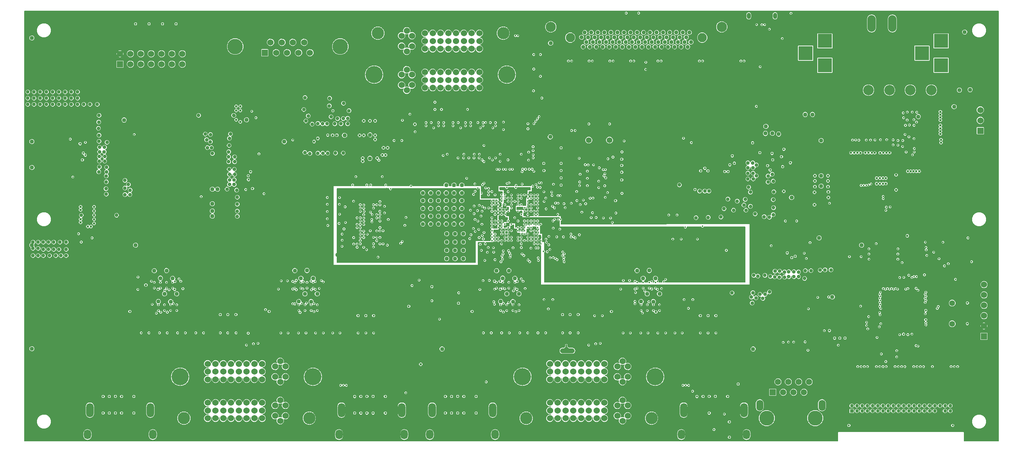
<source format=gbr>
G04 (created by PCBNEW (2013-07-07 BZR 4022)-stable) date 6/4/2014 10:32:14 AM*
%MOIN*%
G04 Gerber Fmt 3.4, Leading zero omitted, Abs format*
%FSLAX34Y34*%
G01*
G70*
G90*
G04 APERTURE LIST*
%ADD10C,0.00590551*%
%ADD11C,0.15*%
%ADD12R,0.06X0.06*%
%ADD13C,0.06*%
%ADD14C,0.1*%
%ADD15C,0.0393701*%
%ADD16C,0.0885827*%
%ADD17C,0.0984252*%
%ADD18C,0.1437*%
%ADD19R,0.0591X0.0591*%
%ADD20C,0.0591*%
%ADD21O,0.0669291X0.106299*%
%ADD22O,0.08X0.16*%
%ADD23C,0.165354*%
%ADD24C,0.11811*%
%ADD25O,0.0393701X0.06*%
%ADD26C,0.056*%
%ADD27C,0.04*%
%ADD28O,0.0708661X0.137795*%
%ADD29O,0.0708661X0.0925197*%
%ADD30R,0.1378X0.1378*%
%ADD31R,0.034X0.034*%
%ADD32C,0.034*%
%ADD33C,0.035*%
%ADD34C,0.024*%
%ADD35C,0.016*%
%ADD36C,0.02*%
%ADD37C,0.012*%
%ADD38C,0.048*%
%ADD39C,0.01*%
%ADD40C,0.021*%
%ADD41C,0.036*%
%ADD42C,0.005*%
%ADD43C,0.006*%
%ADD44C,0.06*%
%ADD45C,0.024*%
%ADD46C,0.008*%
%ADD47C,0.007*%
%ADD48C,0.016*%
G04 APERTURE END LIST*
G54D10*
G54D11*
X39734Y-20815D03*
X29606Y-20815D03*
G54D12*
X32456Y-21422D03*
G54D13*
X33556Y-21422D03*
X34606Y-21422D03*
X35706Y-21422D03*
X36806Y-21422D03*
X33006Y-20422D03*
X34106Y-20422D03*
X35156Y-20422D03*
X36256Y-20422D03*
G54D14*
X90660Y-25030D03*
X92687Y-25030D03*
X94695Y-25030D03*
X96722Y-25030D03*
G54D15*
X63308Y-19472D03*
X63938Y-19472D03*
X64568Y-19472D03*
X65198Y-19472D03*
X65828Y-19472D03*
X66458Y-19472D03*
X67088Y-19472D03*
X67718Y-19472D03*
X68348Y-19472D03*
X68978Y-19472D03*
X69607Y-19472D03*
X70237Y-19472D03*
X70867Y-19472D03*
X71497Y-19472D03*
X72127Y-19472D03*
X72757Y-19472D03*
X73387Y-19472D03*
X73080Y-19924D03*
X72450Y-19924D03*
X71820Y-19924D03*
X71190Y-19924D03*
X70560Y-19924D03*
X69930Y-19924D03*
X69300Y-19924D03*
X68670Y-19924D03*
X68040Y-19924D03*
X67410Y-19924D03*
X66780Y-19924D03*
X66150Y-19924D03*
X65520Y-19924D03*
X64891Y-19924D03*
X64261Y-19924D03*
X63631Y-19924D03*
X63001Y-19924D03*
X63466Y-20397D03*
X64096Y-20397D03*
X64726Y-20397D03*
X65355Y-20397D03*
X65985Y-20397D03*
X66615Y-20397D03*
X67245Y-20397D03*
X67875Y-20397D03*
X68505Y-20397D03*
X69135Y-20397D03*
X69765Y-20397D03*
X70395Y-20397D03*
X71025Y-20397D03*
X71655Y-20397D03*
X72285Y-20397D03*
X72915Y-20397D03*
X73544Y-20397D03*
X73230Y-20850D03*
X72600Y-20850D03*
X71970Y-20850D03*
X71340Y-20850D03*
X70080Y-20850D03*
X68190Y-20850D03*
X67560Y-20850D03*
X66930Y-20850D03*
X66300Y-20850D03*
X65670Y-20850D03*
X65040Y-20850D03*
X64410Y-20850D03*
X63780Y-20850D03*
X63150Y-20850D03*
G54D16*
X74635Y-19964D03*
X61909Y-19964D03*
G54D17*
X60030Y-18930D03*
X76515Y-18930D03*
G54D15*
X70710Y-20850D03*
X68820Y-20850D03*
X69450Y-20850D03*
G54D18*
X85523Y-56698D03*
X80850Y-56698D03*
G54D19*
X81435Y-54198D03*
G54D20*
X81935Y-53198D03*
X82435Y-54198D03*
X82935Y-53198D03*
X83435Y-54198D03*
X83935Y-53198D03*
X84435Y-54198D03*
X84935Y-53198D03*
G54D21*
X80185Y-55454D03*
X86185Y-55454D03*
G54D22*
X90962Y-18600D03*
X92962Y-18600D03*
G54D13*
X59950Y-52950D03*
X60700Y-52950D03*
X61450Y-52950D03*
X62200Y-52950D03*
X62950Y-52950D03*
X63700Y-52950D03*
X64450Y-52950D03*
X65200Y-52950D03*
X59950Y-52200D03*
X60700Y-52200D03*
X61450Y-52200D03*
X62200Y-52200D03*
X62950Y-52200D03*
X63700Y-52200D03*
X64450Y-52200D03*
X65200Y-52200D03*
X60700Y-51450D03*
X61450Y-51450D03*
X62200Y-51450D03*
X62950Y-51450D03*
X63700Y-51450D03*
X59950Y-51450D03*
X64450Y-51450D03*
X65200Y-51450D03*
X59950Y-55210D03*
X60700Y-55210D03*
X61450Y-55210D03*
X62200Y-55210D03*
X62950Y-55210D03*
X63700Y-55210D03*
X64450Y-55210D03*
X65200Y-55210D03*
X59950Y-55960D03*
X60700Y-55960D03*
X61450Y-55960D03*
X62200Y-55960D03*
X62950Y-55960D03*
X63700Y-55960D03*
X64450Y-55960D03*
X65200Y-55960D03*
X59950Y-56710D03*
X60700Y-56710D03*
X61450Y-56710D03*
X62200Y-56710D03*
X62950Y-56710D03*
X63700Y-56710D03*
X64450Y-56710D03*
X65200Y-56710D03*
X66950Y-51206D03*
X66950Y-53194D03*
X66950Y-54966D03*
X66950Y-56954D03*
X66450Y-51706D03*
X67450Y-51706D03*
X66450Y-55466D03*
X67450Y-55466D03*
X66450Y-52706D03*
X66450Y-56466D03*
X67450Y-52706D03*
X67450Y-56466D03*
G54D23*
X70097Y-52706D03*
X57302Y-52706D03*
G54D24*
X57656Y-56710D03*
X69743Y-56710D03*
G54D25*
X81653Y-17862D03*
X79121Y-17862D03*
G54D26*
X63691Y-29852D03*
X65691Y-29852D03*
G54D27*
X50700Y-34200D03*
X48450Y-37200D03*
X49200Y-37200D03*
X48450Y-36450D03*
X50800Y-39700D03*
X49200Y-37950D03*
X51600Y-38900D03*
X49950Y-37200D03*
X51450Y-34950D03*
X50700Y-35700D03*
X51450Y-35700D03*
X51450Y-37200D03*
X49950Y-34950D03*
X51450Y-34200D03*
X49950Y-34200D03*
X49950Y-35700D03*
X50700Y-34950D03*
X50700Y-36450D03*
X48450Y-34950D03*
X50700Y-37950D03*
X49950Y-37950D03*
X49200Y-34950D03*
X51450Y-36450D03*
X49200Y-35700D03*
X49950Y-36450D03*
X47700Y-34950D03*
X51450Y-37950D03*
X50700Y-37200D03*
X50800Y-38900D03*
X50000Y-39700D03*
X51600Y-40500D03*
X51600Y-39700D03*
X50800Y-40500D03*
X47700Y-36450D03*
X47700Y-37200D03*
X49200Y-36450D03*
X48450Y-35700D03*
X47700Y-35700D03*
X49993Y-41296D03*
X50000Y-38900D03*
X50803Y-41301D03*
X50000Y-40500D03*
X51600Y-41300D03*
X47700Y-37950D03*
X48450Y-37950D03*
G54D13*
X53150Y-23300D03*
X52400Y-23300D03*
X51650Y-23300D03*
X50900Y-23300D03*
X50150Y-23300D03*
X49400Y-23300D03*
X48650Y-23300D03*
X47900Y-23300D03*
X53150Y-24050D03*
X52400Y-24050D03*
X51650Y-24050D03*
X50900Y-24050D03*
X50150Y-24050D03*
X49400Y-24050D03*
X48650Y-24050D03*
X47900Y-24050D03*
X52400Y-24800D03*
X51650Y-24800D03*
X50900Y-24800D03*
X50150Y-24800D03*
X49400Y-24800D03*
X53150Y-24800D03*
X48650Y-24800D03*
X47900Y-24800D03*
X53150Y-21040D03*
X52400Y-21040D03*
X51650Y-21040D03*
X50900Y-21040D03*
X50150Y-21040D03*
X49400Y-21040D03*
X48650Y-21040D03*
X47900Y-21040D03*
X53150Y-20290D03*
X52400Y-20290D03*
X51650Y-20290D03*
X50900Y-20290D03*
X50150Y-20290D03*
X49400Y-20290D03*
X48650Y-20290D03*
X47900Y-20290D03*
X53150Y-19540D03*
X52400Y-19540D03*
X51650Y-19540D03*
X50900Y-19540D03*
X50150Y-19540D03*
X49400Y-19540D03*
X48650Y-19540D03*
X47900Y-19540D03*
X46150Y-25044D03*
X46150Y-23056D03*
X46150Y-21284D03*
X46150Y-19296D03*
X46650Y-24544D03*
X45650Y-24544D03*
X46650Y-20784D03*
X45650Y-20784D03*
X46650Y-23544D03*
X46650Y-19784D03*
X45650Y-23544D03*
X45650Y-19784D03*
G54D23*
X43002Y-23544D03*
X55797Y-23544D03*
G54D24*
X55443Y-19540D03*
X43356Y-19540D03*
G54D13*
X26950Y-52950D03*
X27700Y-52950D03*
X28450Y-52950D03*
X29200Y-52950D03*
X29950Y-52950D03*
X30700Y-52950D03*
X31450Y-52950D03*
X32200Y-52950D03*
X26950Y-52200D03*
X27700Y-52200D03*
X28450Y-52200D03*
X29200Y-52200D03*
X29950Y-52200D03*
X30700Y-52200D03*
X31450Y-52200D03*
X32200Y-52200D03*
X27700Y-51450D03*
X28450Y-51450D03*
X29200Y-51450D03*
X29950Y-51450D03*
X30700Y-51450D03*
X26950Y-51450D03*
X31450Y-51450D03*
X32200Y-51450D03*
X26950Y-55210D03*
X27700Y-55210D03*
X28450Y-55210D03*
X29200Y-55210D03*
X29950Y-55210D03*
X30700Y-55210D03*
X31450Y-55210D03*
X32200Y-55210D03*
X26950Y-55960D03*
X27700Y-55960D03*
X28450Y-55960D03*
X29200Y-55960D03*
X29950Y-55960D03*
X30700Y-55960D03*
X31450Y-55960D03*
X32200Y-55960D03*
X26950Y-56710D03*
X27700Y-56710D03*
X28450Y-56710D03*
X29200Y-56710D03*
X29950Y-56710D03*
X30700Y-56710D03*
X31450Y-56710D03*
X32200Y-56710D03*
X33950Y-51206D03*
X33950Y-53194D03*
X33950Y-54966D03*
X33950Y-56954D03*
X33450Y-51706D03*
X34450Y-51706D03*
X33450Y-55466D03*
X34450Y-55466D03*
X33450Y-52706D03*
X33450Y-56466D03*
X34450Y-52706D03*
X34450Y-56466D03*
G54D23*
X37097Y-52706D03*
X24302Y-52706D03*
G54D24*
X24656Y-56710D03*
X36743Y-56710D03*
G54D28*
X21422Y-55926D03*
X15595Y-55926D03*
G54D29*
X21658Y-58272D03*
X15359Y-58272D03*
G54D28*
X45672Y-55926D03*
X39845Y-55926D03*
G54D29*
X45908Y-58272D03*
X39609Y-58272D03*
G54D28*
X78672Y-55926D03*
X72845Y-55926D03*
G54D29*
X78908Y-58272D03*
X72609Y-58272D03*
G54D28*
X54422Y-55926D03*
X48595Y-55926D03*
G54D29*
X54658Y-58272D03*
X48359Y-58272D03*
G54D30*
X97668Y-22641D03*
X97668Y-20279D03*
X95818Y-21460D03*
X86455Y-22641D03*
X86455Y-20279D03*
X84605Y-21460D03*
G54D12*
X18500Y-22525D03*
G54D13*
X18500Y-21525D03*
X19500Y-22525D03*
X19500Y-21525D03*
X20500Y-22525D03*
X20500Y-21525D03*
X21500Y-22525D03*
X21500Y-21525D03*
X22500Y-22525D03*
X22500Y-21525D03*
X23500Y-22525D03*
X23500Y-21525D03*
X24500Y-22525D03*
X24500Y-21525D03*
G54D12*
X101800Y-48800D03*
G54D13*
X101800Y-47800D03*
X101800Y-46800D03*
X101800Y-45800D03*
X101800Y-44800D03*
X101800Y-43800D03*
G54D26*
X98740Y-45584D03*
X98740Y-47584D03*
G54D12*
X101450Y-28950D03*
G54D13*
X101450Y-27950D03*
X101450Y-26950D03*
G54D31*
X89050Y-56000D03*
G54D32*
X89050Y-55500D03*
X89550Y-56000D03*
X89550Y-55500D03*
X90050Y-56000D03*
X90050Y-55500D03*
X90550Y-56000D03*
X90550Y-55500D03*
X91050Y-56000D03*
X91050Y-55500D03*
X91550Y-56000D03*
X91550Y-55500D03*
X92050Y-56000D03*
X92050Y-55500D03*
X92550Y-56000D03*
X92550Y-55500D03*
X93050Y-56000D03*
X93050Y-55500D03*
X93550Y-56000D03*
X93550Y-55500D03*
X94050Y-56000D03*
X94050Y-55500D03*
X94550Y-56000D03*
X94550Y-55500D03*
X95050Y-56000D03*
X95050Y-55500D03*
X95550Y-56000D03*
X95550Y-55500D03*
X96050Y-56000D03*
X96050Y-55500D03*
X96550Y-56000D03*
G54D33*
X96550Y-55500D03*
G54D32*
X97050Y-56000D03*
X97050Y-55500D03*
X97550Y-56000D03*
X97550Y-55500D03*
X98050Y-56000D03*
X98050Y-55500D03*
X98550Y-56000D03*
X98550Y-55500D03*
G54D34*
X82500Y-34800D03*
G54D27*
X90000Y-40000D03*
G54D35*
X84822Y-50144D03*
X58124Y-38609D03*
X62788Y-39000D03*
X65973Y-37805D03*
X94546Y-42894D03*
X65501Y-34925D03*
X74650Y-38177D03*
X96062Y-42860D03*
X67100Y-29943D03*
X58756Y-39870D03*
X80646Y-18711D03*
X62038Y-28932D03*
X62376Y-28932D03*
X80387Y-18719D03*
X95442Y-44358D03*
X53342Y-40500D03*
X65086Y-32712D03*
X88829Y-41106D03*
X93671Y-43126D03*
X53998Y-40217D03*
G54D36*
X66875Y-32950D03*
X21300Y-18636D03*
G54D35*
X95247Y-44165D03*
X66891Y-31000D03*
X59008Y-34429D03*
X58737Y-27803D03*
G54D36*
X23900Y-18635D03*
G54D35*
X95050Y-43032D03*
G54D36*
X66874Y-32300D03*
G54D35*
X58401Y-28275D03*
G54D36*
X20000Y-18636D03*
X66874Y-31699D03*
G54D35*
X58910Y-27584D03*
X95283Y-43031D03*
X59368Y-34846D03*
G54D36*
X61026Y-32100D03*
G54D35*
X57494Y-37664D03*
G54D36*
X59354Y-32100D03*
G54D35*
X57809Y-37664D03*
G54D36*
X61025Y-32798D03*
G54D35*
X58122Y-37664D03*
G54D36*
X59375Y-32798D03*
G54D35*
X57809Y-37035D03*
X58440Y-37663D03*
G54D36*
X61025Y-33499D03*
G54D35*
X58758Y-37661D03*
G54D36*
X61025Y-34200D03*
G54D35*
X60401Y-37508D03*
X61300Y-36000D03*
X57494Y-37979D03*
X60734Y-37547D03*
X62000Y-35957D03*
X65100Y-37378D03*
X57809Y-37979D03*
X58124Y-37979D03*
X65796Y-37374D03*
X63030Y-36814D03*
X58757Y-38925D03*
X64049Y-36867D03*
G54D36*
X61025Y-30600D03*
G54D35*
X58440Y-38925D03*
X60264Y-38354D03*
X64400Y-37329D03*
X58125Y-38294D03*
X58757Y-38296D03*
X63558Y-32850D03*
X62870Y-36091D03*
X64700Y-32529D03*
X60606Y-39200D03*
X57809Y-38294D03*
X41674Y-36741D03*
X55614Y-37044D03*
X55290Y-37035D03*
X42637Y-36808D03*
X43553Y-36731D03*
X54655Y-36090D03*
X42004Y-36125D03*
X54022Y-35140D03*
X55279Y-36400D03*
X43558Y-35787D03*
X54974Y-36725D03*
X42031Y-36737D03*
X55603Y-37972D03*
X43244Y-36094D03*
X41666Y-36418D03*
X54359Y-36100D03*
X42934Y-36416D03*
X54664Y-36720D03*
X41996Y-36441D03*
X54355Y-36729D03*
X43559Y-36106D03*
X55290Y-36714D03*
X41659Y-36096D03*
X52740Y-34800D03*
X42934Y-36096D03*
X52583Y-35100D03*
X53138Y-36153D03*
X43558Y-37047D03*
X43240Y-37047D03*
X53433Y-36283D03*
X43999Y-36884D03*
X52635Y-36225D03*
X41994Y-37051D03*
X54985Y-37659D03*
X55605Y-36720D03*
X43544Y-37351D03*
X41664Y-37361D03*
X53672Y-36416D03*
X54350Y-36409D03*
X41666Y-37674D03*
X41669Y-38301D03*
X53007Y-37670D03*
X43556Y-38298D03*
X52729Y-37520D03*
X41988Y-39261D03*
X53085Y-38472D03*
X52744Y-38674D03*
X42938Y-39236D03*
X43561Y-39250D03*
X52331Y-38998D03*
X41024Y-39266D03*
X53525Y-39394D03*
X43859Y-39871D03*
X52212Y-39364D03*
X41029Y-39890D03*
X53229Y-39918D03*
X41999Y-38006D03*
X52638Y-36964D03*
X42780Y-37748D03*
X52283Y-36625D03*
X53401Y-36722D03*
X44357Y-37525D03*
X52968Y-36664D03*
X41351Y-37986D03*
X54348Y-37344D03*
X43859Y-38611D03*
X41356Y-38305D03*
X53303Y-37183D03*
X41661Y-39550D03*
X54344Y-38294D03*
X52568Y-38383D03*
X43249Y-39561D03*
X54344Y-37664D03*
X43243Y-38616D03*
X41668Y-38935D03*
X54359Y-37964D03*
X41994Y-38636D03*
X54664Y-37974D03*
X41350Y-37359D03*
X55300Y-37659D03*
X54974Y-37974D03*
X42004Y-37386D03*
X54670Y-37655D03*
X42938Y-39866D03*
X41359Y-40196D03*
X53590Y-38777D03*
X41666Y-39867D03*
X53129Y-39261D03*
X54340Y-35770D03*
X42809Y-37051D03*
X56234Y-38610D03*
X57262Y-40846D03*
X56864Y-38294D03*
X57438Y-40995D03*
X58812Y-41226D03*
X57179Y-38609D03*
X57179Y-38294D03*
X58839Y-41478D03*
X61269Y-41382D03*
X57179Y-38925D03*
X61320Y-41595D03*
X56864Y-38609D03*
X57179Y-39553D03*
X61134Y-41018D03*
X57179Y-39240D03*
X61305Y-41175D03*
X61185Y-40658D03*
X57496Y-38924D03*
X61330Y-40844D03*
X57494Y-38609D03*
X60457Y-41277D03*
X56864Y-39553D03*
X60642Y-41394D03*
X56866Y-39240D03*
X59970Y-41214D03*
X57194Y-40227D03*
X60264Y-41190D03*
X57494Y-39553D03*
X55287Y-39551D03*
X55224Y-41595D03*
X55328Y-41045D03*
X55607Y-38918D03*
X55281Y-38612D03*
X55380Y-41328D03*
X55452Y-40544D03*
X55602Y-39557D03*
X55427Y-40836D03*
X55604Y-39242D03*
X56150Y-40954D03*
X55922Y-39552D03*
X56106Y-41151D03*
X55919Y-39234D03*
X55917Y-38922D03*
X55946Y-40535D03*
X55605Y-38610D03*
X56056Y-40752D03*
X55919Y-38610D03*
X57840Y-41435D03*
X55920Y-38290D03*
X58002Y-41596D03*
X54700Y-28163D03*
X55290Y-35145D03*
X54700Y-28476D03*
X54200Y-28163D03*
X53500Y-28162D03*
X53500Y-28477D03*
X55918Y-35459D03*
X53000Y-28162D03*
X52300Y-28475D03*
X52300Y-28163D03*
X57179Y-35146D03*
X51800Y-28476D03*
X51800Y-28162D03*
X57178Y-35461D03*
X50600Y-28164D03*
X50600Y-28477D03*
X58916Y-33980D03*
X57809Y-35144D03*
X51100Y-28162D03*
X48000Y-28160D03*
X56651Y-34437D03*
X48000Y-28477D03*
X48500Y-28162D03*
X49700Y-28164D03*
X56006Y-33983D03*
X56235Y-35146D03*
X49700Y-28477D03*
X49200Y-28164D03*
X49200Y-28477D03*
X55811Y-34043D03*
X56235Y-35459D03*
X46450Y-27350D03*
X58124Y-36090D03*
X60114Y-34878D03*
X49495Y-26900D03*
X60152Y-35196D03*
X59552Y-35456D03*
X45729Y-27940D03*
X55449Y-32675D03*
X55688Y-32676D03*
X54833Y-32675D03*
X55056Y-32675D03*
X57326Y-32661D03*
X57593Y-32661D03*
X57956Y-32660D03*
X58229Y-32660D03*
X56322Y-32675D03*
X59381Y-35779D03*
X56085Y-32675D03*
X58755Y-35774D03*
X55470Y-28124D03*
X56865Y-36092D03*
X58380Y-21600D03*
X60735Y-35951D03*
X58395Y-23000D03*
X57809Y-36405D03*
X60944Y-35216D03*
X58364Y-25100D03*
X58125Y-36405D03*
X60726Y-35214D03*
X60496Y-35930D03*
X67728Y-22221D03*
X68042Y-22224D03*
X65730Y-22222D03*
X66043Y-22224D03*
X63728Y-22222D03*
X64044Y-22222D03*
X61727Y-22223D03*
X62043Y-22223D03*
X78357Y-22221D03*
X78672Y-22222D03*
X74358Y-22218D03*
X74673Y-22223D03*
X70358Y-22221D03*
X70671Y-22222D03*
G54D36*
X22600Y-18634D03*
G54D35*
X94852Y-43123D03*
X58577Y-28040D03*
G54D36*
X66874Y-33700D03*
G54D35*
X58755Y-35459D03*
X46050Y-54250D03*
X30855Y-48500D03*
X62674Y-48466D03*
X59791Y-46151D03*
X61167Y-48464D03*
X61891Y-48465D03*
X42950Y-48473D03*
X41450Y-48474D03*
X42200Y-48475D03*
X73300Y-46096D03*
X75945Y-48474D03*
X74445Y-48473D03*
X75195Y-48473D03*
X29684Y-48464D03*
X28166Y-48464D03*
X28881Y-48464D03*
X56377Y-46306D03*
X56377Y-45752D03*
X57810Y-48462D03*
X59574Y-39418D03*
G54D27*
X56376Y-45449D03*
X56376Y-45449D03*
X55985Y-42452D03*
G54D35*
X55983Y-43586D03*
X55983Y-44141D03*
X57036Y-48462D03*
X59068Y-39558D03*
X55786Y-46306D03*
X55786Y-45751D03*
X58756Y-38610D03*
X56040Y-48463D03*
G54D27*
X55785Y-44694D03*
X55785Y-44694D03*
G54D35*
X55392Y-43586D03*
G54D27*
X55394Y-43184D03*
X55394Y-43184D03*
G54D35*
X58447Y-38617D03*
X55392Y-44140D03*
X55290Y-48463D03*
X55196Y-46306D03*
X59616Y-39726D03*
X55195Y-45751D03*
X54290Y-48464D03*
G54D27*
X55196Y-45446D03*
X55196Y-45446D03*
G54D35*
X54802Y-43586D03*
X54802Y-44141D03*
X53540Y-48463D03*
X59068Y-39872D03*
G54D27*
X54802Y-42470D03*
G54D35*
X62216Y-39177D03*
X57178Y-43254D03*
X57178Y-43254D03*
X56967Y-46306D03*
X58755Y-37976D03*
X56967Y-45751D03*
X59540Y-48463D03*
G54D27*
X56966Y-44693D03*
X56966Y-44693D03*
G54D35*
X56574Y-44141D03*
X58429Y-37977D03*
X56574Y-43586D03*
X58790Y-48463D03*
G54D27*
X56572Y-43208D03*
X56572Y-43208D03*
G54D35*
X60906Y-38451D03*
X62378Y-39301D03*
X57361Y-43489D03*
X57361Y-43489D03*
X61974Y-38934D03*
X57560Y-44182D03*
X69923Y-46308D03*
X69924Y-45752D03*
G54D27*
X69922Y-45447D03*
G54D35*
X71100Y-48472D03*
X60190Y-36240D03*
X60386Y-36398D03*
X69529Y-44141D03*
X69528Y-43589D03*
X70350Y-48472D03*
G54D27*
X69529Y-42446D03*
G54D35*
X69332Y-46307D03*
X58755Y-36090D03*
G54D27*
X69331Y-44695D03*
G54D35*
X69335Y-45751D03*
X69400Y-48474D03*
X68938Y-44142D03*
X58440Y-36090D03*
X68936Y-43583D03*
X68700Y-48473D03*
G54D27*
X68938Y-43198D03*
G54D35*
X68741Y-46308D03*
X58125Y-36720D03*
G54D27*
X68741Y-45445D03*
G54D35*
X68741Y-45751D03*
X67700Y-48474D03*
G54D27*
X68348Y-42450D03*
G54D35*
X57809Y-36720D03*
X68348Y-44141D03*
X68345Y-43584D03*
X67000Y-48473D03*
X70709Y-44187D03*
X58755Y-36405D03*
X70513Y-46305D03*
X70509Y-45748D03*
X72700Y-48473D03*
X58753Y-36720D03*
G54D27*
X70513Y-44692D03*
G54D35*
X58440Y-36720D03*
X70118Y-44140D03*
X70117Y-43583D03*
X72000Y-48472D03*
G54D27*
X70119Y-43199D03*
G54D35*
X61414Y-36382D03*
X60708Y-37022D03*
X70909Y-43527D03*
X71103Y-43303D03*
X57494Y-36720D03*
X54346Y-39551D03*
X36923Y-46306D03*
X36922Y-45751D03*
G54D27*
X36922Y-45447D03*
G54D35*
X38100Y-48472D03*
X54345Y-39243D03*
X36529Y-43586D03*
X36528Y-44141D03*
X37350Y-48473D03*
G54D27*
X36529Y-42446D03*
G54D35*
X36332Y-46307D03*
X53913Y-40689D03*
X36332Y-45751D03*
X36422Y-48471D03*
G54D27*
X36331Y-44695D03*
G54D35*
X35938Y-44141D03*
G54D27*
X35938Y-43198D03*
G54D35*
X35938Y-43586D03*
X35700Y-48473D03*
X54660Y-39554D03*
X35741Y-46306D03*
X35741Y-45751D03*
G54D27*
X35741Y-45445D03*
G54D35*
X54969Y-39561D03*
X34700Y-48473D03*
X35347Y-44141D03*
X35348Y-43587D03*
G54D27*
X35348Y-42450D03*
G54D35*
X54970Y-39246D03*
X34000Y-48471D03*
X37710Y-44177D03*
X55292Y-38925D03*
X37513Y-46306D03*
X37513Y-45752D03*
G54D27*
X37513Y-44692D03*
G54D35*
X39700Y-48474D03*
X56390Y-40254D03*
X56236Y-39557D03*
X37119Y-43586D03*
G54D27*
X37119Y-43199D03*
G54D35*
X37119Y-44140D03*
X39000Y-48473D03*
X54655Y-38928D03*
X37907Y-43410D03*
X58600Y-40260D03*
X38104Y-43549D03*
X58434Y-39864D03*
X23376Y-46307D03*
X23377Y-45751D03*
X24800Y-48463D03*
X58599Y-34137D03*
G54D27*
X23376Y-45449D03*
X23376Y-45449D03*
G54D35*
X22983Y-43585D03*
X22983Y-44141D03*
X24050Y-48465D03*
X58749Y-34398D03*
G54D27*
X22985Y-42452D03*
X22985Y-42452D03*
G54D35*
X22786Y-46307D03*
X53453Y-34167D03*
X22786Y-45751D03*
X23050Y-48464D03*
G54D27*
X22785Y-44694D03*
G54D35*
X22392Y-44140D03*
X53597Y-34012D03*
X22392Y-43586D03*
X22300Y-48464D03*
G54D27*
X22394Y-43184D03*
X22394Y-43184D03*
G54D35*
X22198Y-46306D03*
X54032Y-34517D03*
G54D27*
X22196Y-45446D03*
G54D35*
X22195Y-45751D03*
X21285Y-48465D03*
X21802Y-44140D03*
X21801Y-43586D03*
X54031Y-34831D03*
X20544Y-48463D03*
G54D27*
X21802Y-42470D03*
X21802Y-42470D03*
G54D35*
X24178Y-43254D03*
X54659Y-35774D03*
X23967Y-46306D03*
X58280Y-34294D03*
X23967Y-45752D03*
X26550Y-48463D03*
G54D27*
X23966Y-44693D03*
X23966Y-44693D03*
G54D35*
X23574Y-44144D03*
G54D27*
X23572Y-43208D03*
X23572Y-43208D03*
G54D35*
X23574Y-43586D03*
X25800Y-48464D03*
X58438Y-35146D03*
X56235Y-36405D03*
X55602Y-36092D03*
X24361Y-43489D03*
X24361Y-43489D03*
X54975Y-36090D03*
X24558Y-44199D03*
X96230Y-40456D03*
X91740Y-45916D03*
X98356Y-41786D03*
X91811Y-45329D03*
X94458Y-48635D03*
X93500Y-40350D03*
X91403Y-39850D03*
X93671Y-48636D03*
G54D34*
X43100Y-28000D03*
X42000Y-28000D03*
X42600Y-28000D03*
X42000Y-29400D03*
X41600Y-29400D03*
X43100Y-29800D03*
X43100Y-29400D03*
G54D35*
X93495Y-41350D03*
X58329Y-30876D03*
G54D27*
X40148Y-29396D03*
X42599Y-29348D03*
G54D34*
X39408Y-29382D03*
X39003Y-29382D03*
G54D36*
X38525Y-29375D03*
G54D35*
X90705Y-40850D03*
X58334Y-31274D03*
G54D33*
X26725Y-29265D03*
X27400Y-31140D03*
X27325Y-30590D03*
X26925Y-30590D03*
X26850Y-29815D03*
X27200Y-30015D03*
X27225Y-29315D03*
X26075Y-27465D03*
G54D35*
X97395Y-45916D03*
X96123Y-45128D03*
X98628Y-51725D03*
X98943Y-51724D03*
X96192Y-45326D03*
X99257Y-51725D03*
X96122Y-45522D03*
X91740Y-45129D03*
X89628Y-51725D03*
X90572Y-51725D03*
X91818Y-44538D03*
X91820Y-44930D03*
X89943Y-51726D03*
X90257Y-51725D03*
X91738Y-44735D03*
X91428Y-51725D03*
X92096Y-44186D03*
X92687Y-44241D03*
X92372Y-51725D03*
X91743Y-51725D03*
X92293Y-44241D03*
X92057Y-51726D03*
X92490Y-44187D03*
X93228Y-51723D03*
X92884Y-44187D03*
X93474Y-44241D03*
X94172Y-51726D03*
X93080Y-44241D03*
X93543Y-51724D03*
X93857Y-51725D03*
X93277Y-44187D03*
X95028Y-51723D03*
X94262Y-44242D03*
X96124Y-44735D03*
X95972Y-51726D03*
X95343Y-51725D03*
X94458Y-44188D03*
X95657Y-51725D03*
X96193Y-44538D03*
X96828Y-51725D03*
X96192Y-44931D03*
X99046Y-43299D03*
X96138Y-46620D03*
X89952Y-41106D03*
X58125Y-39555D03*
X59838Y-39966D03*
X91845Y-46113D03*
X96144Y-39710D03*
X91739Y-45522D03*
X56847Y-19779D03*
X97842Y-39720D03*
X96208Y-40214D03*
X91812Y-45719D03*
X96947Y-40676D03*
X56625Y-19775D03*
X83445Y-49353D03*
X95245Y-49698D03*
X82943Y-49352D03*
X95442Y-49746D03*
X90676Y-46899D03*
X58119Y-40285D03*
X58438Y-39240D03*
G54D36*
X48565Y-44006D03*
G54D35*
X59944Y-40418D03*
X96198Y-47692D03*
X97296Y-46110D03*
X96189Y-47489D03*
G54D36*
X51133Y-45600D03*
G54D35*
X57809Y-39238D03*
X59339Y-40599D03*
X57811Y-39555D03*
X59681Y-40632D03*
X51150Y-44600D03*
G54D36*
X96180Y-47198D03*
G54D35*
X76767Y-56302D03*
X90477Y-47753D03*
X75764Y-57798D03*
X90479Y-47440D03*
X86900Y-35950D03*
G54D34*
X85450Y-36100D03*
X85450Y-34900D03*
X86800Y-34850D03*
X86800Y-35400D03*
X85500Y-33300D03*
X85500Y-33800D03*
X85500Y-34350D03*
X86750Y-34350D03*
X86750Y-33800D03*
X86750Y-33300D03*
G54D36*
X86901Y-48246D03*
G54D27*
X86100Y-33300D03*
X86100Y-34300D03*
G54D36*
X73930Y-34625D03*
G54D33*
X74380Y-34775D03*
X74880Y-34775D03*
X75280Y-34775D03*
G54D36*
X74480Y-32825D03*
X75180Y-32825D03*
X74880Y-32575D03*
G54D33*
X72430Y-34175D03*
G54D36*
X87900Y-48968D03*
G54D33*
X18160Y-37105D03*
X18975Y-34490D03*
X18975Y-33740D03*
X19300Y-34140D03*
X19475Y-34690D03*
X19450Y-35115D03*
X18975Y-35115D03*
G54D35*
X43456Y-31800D03*
X91488Y-48909D03*
X83738Y-37666D03*
X90593Y-48081D03*
X31200Y-27075D03*
X91707Y-47884D03*
X72824Y-29675D03*
X91853Y-47591D03*
X15800Y-39300D03*
G54D34*
X97600Y-27665D03*
X97600Y-27390D03*
X97650Y-29815D03*
X97650Y-30090D03*
X97600Y-28440D03*
X97600Y-28715D03*
X97600Y-29265D03*
X97600Y-28990D03*
X97600Y-27940D03*
X97600Y-27115D03*
G54D33*
X79445Y-45585D03*
X79820Y-45085D03*
X77500Y-44600D03*
X79370Y-45010D03*
X79520Y-44585D03*
X80470Y-45135D03*
X81120Y-44510D03*
X80695Y-44735D03*
X80195Y-44735D03*
G54D34*
X92694Y-31080D03*
X92388Y-31080D03*
X91782Y-31082D03*
X92086Y-31080D03*
X88974Y-31080D03*
X89280Y-31078D03*
X89898Y-31084D03*
X89592Y-31078D03*
X90368Y-31078D03*
X90670Y-31078D03*
X91268Y-31080D03*
X90976Y-31080D03*
G54D35*
X57809Y-38924D03*
X56864Y-35461D03*
X54400Y-31779D03*
X55916Y-34835D03*
X54659Y-35144D03*
X51618Y-31577D03*
X55144Y-31907D03*
X57809Y-35774D03*
X58125Y-35144D03*
X55900Y-31765D03*
X55604Y-35146D03*
X52128Y-31577D03*
X55781Y-34428D03*
X53121Y-31577D03*
X52627Y-31577D03*
X56233Y-35774D03*
X56864Y-35146D03*
X54700Y-31577D03*
X56235Y-36090D03*
X53400Y-31760D03*
X49650Y-31337D03*
X55914Y-35781D03*
X54442Y-28677D03*
X55291Y-35462D03*
X53241Y-28677D03*
X55610Y-35461D03*
X59119Y-33981D03*
X51340Y-28677D03*
X57809Y-35461D03*
X48740Y-28677D03*
X56682Y-34233D03*
X55471Y-28837D03*
X56864Y-35775D03*
X51084Y-31577D03*
X55291Y-35775D03*
X54333Y-38917D03*
X53670Y-41469D03*
X58439Y-39555D03*
X54976Y-35782D03*
X58125Y-35459D03*
X54527Y-40670D03*
X55291Y-37979D03*
X54503Y-40246D03*
G54D36*
X46337Y-45900D03*
G54D35*
X58755Y-39240D03*
X58438Y-35461D03*
X57822Y-28273D03*
X57823Y-28761D03*
X57810Y-36090D03*
X62545Y-35700D03*
X58755Y-37033D03*
X60239Y-37659D03*
X57892Y-31024D03*
X57494Y-36405D03*
X54346Y-34831D03*
X52711Y-34086D03*
X54118Y-31576D03*
X56556Y-35769D03*
G54D34*
X41900Y-31900D03*
X41900Y-31600D03*
X44300Y-30600D03*
X43900Y-30600D03*
X44100Y-31300D03*
X43800Y-31300D03*
X43300Y-31600D03*
G54D35*
X58330Y-30494D03*
X93496Y-40850D03*
G54D27*
X42591Y-31617D03*
G54D35*
X42294Y-34186D03*
X42669Y-34185D03*
X40923Y-34186D03*
X44119Y-34188D03*
X46071Y-37323D03*
X39618Y-37898D03*
X39647Y-36053D03*
X39664Y-35407D03*
X54979Y-38290D03*
X39673Y-37006D03*
X53347Y-34977D03*
X54344Y-38609D03*
G54D27*
X34340Y-30010D03*
X30700Y-27900D03*
X40120Y-40940D03*
X39470Y-40930D03*
X40710Y-40960D03*
G54D34*
X30100Y-28100D03*
X29700Y-27900D03*
X29700Y-27000D03*
X29700Y-26600D03*
X30100Y-26600D03*
X30100Y-27000D03*
G54D35*
X44221Y-34552D03*
X90705Y-40350D03*
X58338Y-31560D03*
X40450Y-38400D03*
G54D33*
X29475Y-27465D03*
G54D34*
X37207Y-29994D03*
X37574Y-29689D03*
G54D35*
X54344Y-37034D03*
X54655Y-36400D03*
X40464Y-38681D03*
X40477Y-39274D03*
X40467Y-39884D03*
X43730Y-41618D03*
X40254Y-36736D03*
X46500Y-39658D03*
X44824Y-39800D03*
X41999Y-38321D03*
X54029Y-35766D03*
X54033Y-38920D03*
X54985Y-37044D03*
X42934Y-38301D03*
X42938Y-39556D03*
X41988Y-39571D03*
X44261Y-38188D03*
X43906Y-38941D03*
X54664Y-38290D03*
X84549Y-49335D03*
X82440Y-49383D03*
G54D27*
X59983Y-29540D03*
X60012Y-20502D03*
X99939Y-19425D03*
X98917Y-26635D03*
X79542Y-50019D03*
X49545Y-50016D03*
X100455Y-24990D03*
X99421Y-25032D03*
X95466Y-27587D03*
X20000Y-40000D03*
X10000Y-50000D03*
X10000Y-40000D03*
X10000Y-30000D03*
X10004Y-32499D03*
X9999Y-20001D03*
G54D35*
X32376Y-35028D03*
X13704Y-29766D03*
X85026Y-39754D03*
X95319Y-27167D03*
X94878Y-27153D03*
X94402Y-27153D03*
X94010Y-27230D03*
X94045Y-27699D03*
X94395Y-27923D03*
X95032Y-27888D03*
X95291Y-28119D03*
X95053Y-28434D03*
X94605Y-28399D03*
X94227Y-28427D03*
X94185Y-29309D03*
X94556Y-29540D03*
X95046Y-29715D03*
X95081Y-30660D03*
X95067Y-31003D03*
X94899Y-31290D03*
X94290Y-31003D03*
X93947Y-30471D03*
X93968Y-29897D03*
X93506Y-29897D03*
X93504Y-30345D03*
X93033Y-30324D03*
X93033Y-29835D03*
X92421Y-29820D03*
X91818Y-29826D03*
X91284Y-29838D03*
X90861Y-29847D03*
X90453Y-29856D03*
X89733Y-29862D03*
X89124Y-29850D03*
X89424Y-29842D03*
X92082Y-35502D03*
X92076Y-35292D03*
X92337Y-36642D03*
X92382Y-36330D03*
X92745Y-36306D03*
X90909Y-34083D03*
X90671Y-34182D03*
X90450Y-34220D03*
X90195Y-34223D03*
X89949Y-34227D03*
G54D33*
X12600Y-25200D03*
X12000Y-25200D03*
X11400Y-25200D03*
X13200Y-25800D03*
X13800Y-25800D03*
X14400Y-25800D03*
X9600Y-25800D03*
X10200Y-25800D03*
X10800Y-25800D03*
X12600Y-26400D03*
X12000Y-26400D03*
X11400Y-26400D03*
X14400Y-26400D03*
X13800Y-26400D03*
X13200Y-26400D03*
X9600Y-26400D03*
X10200Y-26400D03*
X10800Y-26400D03*
X12600Y-25800D03*
X12000Y-25800D03*
X11400Y-25800D03*
X13200Y-25200D03*
X13800Y-25200D03*
X14400Y-25200D03*
X9600Y-25200D03*
X10200Y-25200D03*
X10800Y-25200D03*
X16475Y-29965D03*
X16475Y-29390D03*
X16425Y-28715D03*
X16450Y-28115D03*
X16475Y-27465D03*
X15000Y-26400D03*
X15600Y-26400D03*
X16300Y-26400D03*
G54D35*
X58400Y-32878D03*
X79875Y-18705D03*
X82353Y-20049D03*
X83188Y-17624D03*
G54D33*
X13300Y-41000D03*
X12800Y-41000D03*
X12300Y-41000D03*
X11700Y-41000D03*
X11600Y-39700D03*
X12100Y-39700D03*
X13300Y-40400D03*
X12600Y-40400D03*
X12100Y-40400D03*
X11600Y-40400D03*
X11100Y-40400D03*
X10600Y-40300D03*
X10100Y-40300D03*
X10100Y-39700D03*
X10600Y-39700D03*
X11100Y-39700D03*
X10100Y-41000D03*
X10600Y-41000D03*
X11100Y-41000D03*
X12700Y-39700D03*
X13300Y-39700D03*
G54D35*
X79850Y-26600D03*
X80213Y-22778D03*
X65542Y-31664D03*
X97464Y-41307D03*
X65280Y-35388D03*
X96278Y-40992D03*
G54D36*
X88772Y-57399D03*
X98776Y-57406D03*
G54D35*
X36158Y-43526D03*
X23646Y-45651D03*
X35148Y-44230D03*
X35495Y-43393D03*
X35150Y-43498D03*
X35496Y-44297D03*
X23062Y-46460D03*
X23222Y-44313D03*
X35864Y-46498D03*
X55590Y-44212D03*
X56424Y-44412D03*
X54605Y-44248D03*
X54540Y-45465D03*
X36018Y-45619D03*
X69485Y-45468D03*
G54D36*
X23778Y-43500D03*
X23778Y-43500D03*
G54D35*
X21999Y-46569D03*
X21605Y-45713D03*
X37200Y-45638D03*
X37206Y-46423D03*
X36492Y-45572D03*
X35353Y-45660D03*
X36920Y-43463D03*
X36959Y-44306D03*
X36135Y-44221D03*
X55473Y-45617D03*
X55461Y-46456D03*
X55949Y-45543D03*
X56667Y-46422D03*
X54605Y-45708D03*
G54D36*
X31272Y-34536D03*
G54D35*
X30618Y-34629D03*
G54D36*
X14646Y-30210D03*
G54D35*
X15162Y-30070D03*
X84468Y-40772D03*
X84669Y-41289D03*
X44577Y-34561D03*
X43784Y-33383D03*
X48567Y-45360D03*
X56236Y-39236D03*
X53429Y-39074D03*
X69088Y-44408D03*
X68148Y-44230D03*
X68202Y-44577D03*
G54D36*
X94043Y-48585D03*
G54D35*
X94850Y-48581D03*
X61983Y-39219D03*
X54970Y-36400D03*
X56866Y-36720D03*
X54662Y-39239D03*
X22830Y-44352D03*
X21513Y-43475D03*
X58438Y-35777D03*
X58125Y-39240D03*
X58753Y-39555D03*
G54D34*
X70164Y-46443D03*
G54D35*
X51921Y-33541D03*
X40207Y-36299D03*
X55290Y-38294D03*
X59067Y-37982D03*
X60288Y-34120D03*
X22428Y-46478D03*
X68144Y-45429D03*
X68875Y-46553D03*
X53714Y-39869D03*
X34041Y-43444D03*
X47337Y-43373D03*
X57500Y-38300D03*
X67029Y-43405D03*
X53504Y-43423D03*
X20231Y-43077D03*
X19871Y-29315D03*
X90711Y-41350D03*
X72600Y-39413D03*
X71797Y-39415D03*
X84871Y-46141D03*
X26327Y-35315D03*
X57180Y-31223D03*
X55149Y-31223D03*
X53151Y-31223D03*
X52651Y-31223D03*
X51650Y-31223D03*
X57494Y-35144D03*
X53750Y-28150D03*
X76955Y-40500D03*
X60986Y-37502D03*
X73583Y-30094D03*
X82647Y-37667D03*
X20219Y-44277D03*
X33767Y-44243D03*
X66772Y-44245D03*
X53194Y-44280D03*
X35150Y-29846D03*
X31600Y-27700D03*
X14760Y-39700D03*
X57264Y-32898D03*
X57267Y-34102D03*
X59584Y-36493D03*
X48858Y-26200D03*
X65000Y-46805D03*
X64250Y-46805D03*
X65700Y-28300D03*
X63700Y-28300D03*
X53585Y-30373D03*
X100601Y-41600D03*
X100246Y-39300D03*
X93388Y-50184D03*
X93381Y-50790D03*
X91902Y-50499D03*
X92331Y-51228D03*
X57887Y-31784D03*
X57179Y-37036D03*
X55920Y-36714D03*
G54D36*
X78100Y-53400D03*
X77251Y-58536D03*
X77250Y-57062D03*
G54D35*
X73700Y-54094D03*
X49303Y-47138D03*
G54D36*
X75897Y-54594D03*
X74715Y-54605D03*
G54D35*
X53806Y-53200D03*
X52003Y-26892D03*
X48857Y-26900D03*
X94065Y-43107D03*
G54D36*
X96187Y-46310D03*
G54D35*
X97981Y-41999D03*
X46650Y-43900D03*
X54650Y-41394D03*
X46550Y-34300D03*
X41238Y-33383D03*
X45963Y-38088D03*
X38478Y-36752D03*
X38478Y-35400D03*
X38478Y-36050D03*
X38484Y-37450D03*
X38537Y-38100D03*
X58808Y-40265D03*
X59032Y-21600D03*
X59031Y-23699D03*
X59172Y-25799D03*
X87750Y-49650D03*
X72880Y-45250D03*
X59377Y-45249D03*
X63927Y-37341D03*
G54D36*
X87400Y-48975D03*
G54D35*
X89901Y-45883D03*
X91780Y-46725D03*
X91739Y-46506D03*
G54D34*
X94406Y-39095D03*
G54D35*
X64650Y-33817D03*
X62862Y-33150D03*
X65291Y-32711D03*
X64150Y-32245D03*
X63628Y-32257D03*
X63350Y-32231D03*
X62771Y-31607D03*
X64104Y-35451D03*
X62816Y-33900D03*
X62806Y-34252D03*
X62525Y-34823D03*
X65231Y-34265D03*
G54D33*
X17250Y-30065D03*
X17025Y-31440D03*
X16500Y-31440D03*
X16525Y-30990D03*
X16975Y-30990D03*
X16525Y-30540D03*
X17000Y-30540D03*
X17025Y-31890D03*
X16500Y-31890D03*
X16500Y-32440D03*
X17200Y-32465D03*
X17200Y-32915D03*
X16450Y-32915D03*
X17175Y-33315D03*
X17175Y-33890D03*
X17175Y-35065D03*
X17150Y-34540D03*
G54D36*
X100193Y-47580D03*
X100205Y-45580D03*
G54D35*
X66895Y-34995D03*
X53747Y-34475D03*
X58755Y-35144D03*
X56235Y-37977D03*
X56864Y-37662D03*
X56553Y-37348D03*
X58442Y-37033D03*
X59850Y-39150D03*
X55288Y-39870D03*
G54D34*
X91762Y-34069D03*
X92069Y-34054D03*
X92337Y-34050D03*
X92069Y-33534D03*
X92337Y-33530D03*
X91766Y-33526D03*
X91443Y-34058D03*
X91443Y-33526D03*
X94450Y-32865D03*
X95550Y-32865D03*
X95275Y-32865D03*
X94725Y-32865D03*
X95000Y-32865D03*
G54D33*
X79730Y-36975D03*
X74030Y-37350D03*
X75205Y-37325D03*
X76430Y-37275D03*
X79280Y-34875D03*
X79280Y-36250D03*
X78655Y-36125D03*
X78855Y-36625D03*
X77655Y-36625D03*
X76730Y-36475D03*
X77105Y-35550D03*
X78005Y-35750D03*
X78780Y-35575D03*
X79105Y-34400D03*
X79855Y-32250D03*
X79555Y-33600D03*
X79855Y-33300D03*
X79030Y-33050D03*
X79530Y-33050D03*
X79530Y-32525D03*
X79505Y-32050D03*
X79030Y-32050D03*
X79030Y-32525D03*
X79030Y-33600D03*
X28825Y-34590D03*
X29750Y-34690D03*
X29800Y-35365D03*
X29800Y-36040D03*
X29800Y-36715D03*
X29800Y-37215D03*
X29500Y-33690D03*
X29500Y-34140D03*
X29050Y-34140D03*
X29050Y-33690D03*
X29525Y-32665D03*
X29550Y-33165D03*
X29050Y-33165D03*
X29025Y-32665D03*
X29025Y-30365D03*
X28975Y-30990D03*
X28975Y-31465D03*
X29550Y-31465D03*
X29550Y-31940D03*
X28975Y-31940D03*
X29150Y-29265D03*
X29050Y-29690D03*
X87045Y-42385D03*
X86470Y-42385D03*
X85995Y-42410D03*
X85120Y-42460D03*
X84495Y-43210D03*
X84570Y-42460D03*
X82970Y-42560D03*
X83470Y-42560D03*
X83470Y-43035D03*
X83920Y-43035D03*
X83920Y-42585D03*
X82570Y-43085D03*
X82570Y-42585D03*
X82970Y-43035D03*
X79595Y-42910D03*
X79995Y-42985D03*
X80670Y-42910D03*
X81195Y-43010D03*
X81620Y-43060D03*
X81645Y-42510D03*
X82095Y-42510D03*
X82070Y-43085D03*
X39200Y-28275D03*
X39800Y-28275D03*
X40450Y-28275D03*
X40450Y-27750D03*
X40025Y-27775D03*
X39475Y-27775D03*
X38850Y-27600D03*
X38700Y-25825D03*
X40050Y-26300D03*
X38675Y-26550D03*
X38452Y-28278D03*
X38025Y-28275D03*
X36650Y-27525D03*
X36225Y-26900D03*
X36425Y-28000D03*
X37025Y-28325D03*
X37575Y-28250D03*
X40575Y-27025D03*
X36325Y-31050D03*
X36800Y-31150D03*
X37575Y-31125D03*
X38050Y-31125D03*
X38525Y-31125D03*
X39275Y-31100D03*
X40025Y-31100D03*
X36329Y-25749D03*
G54D36*
X82388Y-32421D03*
X82504Y-30744D03*
G54D35*
X57179Y-36090D03*
X55926Y-37659D03*
G54D36*
X75950Y-46800D03*
G54D35*
X22159Y-44250D03*
G54D36*
X22159Y-44250D03*
X23766Y-44274D03*
X23766Y-44274D03*
X42950Y-46800D03*
G54D35*
X37317Y-44266D03*
X37317Y-43502D03*
G54D36*
X32876Y-46399D03*
X19450Y-46398D03*
X29673Y-46698D03*
X16873Y-54599D03*
X17466Y-54603D03*
X18056Y-54593D03*
X18646Y-54601D03*
X19829Y-54604D03*
X16873Y-56202D03*
X17465Y-56202D03*
X18056Y-56199D03*
X18646Y-56201D03*
X19829Y-56201D03*
X41124Y-54608D03*
X41715Y-54605D03*
X42306Y-54597D03*
X42897Y-54594D03*
X44079Y-54600D03*
X41124Y-56205D03*
X41715Y-56211D03*
X42305Y-56207D03*
X42898Y-56208D03*
X44079Y-56206D03*
X62673Y-46698D03*
X65876Y-46399D03*
X52450Y-46398D03*
X75305Y-56207D03*
X77079Y-54600D03*
X75306Y-54597D03*
X74124Y-54608D03*
G54D35*
X69766Y-44235D03*
X69759Y-43512D03*
G54D36*
X55149Y-43476D03*
X55159Y-44250D03*
X54604Y-43477D03*
X56766Y-44274D03*
X56778Y-43500D03*
G54D35*
X68149Y-45655D03*
X68150Y-43498D03*
X70317Y-43502D03*
X70317Y-44266D03*
G54D36*
X56778Y-43500D03*
X56766Y-44274D03*
X54604Y-43477D03*
X55159Y-44250D03*
X55149Y-43476D03*
X52829Y-56201D03*
X51646Y-56201D03*
X51056Y-56199D03*
X50465Y-56202D03*
X49873Y-56202D03*
X52829Y-54604D03*
X51646Y-54601D03*
X51056Y-54593D03*
X50466Y-54603D03*
X49873Y-54599D03*
G54D35*
X54655Y-37035D03*
X52986Y-34485D03*
X45718Y-39644D03*
X44266Y-39994D03*
X45562Y-39820D03*
X54033Y-36407D03*
X53396Y-37981D03*
X39917Y-39517D03*
X42342Y-38946D03*
X41664Y-38621D03*
X41999Y-37696D03*
X43242Y-37362D03*
X43556Y-37675D03*
X42625Y-38610D03*
X43243Y-39246D03*
X41664Y-39246D03*
X41988Y-38946D03*
X41988Y-40206D03*
X43559Y-39875D03*
X42938Y-40181D03*
X43549Y-38616D03*
X41017Y-35754D03*
X41661Y-38001D03*
X41353Y-39883D03*
X39906Y-40103D03*
X39911Y-38927D03*
X40092Y-38427D03*
X40239Y-37808D03*
X44007Y-36254D03*
X43374Y-41155D03*
X42274Y-40444D03*
X35149Y-45655D03*
X57182Y-39868D03*
X63557Y-34250D03*
X65148Y-33302D03*
X72200Y-37088D03*
X93900Y-41683D03*
X65252Y-33105D03*
G54D36*
X66274Y-35700D03*
G54D35*
X63165Y-35646D03*
X63390Y-35999D03*
X64650Y-34445D03*
G54D36*
X65326Y-33498D03*
G54D35*
X66027Y-31496D03*
X73000Y-38267D03*
X66308Y-36901D03*
X81108Y-19152D03*
X71400Y-37089D03*
X63560Y-33549D03*
X63830Y-35465D03*
X42769Y-37522D03*
G54D36*
X77530Y-31375D03*
X81430Y-31762D03*
X82269Y-31460D03*
X77293Y-32243D03*
X83134Y-32041D03*
X77728Y-32088D03*
X80187Y-31066D03*
X81180Y-32745D03*
X81366Y-31145D03*
X77122Y-32893D03*
X76804Y-32894D03*
X39025Y-27025D03*
G54D27*
X86100Y-29900D03*
X85264Y-27381D03*
X84560Y-27383D03*
G54D36*
X14872Y-31766D03*
X15144Y-31313D03*
G54D34*
X93325Y-34665D03*
X93326Y-33213D03*
G54D36*
X14952Y-31101D03*
X83265Y-41203D03*
X83597Y-41066D03*
X82832Y-40740D03*
X30859Y-33301D03*
X30882Y-33673D03*
X31085Y-32908D03*
G54D35*
X63682Y-49644D03*
X64359Y-49524D03*
X73318Y-53532D03*
X64800Y-49470D03*
X72768Y-53529D03*
X73036Y-53521D03*
X31359Y-49524D03*
X30682Y-49644D03*
X40318Y-53532D03*
X31800Y-49470D03*
X40036Y-53521D03*
X39768Y-53529D03*
X45672Y-29899D03*
X44919Y-29900D03*
G54D27*
X27400Y-37200D03*
G54D36*
X79485Y-30121D03*
G54D27*
X27900Y-34600D03*
X27400Y-36000D03*
X27400Y-34600D03*
X80769Y-28527D03*
X80721Y-29210D03*
X81999Y-29277D03*
X87170Y-45000D03*
G54D35*
X86820Y-45000D03*
X85770Y-45040D03*
G54D27*
X85900Y-39300D03*
X81400Y-29200D03*
G54D35*
X86400Y-48255D03*
X31890Y-31190D03*
G54D33*
X80980Y-33900D03*
X80980Y-33325D03*
X81380Y-33150D03*
G54D35*
X81278Y-40050D03*
X13948Y-33422D03*
G54D27*
X18890Y-27920D03*
X27400Y-36700D03*
G54D33*
X81480Y-33825D03*
X81530Y-34850D03*
G54D27*
X83250Y-35400D03*
G54D33*
X81480Y-35600D03*
X81505Y-36375D03*
X81480Y-37050D03*
X81105Y-37300D03*
X80605Y-37250D03*
G54D36*
X80934Y-32326D03*
G54D35*
X78500Y-39400D03*
X78300Y-39600D03*
X77900Y-39600D03*
X78100Y-39400D03*
X78300Y-39200D03*
X77900Y-39200D03*
X77400Y-39200D03*
X78100Y-39200D03*
X78300Y-39400D03*
X77900Y-39400D03*
X78100Y-39600D03*
X78500Y-39600D03*
X78500Y-39200D03*
X77000Y-39500D03*
X76800Y-39200D03*
X77200Y-39200D03*
X77400Y-39500D03*
X77000Y-39200D03*
X76800Y-39500D03*
X77200Y-39500D03*
X55606Y-38280D03*
X57180Y-37980D03*
G54D34*
X76900Y-41200D03*
X77000Y-42500D03*
X78000Y-42500D03*
X78100Y-41200D03*
X77500Y-42500D03*
G54D35*
X61965Y-39724D03*
X50045Y-31223D03*
X53580Y-31932D03*
X55922Y-35147D03*
X55134Y-34501D03*
X57826Y-34498D03*
X57180Y-34830D03*
X55610Y-35780D03*
X57494Y-35461D03*
X56237Y-36720D03*
X56864Y-37035D03*
G54D27*
X77500Y-41200D03*
G54D35*
X55600Y-36400D03*
X57179Y-36720D03*
X57179Y-37664D03*
X57179Y-35774D03*
X55917Y-37976D03*
X55914Y-37029D03*
X56240Y-37659D03*
X56864Y-37977D03*
X83943Y-49419D03*
X61250Y-39200D03*
G54D34*
X53358Y-41042D03*
G54D36*
X76350Y-45850D03*
G54D35*
X74169Y-39413D03*
X99962Y-42350D03*
X69165Y-23720D03*
X69165Y-21582D03*
X69500Y-17600D03*
X66100Y-17600D03*
X65194Y-32376D03*
X64952Y-31202D03*
X64150Y-31204D03*
X63657Y-31377D03*
X65939Y-34769D03*
X96756Y-41340D03*
X73350Y-31850D03*
X73350Y-31350D03*
X71450Y-31800D03*
X71450Y-31350D03*
X73200Y-30700D03*
X72800Y-30700D03*
X71600Y-30400D03*
X71900Y-30200D03*
X72000Y-30500D03*
G54D36*
X47565Y-45277D03*
G54D35*
X63957Y-32486D03*
X56864Y-36405D03*
X54981Y-38919D03*
X55284Y-39243D03*
X56234Y-38294D03*
X38110Y-24560D03*
X59037Y-25100D03*
X59031Y-22300D03*
X51891Y-33972D03*
X55923Y-36401D03*
X58435Y-38294D03*
X51575Y-28138D03*
X55168Y-28323D03*
X61991Y-36909D03*
X58435Y-34830D03*
X34888Y-44244D03*
X67888Y-44244D03*
X61556Y-36003D03*
X59063Y-39232D03*
X58438Y-36405D03*
X56866Y-38925D03*
X56240Y-39869D03*
X57494Y-37033D03*
X55605Y-37664D03*
X58125Y-35774D03*
X58393Y-33505D03*
X54197Y-30699D03*
X88455Y-43800D03*
X88455Y-43000D03*
X88456Y-42250D03*
X92881Y-51000D03*
X92906Y-50712D03*
X92475Y-50714D03*
X57655Y-31577D03*
X57494Y-39240D03*
X52300Y-28879D03*
X57812Y-39866D03*
X51070Y-31223D03*
X54291Y-33849D03*
G54D33*
X72430Y-30775D03*
G54D35*
X52604Y-27713D03*
X48857Y-27600D03*
X93868Y-44212D03*
G54D36*
X94261Y-48459D03*
X96189Y-46901D03*
G54D35*
X96400Y-41796D03*
X51150Y-43800D03*
G54D36*
X45514Y-44600D03*
X87401Y-50687D03*
X66876Y-34350D03*
X49168Y-43914D03*
X46000Y-47927D03*
X51127Y-47200D03*
X51127Y-46400D03*
G54D34*
X94401Y-39845D03*
G54D35*
X62843Y-32514D03*
X62794Y-34482D03*
X64207Y-34250D03*
X64207Y-33550D03*
X49700Y-28879D03*
X49200Y-28879D03*
X48500Y-28883D03*
X48000Y-28880D03*
X50600Y-28883D03*
X51100Y-28881D03*
X51800Y-28878D03*
X53000Y-28882D03*
X53500Y-28879D03*
X54200Y-28880D03*
X54701Y-28879D03*
X59067Y-37038D03*
X53736Y-34851D03*
X59066Y-35779D03*
X59052Y-34847D03*
X58124Y-38925D03*
X54659Y-39870D03*
X56238Y-38918D03*
X58124Y-37035D03*
G54D36*
X61025Y-31400D03*
G54D34*
X59356Y-31400D03*
G54D36*
X63361Y-34688D03*
X40702Y-48248D03*
X43350Y-45850D03*
X41050Y-45850D03*
G54D35*
X27750Y-45850D03*
X30100Y-45850D03*
G54D36*
X27429Y-48205D03*
G54D35*
X63100Y-45850D03*
X60750Y-45850D03*
G54D36*
X74050Y-45850D03*
X73092Y-47700D03*
X71524Y-47701D03*
X70038Y-47700D03*
X69763Y-47702D03*
X68313Y-47698D03*
X68088Y-47700D03*
X66608Y-47702D03*
X73702Y-48248D03*
X54338Y-44278D03*
X54338Y-44278D03*
X53148Y-47619D03*
X54672Y-47622D03*
X54940Y-47622D03*
X56406Y-47619D03*
X56679Y-47624D03*
X58185Y-47622D03*
X58432Y-47621D03*
X59949Y-47622D03*
X60429Y-48205D03*
X21338Y-44278D03*
X21338Y-44278D03*
G54D34*
X14700Y-37800D03*
X14700Y-37500D03*
G54D35*
X14500Y-38900D03*
X68500Y-17600D03*
X60228Y-45249D03*
X46950Y-29050D03*
G54D34*
X46935Y-28323D03*
G54D35*
X67300Y-17600D03*
X67628Y-43405D03*
X69197Y-22338D03*
X69179Y-23036D03*
G54D34*
X14700Y-36300D03*
X14700Y-36600D03*
X15700Y-38200D03*
X15400Y-38200D03*
X16000Y-37900D03*
X16000Y-37500D03*
X16000Y-36300D03*
X16000Y-36700D03*
X16000Y-37100D03*
G54D35*
X73729Y-45250D03*
G54D34*
X47487Y-51498D03*
G54D35*
X54104Y-43394D03*
X34641Y-43443D03*
G54D34*
X20997Y-43851D03*
G54D36*
X28891Y-46704D03*
X28167Y-46705D03*
G54D35*
X32527Y-46218D03*
G54D36*
X42200Y-46800D03*
X41450Y-46800D03*
X61167Y-46705D03*
X61891Y-46704D03*
X74450Y-46800D03*
X75200Y-46800D03*
X88400Y-48967D03*
G54D33*
X14760Y-37105D03*
G54D37*
X61530Y-49719D02*
X61530Y-49815D01*
X62094Y-50109D02*
X62094Y-50192D01*
X61824Y-50109D02*
X62094Y-50109D01*
X61530Y-49815D02*
X61824Y-50109D01*
X61530Y-49649D02*
X61530Y-49719D01*
X61530Y-49719D02*
X61530Y-49890D01*
X61530Y-49890D02*
X61832Y-50192D01*
X61530Y-49640D02*
X61530Y-49649D01*
X61530Y-49649D02*
X61530Y-49822D01*
X61530Y-49822D02*
X61160Y-50192D01*
X61530Y-49640D02*
X61530Y-50065D01*
X61530Y-50065D02*
X61403Y-50192D01*
G54D38*
X61160Y-50192D02*
X61403Y-50192D01*
X61403Y-50192D02*
X61832Y-50192D01*
X61832Y-50192D02*
X62094Y-50192D01*
G54D39*
X54985Y-37044D02*
X54832Y-37044D01*
X54832Y-37044D02*
X54832Y-37044D01*
G54D40*
X44221Y-34552D02*
X44221Y-35029D01*
X44221Y-35029D02*
X44050Y-35200D01*
G54D41*
X29454Y-27471D02*
X29475Y-27465D01*
G54D42*
X55698Y-36278D02*
X55698Y-36216D01*
X55604Y-35778D02*
X55607Y-35778D01*
X55619Y-35778D02*
X55604Y-35778D01*
X55793Y-35952D02*
X55619Y-35778D01*
X55793Y-36121D02*
X55793Y-35952D01*
X55698Y-36216D02*
X55793Y-36121D01*
X55433Y-36096D02*
X55433Y-36053D01*
X55607Y-35879D02*
X55607Y-35778D01*
X55607Y-35778D02*
X55607Y-35780D01*
X55433Y-36053D02*
X55607Y-35879D01*
X78500Y-39200D02*
X78500Y-39400D01*
X78500Y-39600D02*
X78300Y-39600D01*
X78100Y-39600D02*
X77900Y-39600D01*
X77900Y-39400D02*
X78100Y-39400D01*
X78300Y-39400D02*
X78300Y-39200D01*
X78100Y-39200D02*
X77900Y-39200D01*
X77900Y-39200D02*
X77400Y-39200D01*
X78300Y-39200D02*
X78100Y-39200D01*
X78100Y-39400D02*
X78300Y-39400D01*
X77900Y-39600D02*
X77900Y-39400D01*
X78300Y-39600D02*
X78100Y-39600D01*
X78500Y-39400D02*
X78500Y-39600D01*
X77200Y-39500D02*
X77000Y-39500D01*
X76800Y-39500D02*
X76800Y-39200D01*
X77000Y-39200D02*
X77200Y-39200D01*
X77400Y-39200D02*
X77400Y-39500D01*
X77500Y-39600D02*
X77400Y-39500D01*
X77500Y-39600D02*
X77500Y-41200D01*
X77200Y-39200D02*
X77400Y-39200D01*
X76800Y-39200D02*
X77000Y-39200D01*
X77000Y-39500D02*
X76800Y-39500D01*
G54D39*
X55917Y-37976D02*
X55899Y-37976D01*
X55608Y-38267D02*
X55606Y-38280D01*
X55899Y-37976D02*
X55608Y-38267D01*
G54D43*
X57180Y-37978D02*
X57180Y-37980D01*
G54D44*
X78000Y-42500D02*
X78000Y-41300D01*
X78000Y-41300D02*
X78100Y-41200D01*
X77000Y-42500D02*
X77000Y-41300D01*
X77000Y-41300D02*
X76900Y-41200D01*
X78000Y-42500D02*
X78000Y-42400D01*
X78000Y-42400D02*
X76800Y-41200D01*
X76800Y-41200D02*
X76900Y-41200D01*
X77000Y-42500D02*
X77000Y-42300D01*
X77000Y-42300D02*
X78100Y-41200D01*
X77500Y-42500D02*
X77000Y-42500D01*
X77500Y-41200D02*
X77500Y-42500D01*
X77500Y-42500D02*
X78000Y-42500D01*
X77500Y-41200D02*
X78100Y-41200D01*
G54D45*
X62142Y-39981D02*
X62142Y-39901D01*
X62142Y-39901D02*
X61965Y-39724D01*
G54D46*
X62122Y-39981D02*
X62142Y-39981D01*
G54D44*
X77500Y-41200D02*
X67025Y-41200D01*
X67025Y-41200D02*
X65806Y-39981D01*
X65806Y-39981D02*
X62122Y-39981D01*
X62122Y-39981D02*
X61751Y-39981D01*
G54D37*
X53580Y-31938D02*
X53580Y-31932D01*
G54D47*
X55922Y-35147D02*
X55922Y-35155D01*
X56086Y-35709D02*
X56074Y-35697D01*
X56074Y-35307D02*
X56074Y-35697D01*
X55922Y-35155D02*
X56074Y-35307D01*
X57180Y-34830D02*
X57180Y-34732D01*
X57674Y-34650D02*
X57826Y-34498D01*
X57262Y-34650D02*
X57674Y-34650D01*
X57180Y-34732D02*
X57262Y-34650D01*
X57180Y-34830D02*
X57180Y-34838D01*
X57021Y-35615D02*
X57179Y-35774D01*
X57021Y-34997D02*
X57021Y-35615D01*
X57180Y-34838D02*
X57021Y-34997D01*
G54D37*
X57494Y-35461D02*
X57493Y-35461D01*
X57493Y-35461D02*
X57179Y-35774D01*
G54D42*
X55119Y-36282D02*
X55119Y-36528D01*
X55917Y-36378D02*
X55920Y-36378D01*
X55917Y-36444D02*
X55917Y-36378D01*
X55794Y-36567D02*
X55917Y-36444D01*
X55158Y-36567D02*
X55794Y-36567D01*
X55119Y-36528D02*
X55158Y-36567D01*
X55132Y-36611D02*
X55132Y-37272D01*
X55607Y-37665D02*
X55607Y-37670D01*
X55607Y-37526D02*
X55607Y-37665D01*
X55472Y-37391D02*
X55607Y-37526D01*
X55251Y-37391D02*
X55472Y-37391D01*
X55132Y-37272D02*
X55251Y-37391D01*
G54D43*
X55920Y-36414D02*
X55920Y-36486D01*
X55128Y-36909D02*
X55137Y-36918D01*
X55128Y-36615D02*
X55128Y-36909D01*
X55179Y-36564D02*
X55132Y-36611D01*
X55132Y-36611D02*
X55128Y-36615D01*
X55842Y-36564D02*
X55179Y-36564D01*
X55920Y-36486D02*
X55842Y-36564D01*
G54D42*
X55605Y-37670D02*
X55607Y-37670D01*
X55605Y-37668D02*
X55605Y-37670D01*
X55607Y-37670D02*
X55600Y-37670D01*
X55284Y-37816D02*
X55204Y-37816D01*
X55600Y-37670D02*
X55450Y-37820D01*
X55450Y-37820D02*
X55284Y-37820D01*
X55284Y-37820D02*
X55284Y-37816D01*
G54D43*
X58124Y-38925D02*
X58124Y-38963D01*
X57497Y-39258D02*
X57497Y-39240D01*
X57672Y-39083D02*
X57497Y-39258D01*
X58005Y-39083D02*
X57672Y-39083D01*
X58124Y-38963D02*
X58005Y-39083D01*
X56864Y-36405D02*
X57159Y-36405D01*
X58446Y-36405D02*
X58438Y-36405D01*
X58293Y-36558D02*
X58446Y-36405D01*
X57312Y-36558D02*
X58293Y-36558D01*
X57159Y-36405D02*
X57312Y-36558D01*
X53590Y-34390D02*
X53784Y-34196D01*
X53590Y-34662D02*
X53590Y-34390D01*
X53740Y-34847D02*
X53740Y-34812D01*
X53740Y-34812D02*
X53590Y-34662D01*
X57494Y-39240D02*
X57497Y-39240D01*
X57497Y-39240D02*
X57458Y-39240D01*
X57458Y-39240D02*
X57302Y-39084D01*
X57302Y-39084D02*
X56412Y-39084D01*
X56412Y-39084D02*
X56248Y-38920D01*
X56248Y-38920D02*
X56248Y-38898D01*
X56866Y-38925D02*
X56625Y-38925D01*
X56625Y-38925D02*
X56600Y-38900D01*
G54D39*
X53358Y-41042D02*
X55096Y-41042D01*
X55096Y-41042D02*
X55125Y-41013D01*
X54680Y-39933D02*
X55031Y-39933D01*
X55031Y-39933D02*
X55094Y-39870D01*
G54D43*
X54680Y-39933D02*
X54659Y-39870D01*
X56232Y-38914D02*
X56248Y-38898D01*
X56248Y-38898D02*
X56076Y-39070D01*
X56076Y-39070D02*
X56076Y-39716D01*
X56076Y-39716D02*
X56238Y-39878D01*
G54D42*
X58434Y-38298D02*
X58434Y-38286D01*
X58434Y-38298D02*
X58442Y-38290D01*
X56878Y-38914D02*
X56878Y-38936D01*
X56864Y-36405D02*
X56864Y-36417D01*
X55920Y-36402D02*
X55920Y-36378D01*
X55920Y-36378D02*
X55920Y-36414D01*
X55920Y-36414D02*
X55920Y-36393D01*
X55920Y-36393D02*
X55920Y-36401D01*
G54D43*
X55605Y-37664D02*
X55605Y-37668D01*
X55605Y-37668D02*
X55605Y-37676D01*
X55284Y-39249D02*
X55284Y-39243D01*
X55449Y-39084D02*
X55284Y-39249D01*
X54981Y-38919D02*
X54981Y-38947D01*
X54981Y-38947D02*
X55296Y-39262D01*
X55296Y-39262D02*
X55284Y-39243D01*
X56234Y-38294D02*
X56233Y-38294D01*
X56250Y-38925D02*
X56232Y-38914D01*
X56232Y-38914D02*
X56238Y-38918D01*
X56079Y-38754D02*
X56250Y-38925D01*
X56079Y-38448D02*
X56079Y-38754D01*
X56233Y-38294D02*
X56079Y-38448D01*
X51891Y-33972D02*
X52278Y-33972D01*
X52278Y-33972D02*
X52299Y-33993D01*
X55923Y-36401D02*
X55920Y-36401D01*
X55920Y-36401D02*
X55901Y-36401D01*
X53730Y-34857D02*
X53740Y-34847D01*
X53740Y-34847D02*
X53736Y-34851D01*
X57494Y-37033D02*
X57494Y-37066D01*
X58134Y-37028D02*
X58124Y-37035D01*
X57946Y-37216D02*
X58134Y-37028D01*
X57644Y-37216D02*
X57946Y-37216D01*
X57494Y-37066D02*
X57644Y-37216D01*
G54D48*
X69177Y-23040D02*
X69179Y-23036D01*
G54D42*
X61163Y-46683D02*
X61163Y-46705D01*
G54D37*
X32523Y-46227D02*
X32527Y-46227D01*
X32527Y-46218D02*
X32527Y-46227D01*
X61167Y-46705D02*
X61163Y-46705D01*
X61890Y-46705D02*
X61891Y-46704D01*
X74450Y-46800D02*
X74442Y-46800D01*
G54D10*
G36*
X54875Y-38175D02*
X54848Y-38202D01*
X54824Y-38259D01*
X54824Y-38320D01*
X54847Y-38375D01*
X54479Y-38375D01*
X54499Y-38325D01*
X54499Y-38264D01*
X54476Y-38207D01*
X54432Y-38163D01*
X54375Y-38139D01*
X54314Y-38139D01*
X54257Y-38163D01*
X54213Y-38206D01*
X54189Y-38263D01*
X54189Y-38325D01*
X54213Y-38382D01*
X54256Y-38426D01*
X54275Y-38433D01*
X54275Y-38471D01*
X54257Y-38478D01*
X54213Y-38521D01*
X54189Y-38578D01*
X54189Y-38640D01*
X54213Y-38697D01*
X54256Y-38741D01*
X54275Y-38748D01*
X54275Y-38773D01*
X54245Y-38785D01*
X54201Y-38829D01*
X54188Y-38861D01*
X54188Y-36376D01*
X54164Y-36319D01*
X54120Y-36275D01*
X54064Y-36252D01*
X54002Y-36252D01*
X53945Y-36275D01*
X53901Y-36319D01*
X53878Y-36376D01*
X53878Y-36437D01*
X53901Y-36494D01*
X53945Y-36538D01*
X54002Y-36562D01*
X54063Y-36562D01*
X54120Y-36538D01*
X54164Y-36495D01*
X54188Y-36438D01*
X54188Y-36376D01*
X54188Y-38861D01*
X54178Y-38886D01*
X54177Y-38947D01*
X54201Y-39004D01*
X54245Y-39048D01*
X54275Y-39060D01*
X54275Y-39104D01*
X54257Y-39111D01*
X54213Y-39155D01*
X54190Y-39212D01*
X54189Y-39273D01*
X54213Y-39330D01*
X54257Y-39374D01*
X54275Y-39381D01*
X54275Y-39412D01*
X54258Y-39419D01*
X54214Y-39463D01*
X54191Y-39520D01*
X54190Y-39575D01*
X53827Y-39575D01*
X53827Y-36386D01*
X53804Y-36329D01*
X53760Y-36285D01*
X53703Y-36261D01*
X53642Y-36261D01*
X53588Y-36283D01*
X53588Y-36252D01*
X53565Y-36195D01*
X53521Y-36151D01*
X53464Y-36128D01*
X53403Y-36128D01*
X53346Y-36151D01*
X53302Y-36195D01*
X53293Y-36217D01*
X53293Y-36123D01*
X53269Y-36066D01*
X53226Y-36022D01*
X53169Y-35998D01*
X53107Y-35998D01*
X53050Y-36022D01*
X53006Y-36066D01*
X52983Y-36122D01*
X52983Y-36184D01*
X53006Y-36241D01*
X53050Y-36285D01*
X53107Y-36308D01*
X53168Y-36308D01*
X53225Y-36285D01*
X53269Y-36241D01*
X53293Y-36184D01*
X53293Y-36123D01*
X53293Y-36217D01*
X53278Y-36252D01*
X53278Y-36313D01*
X53302Y-36370D01*
X53345Y-36414D01*
X53402Y-36438D01*
X53464Y-36438D01*
X53517Y-36416D01*
X53517Y-36447D01*
X53541Y-36504D01*
X53584Y-36548D01*
X53641Y-36571D01*
X53703Y-36571D01*
X53760Y-36548D01*
X53804Y-36504D01*
X53827Y-36447D01*
X53827Y-36386D01*
X53827Y-39575D01*
X53745Y-39575D01*
X53745Y-38747D01*
X53721Y-38690D01*
X53678Y-38646D01*
X53621Y-38622D01*
X53559Y-38622D01*
X53556Y-38623D01*
X53556Y-36691D01*
X53533Y-36634D01*
X53489Y-36590D01*
X53432Y-36567D01*
X53371Y-36567D01*
X53314Y-36590D01*
X53270Y-36634D01*
X53246Y-36691D01*
X53246Y-36752D01*
X53270Y-36809D01*
X53314Y-36853D01*
X53371Y-36877D01*
X53432Y-36877D01*
X53489Y-36853D01*
X53533Y-36809D01*
X53556Y-36753D01*
X53556Y-36691D01*
X53556Y-38623D01*
X53551Y-38626D01*
X53551Y-37951D01*
X53527Y-37894D01*
X53483Y-37850D01*
X53458Y-37839D01*
X53458Y-37153D01*
X53434Y-37096D01*
X53391Y-37052D01*
X53334Y-37028D01*
X53272Y-37028D01*
X53215Y-37052D01*
X53171Y-37095D01*
X53148Y-37152D01*
X53148Y-37214D01*
X53171Y-37271D01*
X53215Y-37315D01*
X53272Y-37338D01*
X53333Y-37338D01*
X53390Y-37315D01*
X53434Y-37271D01*
X53458Y-37214D01*
X53458Y-37153D01*
X53458Y-37839D01*
X53427Y-37826D01*
X53365Y-37826D01*
X53308Y-37850D01*
X53264Y-37893D01*
X53241Y-37950D01*
X53241Y-38012D01*
X53264Y-38069D01*
X53308Y-38113D01*
X53365Y-38136D01*
X53426Y-38136D01*
X53483Y-38113D01*
X53527Y-38069D01*
X53551Y-38012D01*
X53551Y-37951D01*
X53551Y-38626D01*
X53502Y-38646D01*
X53458Y-38690D01*
X53435Y-38746D01*
X53435Y-38808D01*
X53458Y-38865D01*
X53502Y-38909D01*
X53559Y-38932D01*
X53620Y-38932D01*
X53677Y-38909D01*
X53721Y-38865D01*
X53745Y-38808D01*
X53745Y-38747D01*
X53745Y-39575D01*
X53680Y-39575D01*
X53680Y-39363D01*
X53656Y-39306D01*
X53613Y-39262D01*
X53584Y-39251D01*
X53584Y-39044D01*
X53561Y-38987D01*
X53517Y-38943D01*
X53460Y-38919D01*
X53399Y-38919D01*
X53342Y-38943D01*
X53298Y-38986D01*
X53274Y-39043D01*
X53274Y-39105D01*
X53298Y-39162D01*
X53342Y-39206D01*
X53398Y-39229D01*
X53460Y-39229D01*
X53517Y-39206D01*
X53561Y-39162D01*
X53584Y-39105D01*
X53584Y-39044D01*
X53584Y-39251D01*
X53556Y-39239D01*
X53494Y-39239D01*
X53437Y-39262D01*
X53393Y-39306D01*
X53370Y-39363D01*
X53370Y-39424D01*
X53393Y-39481D01*
X53437Y-39525D01*
X53494Y-39549D01*
X53555Y-39549D01*
X53612Y-39525D01*
X53656Y-39482D01*
X53680Y-39425D01*
X53680Y-39363D01*
X53680Y-39575D01*
X53284Y-39575D01*
X53284Y-39231D01*
X53260Y-39174D01*
X53240Y-39153D01*
X53240Y-38441D01*
X53216Y-38384D01*
X53172Y-38340D01*
X53162Y-38336D01*
X53162Y-37640D01*
X53138Y-37583D01*
X53123Y-37567D01*
X53123Y-36633D01*
X53099Y-36576D01*
X53056Y-36532D01*
X52999Y-36509D01*
X52937Y-36509D01*
X52895Y-36526D01*
X52895Y-34769D01*
X52871Y-34712D01*
X52828Y-34668D01*
X52771Y-34645D01*
X52709Y-34644D01*
X52652Y-34668D01*
X52608Y-34712D01*
X52585Y-34769D01*
X52585Y-34830D01*
X52608Y-34887D01*
X52652Y-34931D01*
X52709Y-34954D01*
X52770Y-34955D01*
X52827Y-34931D01*
X52871Y-34887D01*
X52895Y-34830D01*
X52895Y-34769D01*
X52895Y-36526D01*
X52880Y-36532D01*
X52836Y-36576D01*
X52813Y-36633D01*
X52813Y-36694D01*
X52836Y-36751D01*
X52880Y-36795D01*
X52937Y-36819D01*
X52998Y-36819D01*
X53055Y-36795D01*
X53099Y-36752D01*
X53123Y-36695D01*
X53123Y-36633D01*
X53123Y-37567D01*
X53095Y-37539D01*
X53038Y-37515D01*
X52976Y-37515D01*
X52919Y-37539D01*
X52884Y-37573D01*
X52884Y-37489D01*
X52861Y-37432D01*
X52817Y-37388D01*
X52793Y-37378D01*
X52793Y-36933D01*
X52790Y-36925D01*
X52790Y-36194D01*
X52766Y-36137D01*
X52738Y-36109D01*
X52738Y-35069D01*
X52715Y-35012D01*
X52671Y-34968D01*
X52614Y-34945D01*
X52553Y-34944D01*
X52496Y-34968D01*
X52452Y-35012D01*
X52428Y-35069D01*
X52428Y-35130D01*
X52452Y-35187D01*
X52495Y-35231D01*
X52552Y-35254D01*
X52614Y-35255D01*
X52671Y-35231D01*
X52715Y-35187D01*
X52738Y-35130D01*
X52738Y-35069D01*
X52738Y-36109D01*
X52722Y-36093D01*
X52666Y-36070D01*
X52604Y-36070D01*
X52547Y-36093D01*
X52503Y-36137D01*
X52480Y-36194D01*
X52480Y-36255D01*
X52503Y-36312D01*
X52547Y-36356D01*
X52604Y-36380D01*
X52665Y-36380D01*
X52722Y-36356D01*
X52766Y-36313D01*
X52790Y-36256D01*
X52790Y-36194D01*
X52790Y-36925D01*
X52769Y-36876D01*
X52726Y-36832D01*
X52669Y-36809D01*
X52607Y-36809D01*
X52550Y-36832D01*
X52506Y-36876D01*
X52483Y-36933D01*
X52483Y-36994D01*
X52506Y-37051D01*
X52550Y-37095D01*
X52607Y-37119D01*
X52668Y-37119D01*
X52725Y-37095D01*
X52769Y-37052D01*
X52793Y-36995D01*
X52793Y-36933D01*
X52793Y-37378D01*
X52760Y-37365D01*
X52699Y-37365D01*
X52642Y-37388D01*
X52598Y-37432D01*
X52574Y-37489D01*
X52574Y-37550D01*
X52598Y-37607D01*
X52642Y-37651D01*
X52698Y-37675D01*
X52760Y-37675D01*
X52817Y-37651D01*
X52861Y-37607D01*
X52884Y-37551D01*
X52884Y-37489D01*
X52884Y-37573D01*
X52875Y-37582D01*
X52852Y-37639D01*
X52852Y-37701D01*
X52875Y-37758D01*
X52919Y-37802D01*
X52976Y-37825D01*
X53037Y-37825D01*
X53094Y-37802D01*
X53138Y-37758D01*
X53162Y-37701D01*
X53162Y-37640D01*
X53162Y-38336D01*
X53116Y-38317D01*
X53054Y-38317D01*
X52997Y-38340D01*
X52953Y-38384D01*
X52930Y-38441D01*
X52930Y-38502D01*
X52953Y-38559D01*
X52997Y-38603D01*
X53054Y-38627D01*
X53115Y-38627D01*
X53172Y-38603D01*
X53216Y-38559D01*
X53240Y-38503D01*
X53240Y-38441D01*
X53240Y-39153D01*
X53217Y-39130D01*
X53160Y-39106D01*
X53098Y-39106D01*
X53041Y-39130D01*
X52997Y-39173D01*
X52974Y-39230D01*
X52974Y-39292D01*
X52997Y-39349D01*
X53041Y-39393D01*
X53098Y-39416D01*
X53159Y-39416D01*
X53216Y-39393D01*
X53260Y-39349D01*
X53284Y-39292D01*
X53284Y-39231D01*
X53284Y-39575D01*
X52899Y-39575D01*
X52899Y-38643D01*
X52875Y-38586D01*
X52832Y-38542D01*
X52775Y-38519D01*
X52723Y-38518D01*
X52723Y-38353D01*
X52700Y-38296D01*
X52656Y-38252D01*
X52599Y-38228D01*
X52538Y-38228D01*
X52481Y-38252D01*
X52438Y-38295D01*
X52438Y-36595D01*
X52414Y-36538D01*
X52370Y-36494D01*
X52314Y-36471D01*
X52252Y-36470D01*
X52195Y-36494D01*
X52151Y-36538D01*
X52128Y-36595D01*
X52128Y-36656D01*
X52151Y-36713D01*
X52195Y-36757D01*
X52252Y-36780D01*
X52313Y-36781D01*
X52370Y-36757D01*
X52414Y-36713D01*
X52438Y-36656D01*
X52438Y-36595D01*
X52438Y-38295D01*
X52437Y-38295D01*
X52413Y-38352D01*
X52413Y-38414D01*
X52437Y-38471D01*
X52480Y-38515D01*
X52537Y-38538D01*
X52599Y-38538D01*
X52656Y-38515D01*
X52700Y-38471D01*
X52723Y-38414D01*
X52723Y-38353D01*
X52723Y-38518D01*
X52713Y-38518D01*
X52656Y-38542D01*
X52612Y-38586D01*
X52589Y-38643D01*
X52589Y-38704D01*
X52612Y-38761D01*
X52656Y-38805D01*
X52713Y-38828D01*
X52774Y-38829D01*
X52831Y-38805D01*
X52875Y-38761D01*
X52899Y-38704D01*
X52899Y-38643D01*
X52899Y-39575D01*
X52775Y-39575D01*
X52775Y-41675D01*
X52486Y-41675D01*
X52486Y-38967D01*
X52463Y-38910D01*
X52419Y-38866D01*
X52362Y-38843D01*
X52301Y-38843D01*
X52244Y-38866D01*
X52200Y-38910D01*
X52176Y-38967D01*
X52176Y-39028D01*
X52200Y-39085D01*
X52243Y-39129D01*
X52300Y-39153D01*
X52362Y-39153D01*
X52419Y-39129D01*
X52463Y-39085D01*
X52486Y-39028D01*
X52486Y-38967D01*
X52486Y-41675D01*
X52368Y-41675D01*
X52368Y-39334D01*
X52344Y-39277D01*
X52300Y-39233D01*
X52243Y-39209D01*
X52182Y-39209D01*
X52125Y-39233D01*
X52081Y-39277D01*
X52058Y-39333D01*
X52057Y-39395D01*
X52081Y-39452D01*
X52125Y-39496D01*
X52182Y-39519D01*
X52243Y-39519D01*
X52300Y-39496D01*
X52344Y-39452D01*
X52367Y-39395D01*
X52368Y-39334D01*
X52368Y-41675D01*
X51875Y-41675D01*
X51875Y-41245D01*
X51875Y-40445D01*
X51875Y-39645D01*
X51875Y-38845D01*
X51833Y-38744D01*
X51755Y-38667D01*
X51725Y-38654D01*
X51725Y-37895D01*
X51725Y-37145D01*
X51725Y-36395D01*
X51725Y-35645D01*
X51725Y-34895D01*
X51683Y-34794D01*
X51605Y-34717D01*
X51504Y-34675D01*
X51395Y-34674D01*
X51294Y-34716D01*
X51217Y-34794D01*
X51175Y-34895D01*
X51174Y-35004D01*
X51216Y-35105D01*
X51294Y-35182D01*
X51395Y-35224D01*
X51504Y-35225D01*
X51605Y-35183D01*
X51682Y-35105D01*
X51724Y-35004D01*
X51725Y-34895D01*
X51725Y-35645D01*
X51683Y-35544D01*
X51605Y-35467D01*
X51504Y-35425D01*
X51395Y-35424D01*
X51294Y-35466D01*
X51217Y-35544D01*
X51175Y-35645D01*
X51174Y-35754D01*
X51216Y-35855D01*
X51294Y-35932D01*
X51395Y-35974D01*
X51504Y-35975D01*
X51605Y-35933D01*
X51682Y-35855D01*
X51724Y-35754D01*
X51725Y-35645D01*
X51725Y-36395D01*
X51683Y-36294D01*
X51605Y-36217D01*
X51504Y-36175D01*
X51395Y-36174D01*
X51294Y-36216D01*
X51217Y-36294D01*
X51175Y-36395D01*
X51174Y-36504D01*
X51216Y-36605D01*
X51294Y-36682D01*
X51395Y-36724D01*
X51504Y-36725D01*
X51605Y-36683D01*
X51682Y-36605D01*
X51724Y-36504D01*
X51725Y-36395D01*
X51725Y-37145D01*
X51683Y-37044D01*
X51605Y-36967D01*
X51504Y-36925D01*
X51395Y-36924D01*
X51294Y-36966D01*
X51217Y-37044D01*
X51175Y-37145D01*
X51174Y-37254D01*
X51216Y-37355D01*
X51294Y-37432D01*
X51395Y-37474D01*
X51504Y-37475D01*
X51605Y-37433D01*
X51682Y-37355D01*
X51724Y-37254D01*
X51725Y-37145D01*
X51725Y-37895D01*
X51683Y-37794D01*
X51605Y-37717D01*
X51504Y-37675D01*
X51395Y-37674D01*
X51294Y-37716D01*
X51217Y-37794D01*
X51175Y-37895D01*
X51174Y-38004D01*
X51216Y-38105D01*
X51294Y-38182D01*
X51395Y-38224D01*
X51504Y-38225D01*
X51605Y-38183D01*
X51682Y-38105D01*
X51724Y-38004D01*
X51725Y-37895D01*
X51725Y-38654D01*
X51654Y-38625D01*
X51545Y-38624D01*
X51444Y-38666D01*
X51367Y-38744D01*
X51325Y-38845D01*
X51324Y-38954D01*
X51366Y-39055D01*
X51444Y-39132D01*
X51545Y-39174D01*
X51654Y-39175D01*
X51755Y-39133D01*
X51832Y-39055D01*
X51874Y-38954D01*
X51875Y-38845D01*
X51875Y-39645D01*
X51833Y-39544D01*
X51755Y-39467D01*
X51654Y-39425D01*
X51545Y-39424D01*
X51444Y-39466D01*
X51367Y-39544D01*
X51325Y-39645D01*
X51324Y-39754D01*
X51366Y-39855D01*
X51444Y-39932D01*
X51545Y-39974D01*
X51654Y-39975D01*
X51755Y-39933D01*
X51832Y-39855D01*
X51874Y-39754D01*
X51875Y-39645D01*
X51875Y-40445D01*
X51833Y-40344D01*
X51755Y-40267D01*
X51654Y-40225D01*
X51545Y-40224D01*
X51444Y-40266D01*
X51367Y-40344D01*
X51325Y-40445D01*
X51324Y-40554D01*
X51366Y-40655D01*
X51444Y-40732D01*
X51545Y-40774D01*
X51654Y-40775D01*
X51755Y-40733D01*
X51832Y-40655D01*
X51874Y-40554D01*
X51875Y-40445D01*
X51875Y-41245D01*
X51833Y-41144D01*
X51755Y-41067D01*
X51654Y-41025D01*
X51545Y-41024D01*
X51444Y-41066D01*
X51367Y-41144D01*
X51325Y-41245D01*
X51324Y-41354D01*
X51366Y-41455D01*
X51444Y-41532D01*
X51545Y-41574D01*
X51654Y-41575D01*
X51755Y-41533D01*
X51832Y-41455D01*
X51874Y-41354D01*
X51875Y-41245D01*
X51875Y-41675D01*
X51078Y-41675D01*
X51078Y-41246D01*
X51075Y-41238D01*
X51075Y-40445D01*
X51075Y-39645D01*
X51075Y-38845D01*
X51033Y-38744D01*
X50975Y-38686D01*
X50975Y-37895D01*
X50975Y-37145D01*
X50975Y-36395D01*
X50975Y-35645D01*
X50975Y-34895D01*
X50933Y-34794D01*
X50855Y-34717D01*
X50754Y-34675D01*
X50645Y-34674D01*
X50544Y-34716D01*
X50467Y-34794D01*
X50425Y-34895D01*
X50424Y-35004D01*
X50466Y-35105D01*
X50544Y-35182D01*
X50645Y-35224D01*
X50754Y-35225D01*
X50855Y-35183D01*
X50932Y-35105D01*
X50974Y-35004D01*
X50975Y-34895D01*
X50975Y-35645D01*
X50933Y-35544D01*
X50855Y-35467D01*
X50754Y-35425D01*
X50645Y-35424D01*
X50544Y-35466D01*
X50467Y-35544D01*
X50425Y-35645D01*
X50424Y-35754D01*
X50466Y-35855D01*
X50544Y-35932D01*
X50645Y-35974D01*
X50754Y-35975D01*
X50855Y-35933D01*
X50932Y-35855D01*
X50974Y-35754D01*
X50975Y-35645D01*
X50975Y-36395D01*
X50933Y-36294D01*
X50855Y-36217D01*
X50754Y-36175D01*
X50645Y-36174D01*
X50544Y-36216D01*
X50467Y-36294D01*
X50425Y-36395D01*
X50424Y-36504D01*
X50466Y-36605D01*
X50544Y-36682D01*
X50645Y-36724D01*
X50754Y-36725D01*
X50855Y-36683D01*
X50932Y-36605D01*
X50974Y-36504D01*
X50975Y-36395D01*
X50975Y-37145D01*
X50933Y-37044D01*
X50855Y-36967D01*
X50754Y-36925D01*
X50645Y-36924D01*
X50544Y-36966D01*
X50467Y-37044D01*
X50425Y-37145D01*
X50424Y-37254D01*
X50466Y-37355D01*
X50544Y-37432D01*
X50645Y-37474D01*
X50754Y-37475D01*
X50855Y-37433D01*
X50932Y-37355D01*
X50974Y-37254D01*
X50975Y-37145D01*
X50975Y-37895D01*
X50933Y-37794D01*
X50855Y-37717D01*
X50754Y-37675D01*
X50645Y-37674D01*
X50544Y-37716D01*
X50467Y-37794D01*
X50425Y-37895D01*
X50424Y-38004D01*
X50466Y-38105D01*
X50544Y-38182D01*
X50645Y-38224D01*
X50754Y-38225D01*
X50855Y-38183D01*
X50932Y-38105D01*
X50974Y-38004D01*
X50975Y-37895D01*
X50975Y-38686D01*
X50955Y-38667D01*
X50854Y-38625D01*
X50745Y-38624D01*
X50644Y-38666D01*
X50567Y-38744D01*
X50525Y-38845D01*
X50524Y-38954D01*
X50566Y-39055D01*
X50644Y-39132D01*
X50745Y-39174D01*
X50854Y-39175D01*
X50955Y-39133D01*
X51032Y-39055D01*
X51074Y-38954D01*
X51075Y-38845D01*
X51075Y-39645D01*
X51033Y-39544D01*
X50955Y-39467D01*
X50854Y-39425D01*
X50745Y-39424D01*
X50644Y-39466D01*
X50567Y-39544D01*
X50525Y-39645D01*
X50524Y-39754D01*
X50566Y-39855D01*
X50644Y-39932D01*
X50745Y-39974D01*
X50854Y-39975D01*
X50955Y-39933D01*
X51032Y-39855D01*
X51074Y-39754D01*
X51075Y-39645D01*
X51075Y-40445D01*
X51033Y-40344D01*
X50955Y-40267D01*
X50854Y-40225D01*
X50745Y-40224D01*
X50644Y-40266D01*
X50567Y-40344D01*
X50525Y-40445D01*
X50524Y-40554D01*
X50566Y-40655D01*
X50644Y-40732D01*
X50745Y-40774D01*
X50854Y-40775D01*
X50955Y-40733D01*
X51032Y-40655D01*
X51074Y-40554D01*
X51075Y-40445D01*
X51075Y-41238D01*
X51036Y-41145D01*
X50959Y-41068D01*
X50858Y-41026D01*
X50749Y-41026D01*
X50647Y-41067D01*
X50570Y-41145D01*
X50528Y-41246D01*
X50528Y-41355D01*
X50570Y-41456D01*
X50647Y-41534D01*
X50748Y-41576D01*
X50858Y-41576D01*
X50959Y-41534D01*
X51036Y-41457D01*
X51078Y-41356D01*
X51078Y-41246D01*
X51078Y-41675D01*
X50275Y-41675D01*
X50275Y-40445D01*
X50275Y-39645D01*
X50275Y-38845D01*
X50233Y-38744D01*
X50225Y-38736D01*
X50225Y-37895D01*
X50225Y-37145D01*
X50225Y-36395D01*
X50225Y-35645D01*
X50225Y-34895D01*
X50183Y-34794D01*
X50105Y-34717D01*
X50004Y-34675D01*
X49895Y-34674D01*
X49794Y-34716D01*
X49717Y-34794D01*
X49675Y-34895D01*
X49674Y-35004D01*
X49716Y-35105D01*
X49794Y-35182D01*
X49895Y-35224D01*
X50004Y-35225D01*
X50105Y-35183D01*
X50182Y-35105D01*
X50224Y-35004D01*
X50225Y-34895D01*
X50225Y-35645D01*
X50183Y-35544D01*
X50105Y-35467D01*
X50004Y-35425D01*
X49895Y-35424D01*
X49794Y-35466D01*
X49717Y-35544D01*
X49675Y-35645D01*
X49674Y-35754D01*
X49716Y-35855D01*
X49794Y-35932D01*
X49895Y-35974D01*
X50004Y-35975D01*
X50105Y-35933D01*
X50182Y-35855D01*
X50224Y-35754D01*
X50225Y-35645D01*
X50225Y-36395D01*
X50183Y-36294D01*
X50105Y-36217D01*
X50004Y-36175D01*
X49895Y-36174D01*
X49794Y-36216D01*
X49717Y-36294D01*
X49675Y-36395D01*
X49674Y-36504D01*
X49716Y-36605D01*
X49794Y-36682D01*
X49895Y-36724D01*
X50004Y-36725D01*
X50105Y-36683D01*
X50182Y-36605D01*
X50224Y-36504D01*
X50225Y-36395D01*
X50225Y-37145D01*
X50183Y-37044D01*
X50105Y-36967D01*
X50004Y-36925D01*
X49895Y-36924D01*
X49794Y-36966D01*
X49717Y-37044D01*
X49675Y-37145D01*
X49674Y-37254D01*
X49716Y-37355D01*
X49794Y-37432D01*
X49895Y-37474D01*
X50004Y-37475D01*
X50105Y-37433D01*
X50182Y-37355D01*
X50224Y-37254D01*
X50225Y-37145D01*
X50225Y-37895D01*
X50183Y-37794D01*
X50105Y-37717D01*
X50004Y-37675D01*
X49895Y-37674D01*
X49794Y-37716D01*
X49717Y-37794D01*
X49675Y-37895D01*
X49674Y-38004D01*
X49716Y-38105D01*
X49794Y-38182D01*
X49895Y-38224D01*
X50004Y-38225D01*
X50105Y-38183D01*
X50182Y-38105D01*
X50224Y-38004D01*
X50225Y-37895D01*
X50225Y-38736D01*
X50155Y-38667D01*
X50054Y-38625D01*
X49945Y-38624D01*
X49844Y-38666D01*
X49767Y-38744D01*
X49725Y-38845D01*
X49724Y-38954D01*
X49766Y-39055D01*
X49844Y-39132D01*
X49945Y-39174D01*
X50054Y-39175D01*
X50155Y-39133D01*
X50232Y-39055D01*
X50274Y-38954D01*
X50275Y-38845D01*
X50275Y-39645D01*
X50233Y-39544D01*
X50155Y-39467D01*
X50054Y-39425D01*
X49945Y-39424D01*
X49844Y-39466D01*
X49767Y-39544D01*
X49725Y-39645D01*
X49724Y-39754D01*
X49766Y-39855D01*
X49844Y-39932D01*
X49945Y-39974D01*
X50054Y-39975D01*
X50155Y-39933D01*
X50232Y-39855D01*
X50274Y-39754D01*
X50275Y-39645D01*
X50275Y-40445D01*
X50233Y-40344D01*
X50155Y-40267D01*
X50054Y-40225D01*
X49945Y-40224D01*
X49844Y-40266D01*
X49767Y-40344D01*
X49725Y-40445D01*
X49724Y-40554D01*
X49766Y-40655D01*
X49844Y-40732D01*
X49945Y-40774D01*
X50054Y-40775D01*
X50155Y-40733D01*
X50232Y-40655D01*
X50274Y-40554D01*
X50275Y-40445D01*
X50275Y-41675D01*
X50268Y-41675D01*
X50268Y-41241D01*
X50226Y-41140D01*
X50149Y-41063D01*
X50048Y-41021D01*
X49938Y-41021D01*
X49837Y-41063D01*
X49760Y-41140D01*
X49718Y-41241D01*
X49718Y-41350D01*
X49760Y-41452D01*
X49837Y-41529D01*
X49938Y-41571D01*
X50047Y-41571D01*
X50148Y-41529D01*
X50226Y-41452D01*
X50268Y-41351D01*
X50268Y-41241D01*
X50268Y-41675D01*
X49475Y-41675D01*
X49475Y-37895D01*
X49475Y-37145D01*
X49475Y-36395D01*
X49475Y-35645D01*
X49475Y-34895D01*
X49433Y-34794D01*
X49355Y-34717D01*
X49254Y-34675D01*
X49145Y-34674D01*
X49044Y-34716D01*
X48967Y-34794D01*
X48925Y-34895D01*
X48924Y-35004D01*
X48966Y-35105D01*
X49044Y-35182D01*
X49145Y-35224D01*
X49254Y-35225D01*
X49355Y-35183D01*
X49432Y-35105D01*
X49474Y-35004D01*
X49475Y-34895D01*
X49475Y-35645D01*
X49433Y-35544D01*
X49355Y-35467D01*
X49254Y-35425D01*
X49145Y-35424D01*
X49044Y-35466D01*
X48967Y-35544D01*
X48925Y-35645D01*
X48924Y-35754D01*
X48966Y-35855D01*
X49044Y-35932D01*
X49145Y-35974D01*
X49254Y-35975D01*
X49355Y-35933D01*
X49432Y-35855D01*
X49474Y-35754D01*
X49475Y-35645D01*
X49475Y-36395D01*
X49433Y-36294D01*
X49355Y-36217D01*
X49254Y-36175D01*
X49145Y-36174D01*
X49044Y-36216D01*
X48967Y-36294D01*
X48925Y-36395D01*
X48924Y-36504D01*
X48966Y-36605D01*
X49044Y-36682D01*
X49145Y-36724D01*
X49254Y-36725D01*
X49355Y-36683D01*
X49432Y-36605D01*
X49474Y-36504D01*
X49475Y-36395D01*
X49475Y-37145D01*
X49433Y-37044D01*
X49355Y-36967D01*
X49254Y-36925D01*
X49145Y-36924D01*
X49044Y-36966D01*
X48967Y-37044D01*
X48925Y-37145D01*
X48924Y-37254D01*
X48966Y-37355D01*
X49044Y-37432D01*
X49145Y-37474D01*
X49254Y-37475D01*
X49355Y-37433D01*
X49432Y-37355D01*
X49474Y-37254D01*
X49475Y-37145D01*
X49475Y-37895D01*
X49433Y-37794D01*
X49355Y-37717D01*
X49254Y-37675D01*
X49145Y-37674D01*
X49044Y-37716D01*
X48967Y-37794D01*
X48925Y-37895D01*
X48924Y-38004D01*
X48966Y-38105D01*
X49044Y-38182D01*
X49145Y-38224D01*
X49254Y-38225D01*
X49355Y-38183D01*
X49432Y-38105D01*
X49474Y-38004D01*
X49475Y-37895D01*
X49475Y-41675D01*
X48725Y-41675D01*
X48725Y-37895D01*
X48725Y-37145D01*
X48725Y-36395D01*
X48725Y-35645D01*
X48725Y-34895D01*
X48683Y-34794D01*
X48605Y-34717D01*
X48504Y-34675D01*
X48395Y-34674D01*
X48294Y-34716D01*
X48217Y-34794D01*
X48175Y-34895D01*
X48174Y-35004D01*
X48216Y-35105D01*
X48294Y-35182D01*
X48395Y-35224D01*
X48504Y-35225D01*
X48605Y-35183D01*
X48682Y-35105D01*
X48724Y-35004D01*
X48725Y-34895D01*
X48725Y-35645D01*
X48683Y-35544D01*
X48605Y-35467D01*
X48504Y-35425D01*
X48395Y-35424D01*
X48294Y-35466D01*
X48217Y-35544D01*
X48175Y-35645D01*
X48174Y-35754D01*
X48216Y-35855D01*
X48294Y-35932D01*
X48395Y-35974D01*
X48504Y-35975D01*
X48605Y-35933D01*
X48682Y-35855D01*
X48724Y-35754D01*
X48725Y-35645D01*
X48725Y-36395D01*
X48683Y-36294D01*
X48605Y-36217D01*
X48504Y-36175D01*
X48395Y-36174D01*
X48294Y-36216D01*
X48217Y-36294D01*
X48175Y-36395D01*
X48174Y-36504D01*
X48216Y-36605D01*
X48294Y-36682D01*
X48395Y-36724D01*
X48504Y-36725D01*
X48605Y-36683D01*
X48682Y-36605D01*
X48724Y-36504D01*
X48725Y-36395D01*
X48725Y-37145D01*
X48683Y-37044D01*
X48605Y-36967D01*
X48504Y-36925D01*
X48395Y-36924D01*
X48294Y-36966D01*
X48217Y-37044D01*
X48175Y-37145D01*
X48174Y-37254D01*
X48216Y-37355D01*
X48294Y-37432D01*
X48395Y-37474D01*
X48504Y-37475D01*
X48605Y-37433D01*
X48682Y-37355D01*
X48724Y-37254D01*
X48725Y-37145D01*
X48725Y-37895D01*
X48683Y-37794D01*
X48605Y-37717D01*
X48504Y-37675D01*
X48395Y-37674D01*
X48294Y-37716D01*
X48217Y-37794D01*
X48175Y-37895D01*
X48174Y-38004D01*
X48216Y-38105D01*
X48294Y-38182D01*
X48395Y-38224D01*
X48504Y-38225D01*
X48605Y-38183D01*
X48682Y-38105D01*
X48724Y-38004D01*
X48725Y-37895D01*
X48725Y-41675D01*
X47975Y-41675D01*
X47975Y-37895D01*
X47975Y-37145D01*
X47975Y-36395D01*
X47975Y-35645D01*
X47975Y-34895D01*
X47933Y-34794D01*
X47855Y-34717D01*
X47754Y-34675D01*
X47645Y-34674D01*
X47544Y-34716D01*
X47467Y-34794D01*
X47425Y-34895D01*
X47424Y-35004D01*
X47466Y-35105D01*
X47544Y-35182D01*
X47645Y-35224D01*
X47754Y-35225D01*
X47855Y-35183D01*
X47932Y-35105D01*
X47974Y-35004D01*
X47975Y-34895D01*
X47975Y-35645D01*
X47933Y-35544D01*
X47855Y-35467D01*
X47754Y-35425D01*
X47645Y-35424D01*
X47544Y-35466D01*
X47467Y-35544D01*
X47425Y-35645D01*
X47424Y-35754D01*
X47466Y-35855D01*
X47544Y-35932D01*
X47645Y-35974D01*
X47754Y-35975D01*
X47855Y-35933D01*
X47932Y-35855D01*
X47974Y-35754D01*
X47975Y-35645D01*
X47975Y-36395D01*
X47933Y-36294D01*
X47855Y-36217D01*
X47754Y-36175D01*
X47645Y-36174D01*
X47544Y-36216D01*
X47467Y-36294D01*
X47425Y-36395D01*
X47424Y-36504D01*
X47466Y-36605D01*
X47544Y-36682D01*
X47645Y-36724D01*
X47754Y-36725D01*
X47855Y-36683D01*
X47932Y-36605D01*
X47974Y-36504D01*
X47975Y-36395D01*
X47975Y-37145D01*
X47933Y-37044D01*
X47855Y-36967D01*
X47754Y-36925D01*
X47645Y-36924D01*
X47544Y-36966D01*
X47467Y-37044D01*
X47425Y-37145D01*
X47424Y-37254D01*
X47466Y-37355D01*
X47544Y-37432D01*
X47645Y-37474D01*
X47754Y-37475D01*
X47855Y-37433D01*
X47932Y-37355D01*
X47974Y-37254D01*
X47975Y-37145D01*
X47975Y-37895D01*
X47933Y-37794D01*
X47855Y-37717D01*
X47754Y-37675D01*
X47645Y-37674D01*
X47544Y-37716D01*
X47467Y-37794D01*
X47425Y-37895D01*
X47424Y-38004D01*
X47466Y-38105D01*
X47544Y-38182D01*
X47645Y-38224D01*
X47754Y-38225D01*
X47855Y-38183D01*
X47932Y-38105D01*
X47974Y-38004D01*
X47975Y-37895D01*
X47975Y-41675D01*
X46226Y-41675D01*
X46226Y-37292D01*
X46202Y-37235D01*
X46158Y-37191D01*
X46101Y-37168D01*
X46040Y-37167D01*
X45983Y-37191D01*
X45939Y-37235D01*
X45916Y-37292D01*
X45915Y-37353D01*
X45939Y-37410D01*
X45983Y-37454D01*
X46040Y-37477D01*
X46101Y-37478D01*
X46158Y-37454D01*
X46202Y-37410D01*
X46225Y-37353D01*
X46226Y-37292D01*
X46226Y-41675D01*
X46118Y-41675D01*
X46118Y-38057D01*
X46094Y-38000D01*
X46050Y-37956D01*
X45993Y-37933D01*
X45932Y-37932D01*
X45875Y-37956D01*
X45831Y-38000D01*
X45808Y-38057D01*
X45807Y-38118D01*
X45831Y-38175D01*
X45875Y-38219D01*
X45932Y-38242D01*
X45993Y-38243D01*
X46050Y-38219D01*
X46094Y-38175D01*
X46117Y-38118D01*
X46118Y-38057D01*
X46118Y-41675D01*
X45873Y-41675D01*
X45873Y-39613D01*
X45849Y-39556D01*
X45805Y-39512D01*
X45748Y-39489D01*
X45687Y-39488D01*
X45630Y-39512D01*
X45586Y-39556D01*
X45563Y-39613D01*
X45562Y-39665D01*
X45531Y-39664D01*
X45474Y-39688D01*
X45430Y-39732D01*
X45407Y-39789D01*
X45406Y-39850D01*
X45430Y-39907D01*
X45474Y-39951D01*
X45531Y-39974D01*
X45592Y-39975D01*
X45649Y-39951D01*
X45693Y-39907D01*
X45716Y-39850D01*
X45717Y-39798D01*
X45748Y-39799D01*
X45805Y-39775D01*
X45849Y-39731D01*
X45872Y-39674D01*
X45873Y-39613D01*
X45873Y-41675D01*
X44512Y-41675D01*
X44512Y-37494D01*
X44488Y-37437D01*
X44445Y-37393D01*
X44388Y-37370D01*
X44326Y-37370D01*
X44269Y-37393D01*
X44225Y-37437D01*
X44202Y-37494D01*
X44202Y-37555D01*
X44225Y-37612D01*
X44269Y-37656D01*
X44326Y-37680D01*
X44387Y-37680D01*
X44444Y-37656D01*
X44488Y-37613D01*
X44512Y-37556D01*
X44512Y-37494D01*
X44512Y-41675D01*
X44421Y-41675D01*
X44421Y-39963D01*
X44397Y-39906D01*
X44353Y-39862D01*
X44296Y-39839D01*
X44235Y-39838D01*
X44178Y-39862D01*
X44162Y-39878D01*
X44162Y-36223D01*
X44138Y-36166D01*
X44095Y-36123D01*
X44038Y-36099D01*
X43976Y-36099D01*
X43919Y-36122D01*
X43875Y-36166D01*
X43852Y-36223D01*
X43852Y-36285D01*
X43875Y-36342D01*
X43919Y-36385D01*
X43976Y-36409D01*
X44037Y-36409D01*
X44094Y-36385D01*
X44138Y-36342D01*
X44162Y-36285D01*
X44162Y-36223D01*
X44162Y-39878D01*
X44154Y-39886D01*
X44154Y-36853D01*
X44130Y-36796D01*
X44087Y-36752D01*
X44030Y-36729D01*
X43968Y-36729D01*
X43911Y-36752D01*
X43867Y-36796D01*
X43844Y-36853D01*
X43844Y-36914D01*
X43867Y-36971D01*
X43911Y-37015D01*
X43968Y-37039D01*
X44029Y-37039D01*
X44086Y-37015D01*
X44130Y-36972D01*
X44154Y-36915D01*
X44154Y-36853D01*
X44154Y-39886D01*
X44134Y-39906D01*
X44111Y-39963D01*
X44110Y-40024D01*
X44134Y-40081D01*
X44178Y-40125D01*
X44235Y-40148D01*
X44296Y-40149D01*
X44353Y-40125D01*
X44397Y-40081D01*
X44420Y-40024D01*
X44421Y-39963D01*
X44421Y-41675D01*
X44014Y-41675D01*
X44014Y-39840D01*
X44014Y-38580D01*
X43990Y-38523D01*
X43946Y-38479D01*
X43890Y-38456D01*
X43828Y-38455D01*
X43771Y-38479D01*
X43727Y-38523D01*
X43714Y-38555D01*
X43714Y-36075D01*
X43713Y-36073D01*
X43713Y-35756D01*
X43689Y-35699D01*
X43646Y-35655D01*
X43589Y-35632D01*
X43527Y-35631D01*
X43470Y-35655D01*
X43426Y-35699D01*
X43403Y-35756D01*
X43403Y-35817D01*
X43426Y-35874D01*
X43470Y-35918D01*
X43527Y-35941D01*
X43588Y-35942D01*
X43645Y-35918D01*
X43689Y-35874D01*
X43713Y-35817D01*
X43713Y-35756D01*
X43713Y-36073D01*
X43690Y-36018D01*
X43646Y-35974D01*
X43590Y-35951D01*
X43528Y-35951D01*
X43471Y-35974D01*
X43427Y-36018D01*
X43404Y-36075D01*
X43404Y-36136D01*
X43427Y-36193D01*
X43471Y-36237D01*
X43528Y-36261D01*
X43589Y-36261D01*
X43646Y-36237D01*
X43690Y-36194D01*
X43714Y-36137D01*
X43714Y-36075D01*
X43714Y-38555D01*
X43713Y-38557D01*
X43713Y-37016D01*
X43708Y-37006D01*
X43708Y-36700D01*
X43685Y-36643D01*
X43641Y-36599D01*
X43584Y-36576D01*
X43523Y-36576D01*
X43466Y-36599D01*
X43422Y-36643D01*
X43399Y-36699D01*
X43399Y-36063D01*
X43375Y-36006D01*
X43332Y-35962D01*
X43275Y-35939D01*
X43213Y-35939D01*
X43156Y-35962D01*
X43112Y-36006D01*
X43089Y-36063D01*
X43089Y-36064D01*
X43065Y-36008D01*
X43022Y-35964D01*
X42965Y-35941D01*
X42903Y-35941D01*
X42846Y-35964D01*
X42802Y-36008D01*
X42779Y-36065D01*
X42779Y-36126D01*
X42802Y-36183D01*
X42846Y-36227D01*
X42903Y-36251D01*
X42964Y-36251D01*
X43021Y-36227D01*
X43065Y-36183D01*
X43089Y-36127D01*
X43089Y-36125D01*
X43112Y-36181D01*
X43156Y-36225D01*
X43213Y-36249D01*
X43274Y-36249D01*
X43331Y-36225D01*
X43375Y-36182D01*
X43399Y-36125D01*
X43399Y-36063D01*
X43399Y-36699D01*
X43398Y-36700D01*
X43398Y-36761D01*
X43422Y-36818D01*
X43466Y-36862D01*
X43522Y-36886D01*
X43584Y-36886D01*
X43641Y-36862D01*
X43685Y-36819D01*
X43708Y-36762D01*
X43708Y-36700D01*
X43708Y-37006D01*
X43689Y-36959D01*
X43646Y-36915D01*
X43589Y-36892D01*
X43527Y-36892D01*
X43470Y-36915D01*
X43426Y-36959D01*
X43403Y-37016D01*
X43403Y-37077D01*
X43426Y-37134D01*
X43470Y-37178D01*
X43513Y-37196D01*
X43456Y-37219D01*
X43412Y-37263D01*
X43395Y-37305D01*
X43395Y-37016D01*
X43371Y-36959D01*
X43328Y-36915D01*
X43271Y-36892D01*
X43209Y-36892D01*
X43152Y-36915D01*
X43108Y-36959D01*
X43089Y-37006D01*
X43089Y-36385D01*
X43065Y-36328D01*
X43022Y-36284D01*
X42965Y-36261D01*
X42903Y-36261D01*
X42846Y-36284D01*
X42802Y-36328D01*
X42779Y-36385D01*
X42779Y-36446D01*
X42802Y-36503D01*
X42846Y-36547D01*
X42903Y-36571D01*
X42964Y-36571D01*
X43021Y-36547D01*
X43065Y-36504D01*
X43089Y-36447D01*
X43089Y-36385D01*
X43089Y-37006D01*
X43085Y-37016D01*
X43085Y-37077D01*
X43108Y-37134D01*
X43152Y-37178D01*
X43209Y-37202D01*
X43270Y-37202D01*
X43327Y-37178D01*
X43371Y-37135D01*
X43395Y-37078D01*
X43395Y-37016D01*
X43395Y-37305D01*
X43390Y-37316D01*
X43373Y-37275D01*
X43330Y-37231D01*
X43273Y-37208D01*
X43211Y-37207D01*
X43154Y-37231D01*
X43110Y-37275D01*
X43087Y-37332D01*
X43087Y-37393D01*
X43110Y-37450D01*
X43154Y-37494D01*
X43211Y-37517D01*
X43272Y-37518D01*
X43329Y-37494D01*
X43373Y-37450D01*
X43395Y-37397D01*
X43412Y-37438D01*
X43456Y-37482D01*
X43513Y-37506D01*
X43574Y-37506D01*
X43631Y-37482D01*
X43675Y-37439D01*
X43699Y-37382D01*
X43699Y-37320D01*
X43675Y-37263D01*
X43632Y-37219D01*
X43589Y-37202D01*
X43645Y-37178D01*
X43689Y-37135D01*
X43713Y-37078D01*
X43713Y-37016D01*
X43713Y-38557D01*
X43711Y-38562D01*
X43711Y-38267D01*
X43711Y-37645D01*
X43687Y-37588D01*
X43644Y-37544D01*
X43587Y-37521D01*
X43525Y-37520D01*
X43468Y-37544D01*
X43424Y-37588D01*
X43401Y-37645D01*
X43401Y-37706D01*
X43424Y-37763D01*
X43468Y-37807D01*
X43525Y-37830D01*
X43586Y-37831D01*
X43643Y-37807D01*
X43687Y-37763D01*
X43711Y-37706D01*
X43711Y-37645D01*
X43711Y-38267D01*
X43687Y-38210D01*
X43644Y-38166D01*
X43587Y-38143D01*
X43525Y-38143D01*
X43468Y-38166D01*
X43424Y-38210D01*
X43401Y-38267D01*
X43401Y-38328D01*
X43424Y-38385D01*
X43468Y-38429D01*
X43525Y-38453D01*
X43586Y-38453D01*
X43643Y-38429D01*
X43687Y-38385D01*
X43711Y-38328D01*
X43711Y-38267D01*
X43711Y-38562D01*
X43704Y-38580D01*
X43704Y-38585D01*
X43680Y-38528D01*
X43637Y-38484D01*
X43580Y-38461D01*
X43518Y-38461D01*
X43461Y-38484D01*
X43417Y-38528D01*
X43396Y-38580D01*
X43374Y-38528D01*
X43331Y-38484D01*
X43274Y-38461D01*
X43212Y-38461D01*
X43155Y-38484D01*
X43111Y-38528D01*
X43088Y-38585D01*
X43088Y-38646D01*
X43111Y-38703D01*
X43155Y-38747D01*
X43212Y-38771D01*
X43274Y-38771D01*
X43330Y-38747D01*
X43374Y-38704D01*
X43396Y-38651D01*
X43417Y-38703D01*
X43461Y-38747D01*
X43518Y-38771D01*
X43579Y-38771D01*
X43636Y-38747D01*
X43680Y-38704D01*
X43704Y-38647D01*
X43704Y-38642D01*
X43727Y-38698D01*
X43771Y-38742D01*
X43828Y-38765D01*
X43889Y-38766D01*
X43946Y-38742D01*
X43990Y-38698D01*
X44014Y-38641D01*
X44014Y-38580D01*
X44014Y-39840D01*
X43990Y-39783D01*
X43946Y-39739D01*
X43890Y-39716D01*
X43828Y-39716D01*
X43771Y-39739D01*
X43727Y-39783D01*
X43716Y-39811D01*
X43716Y-39219D01*
X43692Y-39162D01*
X43648Y-39118D01*
X43591Y-39095D01*
X43530Y-39094D01*
X43473Y-39118D01*
X43429Y-39162D01*
X43406Y-39219D01*
X43405Y-39280D01*
X43429Y-39337D01*
X43473Y-39381D01*
X43530Y-39404D01*
X43591Y-39405D01*
X43648Y-39381D01*
X43692Y-39337D01*
X43715Y-39280D01*
X43716Y-39219D01*
X43716Y-39811D01*
X43708Y-39830D01*
X43690Y-39788D01*
X43646Y-39744D01*
X43590Y-39721D01*
X43528Y-39720D01*
X43471Y-39744D01*
X43427Y-39788D01*
X43404Y-39844D01*
X43404Y-39530D01*
X43398Y-39516D01*
X43398Y-39215D01*
X43374Y-39158D01*
X43331Y-39114D01*
X43274Y-39091D01*
X43212Y-39091D01*
X43155Y-39114D01*
X43111Y-39158D01*
X43093Y-39203D01*
X43070Y-39148D01*
X43026Y-39104D01*
X42969Y-39081D01*
X42964Y-39081D01*
X42964Y-37021D01*
X42940Y-36964D01*
X42896Y-36920D01*
X42840Y-36896D01*
X42778Y-36896D01*
X42759Y-36904D01*
X42768Y-36896D01*
X42791Y-36839D01*
X42792Y-36777D01*
X42768Y-36720D01*
X42724Y-36676D01*
X42667Y-36653D01*
X42606Y-36653D01*
X42549Y-36676D01*
X42505Y-36720D01*
X42482Y-36777D01*
X42481Y-36838D01*
X42505Y-36895D01*
X42549Y-36939D01*
X42606Y-36963D01*
X42667Y-36963D01*
X42686Y-36955D01*
X42677Y-36964D01*
X42654Y-37021D01*
X42654Y-37082D01*
X42677Y-37139D01*
X42721Y-37183D01*
X42778Y-37206D01*
X42839Y-37206D01*
X42896Y-37183D01*
X42940Y-37139D01*
X42964Y-37082D01*
X42964Y-37021D01*
X42964Y-39081D01*
X42935Y-39081D01*
X42935Y-37717D01*
X42911Y-37660D01*
X42881Y-37629D01*
X42900Y-37609D01*
X42924Y-37553D01*
X42924Y-37491D01*
X42900Y-37434D01*
X42857Y-37390D01*
X42800Y-37367D01*
X42738Y-37367D01*
X42681Y-37390D01*
X42637Y-37434D01*
X42614Y-37491D01*
X42614Y-37552D01*
X42637Y-37609D01*
X42668Y-37640D01*
X42648Y-37660D01*
X42625Y-37717D01*
X42625Y-37778D01*
X42648Y-37835D01*
X42692Y-37879D01*
X42749Y-37903D01*
X42811Y-37903D01*
X42868Y-37879D01*
X42911Y-37835D01*
X42935Y-37778D01*
X42935Y-37717D01*
X42935Y-39081D01*
X42908Y-39081D01*
X42851Y-39104D01*
X42807Y-39148D01*
X42784Y-39205D01*
X42783Y-39266D01*
X42807Y-39323D01*
X42851Y-39367D01*
X42908Y-39391D01*
X42969Y-39391D01*
X43026Y-39367D01*
X43070Y-39324D01*
X43089Y-39278D01*
X43111Y-39333D01*
X43155Y-39377D01*
X43212Y-39401D01*
X43274Y-39401D01*
X43330Y-39377D01*
X43374Y-39333D01*
X43398Y-39277D01*
X43398Y-39215D01*
X43398Y-39516D01*
X43380Y-39473D01*
X43337Y-39429D01*
X43280Y-39406D01*
X43218Y-39405D01*
X43161Y-39429D01*
X43117Y-39473D01*
X43094Y-39530D01*
X43094Y-39591D01*
X43117Y-39648D01*
X43161Y-39692D01*
X43218Y-39715D01*
X43279Y-39716D01*
X43336Y-39692D01*
X43380Y-39648D01*
X43404Y-39591D01*
X43404Y-39530D01*
X43404Y-39844D01*
X43404Y-39845D01*
X43404Y-39906D01*
X43427Y-39963D01*
X43471Y-40007D01*
X43528Y-40030D01*
X43589Y-40031D01*
X43646Y-40007D01*
X43690Y-39963D01*
X43710Y-39916D01*
X43727Y-39958D01*
X43771Y-40002D01*
X43828Y-40026D01*
X43889Y-40026D01*
X43946Y-40002D01*
X43990Y-39959D01*
X44014Y-39902D01*
X44014Y-39840D01*
X44014Y-41675D01*
X43529Y-41675D01*
X43529Y-41125D01*
X43506Y-41068D01*
X43462Y-41024D01*
X43405Y-41000D01*
X43344Y-41000D01*
X43287Y-41024D01*
X43243Y-41067D01*
X43219Y-41124D01*
X43219Y-41186D01*
X43243Y-41243D01*
X43286Y-41287D01*
X43343Y-41310D01*
X43405Y-41310D01*
X43462Y-41287D01*
X43506Y-41243D01*
X43529Y-41186D01*
X43529Y-41125D01*
X43529Y-41675D01*
X43094Y-41675D01*
X43094Y-40150D01*
X43094Y-39835D01*
X43070Y-39778D01*
X43026Y-39734D01*
X42969Y-39711D01*
X42908Y-39711D01*
X42851Y-39734D01*
X42807Y-39778D01*
X42784Y-39835D01*
X42783Y-39896D01*
X42807Y-39953D01*
X42851Y-39997D01*
X42908Y-40021D01*
X42969Y-40021D01*
X43026Y-39997D01*
X43070Y-39954D01*
X43093Y-39897D01*
X43094Y-39835D01*
X43094Y-40150D01*
X43070Y-40093D01*
X43026Y-40049D01*
X42969Y-40026D01*
X42908Y-40026D01*
X42851Y-40049D01*
X42807Y-40093D01*
X42784Y-40150D01*
X42783Y-40211D01*
X42807Y-40268D01*
X42851Y-40312D01*
X42908Y-40336D01*
X42969Y-40336D01*
X43026Y-40312D01*
X43070Y-40269D01*
X43093Y-40212D01*
X43094Y-40150D01*
X43094Y-41675D01*
X42780Y-41675D01*
X42780Y-38579D01*
X42756Y-38522D01*
X42713Y-38478D01*
X42656Y-38455D01*
X42594Y-38455D01*
X42537Y-38478D01*
X42493Y-38522D01*
X42470Y-38579D01*
X42470Y-38640D01*
X42493Y-38697D01*
X42537Y-38741D01*
X42594Y-38765D01*
X42655Y-38765D01*
X42712Y-38741D01*
X42756Y-38698D01*
X42780Y-38641D01*
X42780Y-38579D01*
X42780Y-41675D01*
X42497Y-41675D01*
X42497Y-38915D01*
X42473Y-38858D01*
X42430Y-38815D01*
X42373Y-38791D01*
X42311Y-38791D01*
X42254Y-38814D01*
X42211Y-38858D01*
X42187Y-38915D01*
X42187Y-38977D01*
X42211Y-39034D01*
X42254Y-39077D01*
X42311Y-39101D01*
X42373Y-39101D01*
X42430Y-39077D01*
X42473Y-39034D01*
X42497Y-38977D01*
X42497Y-38915D01*
X42497Y-41675D01*
X42429Y-41675D01*
X42429Y-40413D01*
X42406Y-40356D01*
X42362Y-40312D01*
X42305Y-40289D01*
X42244Y-40289D01*
X42187Y-40312D01*
X42186Y-40312D01*
X42186Y-36706D01*
X42163Y-36649D01*
X42159Y-36645D01*
X42159Y-36095D01*
X42135Y-36038D01*
X42092Y-35994D01*
X42035Y-35971D01*
X41973Y-35970D01*
X41916Y-35994D01*
X41873Y-36038D01*
X41849Y-36095D01*
X41849Y-36156D01*
X41872Y-36213D01*
X41916Y-36257D01*
X41973Y-36280D01*
X42035Y-36281D01*
X42092Y-36257D01*
X42135Y-36213D01*
X42159Y-36156D01*
X42159Y-36095D01*
X42159Y-36645D01*
X42119Y-36606D01*
X42062Y-36582D01*
X42059Y-36582D01*
X42083Y-36572D01*
X42127Y-36528D01*
X42150Y-36471D01*
X42151Y-36410D01*
X42127Y-36353D01*
X42083Y-36309D01*
X42026Y-36286D01*
X41965Y-36285D01*
X41908Y-36309D01*
X41864Y-36353D01*
X41841Y-36410D01*
X41840Y-36471D01*
X41864Y-36528D01*
X41908Y-36572D01*
X41965Y-36595D01*
X41968Y-36595D01*
X41944Y-36605D01*
X41900Y-36649D01*
X41876Y-36706D01*
X41876Y-36768D01*
X41900Y-36825D01*
X41943Y-36868D01*
X42000Y-36892D01*
X42062Y-36892D01*
X42119Y-36868D01*
X42163Y-36825D01*
X42186Y-36768D01*
X42186Y-36706D01*
X42186Y-40312D01*
X42159Y-40340D01*
X42159Y-37355D01*
X42149Y-37330D01*
X42149Y-37020D01*
X42125Y-36963D01*
X42082Y-36919D01*
X42025Y-36896D01*
X41963Y-36896D01*
X41906Y-36919D01*
X41862Y-36963D01*
X41839Y-37020D01*
X41839Y-37081D01*
X41862Y-37138D01*
X41906Y-37182D01*
X41963Y-37206D01*
X42024Y-37206D01*
X42081Y-37182D01*
X42125Y-37139D01*
X42149Y-37082D01*
X42149Y-37020D01*
X42149Y-37330D01*
X42135Y-37298D01*
X42092Y-37254D01*
X42035Y-37231D01*
X41973Y-37231D01*
X41916Y-37254D01*
X41873Y-37298D01*
X41849Y-37355D01*
X41849Y-37416D01*
X41872Y-37473D01*
X41916Y-37517D01*
X41972Y-37541D01*
X41968Y-37541D01*
X41911Y-37564D01*
X41867Y-37608D01*
X41844Y-37665D01*
X41844Y-37726D01*
X41867Y-37783D01*
X41911Y-37827D01*
X41968Y-37851D01*
X42029Y-37851D01*
X42086Y-37827D01*
X42130Y-37783D01*
X42154Y-37727D01*
X42154Y-37665D01*
X42130Y-37608D01*
X42087Y-37564D01*
X42030Y-37541D01*
X42035Y-37541D01*
X42092Y-37517D01*
X42135Y-37474D01*
X42159Y-37417D01*
X42159Y-37355D01*
X42159Y-40340D01*
X42154Y-40345D01*
X42154Y-37975D01*
X42130Y-37918D01*
X42087Y-37874D01*
X42030Y-37851D01*
X41968Y-37851D01*
X41911Y-37874D01*
X41867Y-37918D01*
X41844Y-37975D01*
X41844Y-38036D01*
X41867Y-38093D01*
X41911Y-38137D01*
X41968Y-38161D01*
X42029Y-38161D01*
X42086Y-38137D01*
X42130Y-38094D01*
X42154Y-38037D01*
X42154Y-37975D01*
X42154Y-40345D01*
X42149Y-40350D01*
X42149Y-38605D01*
X42125Y-38548D01*
X42082Y-38504D01*
X42025Y-38481D01*
X41963Y-38481D01*
X41906Y-38504D01*
X41862Y-38548D01*
X41839Y-38605D01*
X41839Y-38666D01*
X41862Y-38723D01*
X41906Y-38767D01*
X41962Y-38791D01*
X41958Y-38791D01*
X41901Y-38814D01*
X41857Y-38858D01*
X41834Y-38915D01*
X41833Y-38976D01*
X41857Y-39033D01*
X41901Y-39077D01*
X41958Y-39101D01*
X42019Y-39101D01*
X42076Y-39077D01*
X42120Y-39033D01*
X42143Y-38977D01*
X42144Y-38915D01*
X42120Y-38858D01*
X42076Y-38814D01*
X42020Y-38791D01*
X42024Y-38791D01*
X42081Y-38767D01*
X42125Y-38724D01*
X42149Y-38667D01*
X42149Y-38605D01*
X42149Y-40350D01*
X42144Y-40355D01*
X42144Y-40175D01*
X42144Y-39230D01*
X42120Y-39173D01*
X42076Y-39129D01*
X42019Y-39106D01*
X41958Y-39105D01*
X41901Y-39129D01*
X41857Y-39173D01*
X41834Y-39230D01*
X41833Y-39291D01*
X41857Y-39348D01*
X41901Y-39392D01*
X41958Y-39415D01*
X42019Y-39416D01*
X42076Y-39392D01*
X42120Y-39348D01*
X42143Y-39291D01*
X42144Y-39230D01*
X42144Y-40175D01*
X42120Y-40118D01*
X42076Y-40074D01*
X42019Y-40051D01*
X41958Y-40051D01*
X41901Y-40074D01*
X41857Y-40118D01*
X41834Y-40175D01*
X41833Y-40236D01*
X41857Y-40293D01*
X41901Y-40337D01*
X41958Y-40361D01*
X42019Y-40361D01*
X42076Y-40337D01*
X42120Y-40294D01*
X42143Y-40237D01*
X42144Y-40175D01*
X42144Y-40355D01*
X42143Y-40356D01*
X42119Y-40413D01*
X42119Y-40474D01*
X42143Y-40531D01*
X42186Y-40575D01*
X42243Y-40599D01*
X42305Y-40599D01*
X42362Y-40575D01*
X42406Y-40532D01*
X42429Y-40475D01*
X42429Y-40413D01*
X42429Y-41675D01*
X41829Y-41675D01*
X41829Y-36710D01*
X41821Y-36691D01*
X41821Y-36387D01*
X41814Y-36370D01*
X41814Y-36065D01*
X41790Y-36008D01*
X41746Y-35964D01*
X41690Y-35941D01*
X41628Y-35941D01*
X41571Y-35964D01*
X41527Y-36008D01*
X41504Y-36065D01*
X41504Y-36126D01*
X41527Y-36183D01*
X41571Y-36227D01*
X41628Y-36251D01*
X41689Y-36251D01*
X41746Y-36227D01*
X41790Y-36183D01*
X41814Y-36127D01*
X41814Y-36065D01*
X41814Y-36370D01*
X41797Y-36330D01*
X41754Y-36286D01*
X41697Y-36263D01*
X41635Y-36263D01*
X41578Y-36286D01*
X41534Y-36330D01*
X41511Y-36387D01*
X41511Y-36448D01*
X41534Y-36505D01*
X41578Y-36549D01*
X41635Y-36573D01*
X41696Y-36573D01*
X41753Y-36549D01*
X41797Y-36506D01*
X41821Y-36449D01*
X41821Y-36387D01*
X41821Y-36691D01*
X41805Y-36653D01*
X41761Y-36610D01*
X41704Y-36586D01*
X41643Y-36586D01*
X41586Y-36609D01*
X41542Y-36653D01*
X41519Y-36710D01*
X41518Y-36772D01*
X41542Y-36829D01*
X41586Y-36872D01*
X41643Y-36896D01*
X41704Y-36896D01*
X41761Y-36872D01*
X41805Y-36829D01*
X41828Y-36772D01*
X41829Y-36710D01*
X41829Y-41675D01*
X41824Y-41675D01*
X41824Y-38271D01*
X41821Y-38265D01*
X41821Y-37644D01*
X41819Y-37637D01*
X41819Y-37330D01*
X41795Y-37273D01*
X41752Y-37229D01*
X41695Y-37206D01*
X41633Y-37205D01*
X41576Y-37229D01*
X41532Y-37273D01*
X41509Y-37330D01*
X41509Y-37391D01*
X41532Y-37448D01*
X41576Y-37492D01*
X41633Y-37515D01*
X41694Y-37516D01*
X41751Y-37492D01*
X41795Y-37448D01*
X41819Y-37391D01*
X41819Y-37330D01*
X41819Y-37637D01*
X41798Y-37587D01*
X41754Y-37543D01*
X41697Y-37519D01*
X41636Y-37519D01*
X41579Y-37543D01*
X41535Y-37586D01*
X41511Y-37643D01*
X41511Y-37705D01*
X41535Y-37762D01*
X41579Y-37806D01*
X41635Y-37829D01*
X41697Y-37829D01*
X41754Y-37806D01*
X41798Y-37762D01*
X41821Y-37705D01*
X41821Y-37644D01*
X41821Y-38265D01*
X41800Y-38214D01*
X41757Y-38170D01*
X41707Y-38150D01*
X41749Y-38132D01*
X41793Y-38089D01*
X41816Y-38032D01*
X41816Y-37970D01*
X41793Y-37913D01*
X41749Y-37869D01*
X41692Y-37846D01*
X41631Y-37846D01*
X41574Y-37869D01*
X41530Y-37913D01*
X41506Y-37970D01*
X41506Y-38031D01*
X41530Y-38088D01*
X41573Y-38132D01*
X41623Y-38153D01*
X41581Y-38170D01*
X41537Y-38214D01*
X41514Y-38271D01*
X41514Y-38332D01*
X41537Y-38389D01*
X41581Y-38433D01*
X41638Y-38456D01*
X41699Y-38456D01*
X41756Y-38433D01*
X41800Y-38389D01*
X41824Y-38332D01*
X41824Y-38271D01*
X41824Y-41675D01*
X41823Y-41675D01*
X41823Y-38904D01*
X41819Y-38894D01*
X41819Y-38590D01*
X41795Y-38533D01*
X41752Y-38489D01*
X41695Y-38466D01*
X41633Y-38466D01*
X41576Y-38489D01*
X41532Y-38533D01*
X41511Y-38585D01*
X41511Y-38274D01*
X41506Y-38262D01*
X41506Y-37955D01*
X41505Y-37952D01*
X41505Y-37328D01*
X41481Y-37271D01*
X41437Y-37227D01*
X41380Y-37204D01*
X41319Y-37204D01*
X41262Y-37227D01*
X41218Y-37271D01*
X41195Y-37328D01*
X41194Y-37389D01*
X41218Y-37446D01*
X41262Y-37490D01*
X41319Y-37514D01*
X41380Y-37514D01*
X41437Y-37490D01*
X41481Y-37446D01*
X41504Y-37390D01*
X41505Y-37328D01*
X41505Y-37952D01*
X41482Y-37898D01*
X41439Y-37854D01*
X41382Y-37831D01*
X41320Y-37831D01*
X41263Y-37854D01*
X41219Y-37898D01*
X41196Y-37955D01*
X41196Y-38016D01*
X41219Y-38073D01*
X41263Y-38117D01*
X41320Y-38141D01*
X41381Y-38141D01*
X41438Y-38117D01*
X41482Y-38074D01*
X41506Y-38017D01*
X41506Y-37955D01*
X41506Y-38262D01*
X41487Y-38217D01*
X41444Y-38173D01*
X41387Y-38150D01*
X41325Y-38150D01*
X41268Y-38173D01*
X41224Y-38217D01*
X41201Y-38274D01*
X41201Y-38335D01*
X41224Y-38392D01*
X41268Y-38436D01*
X41325Y-38460D01*
X41386Y-38460D01*
X41443Y-38436D01*
X41487Y-38393D01*
X41511Y-38336D01*
X41511Y-38274D01*
X41511Y-38585D01*
X41509Y-38590D01*
X41509Y-38651D01*
X41532Y-38708D01*
X41576Y-38752D01*
X41633Y-38776D01*
X41694Y-38776D01*
X41751Y-38752D01*
X41795Y-38709D01*
X41819Y-38652D01*
X41819Y-38590D01*
X41819Y-38894D01*
X41799Y-38847D01*
X41756Y-38803D01*
X41699Y-38780D01*
X41637Y-38780D01*
X41580Y-38803D01*
X41536Y-38847D01*
X41513Y-38904D01*
X41513Y-38965D01*
X41536Y-39022D01*
X41580Y-39066D01*
X41637Y-39090D01*
X41698Y-39090D01*
X41755Y-39066D01*
X41799Y-39022D01*
X41823Y-38966D01*
X41823Y-38904D01*
X41823Y-41675D01*
X41821Y-41675D01*
X41821Y-39836D01*
X41819Y-39831D01*
X41819Y-39215D01*
X41795Y-39158D01*
X41752Y-39114D01*
X41695Y-39091D01*
X41633Y-39091D01*
X41576Y-39114D01*
X41532Y-39158D01*
X41509Y-39215D01*
X41509Y-39276D01*
X41532Y-39333D01*
X41576Y-39377D01*
X41624Y-39397D01*
X41573Y-39418D01*
X41529Y-39462D01*
X41506Y-39519D01*
X41505Y-39580D01*
X41529Y-39637D01*
X41573Y-39681D01*
X41630Y-39704D01*
X41691Y-39705D01*
X41748Y-39681D01*
X41792Y-39637D01*
X41815Y-39580D01*
X41816Y-39519D01*
X41792Y-39462D01*
X41748Y-39418D01*
X41700Y-39398D01*
X41751Y-39377D01*
X41795Y-39333D01*
X41819Y-39277D01*
X41819Y-39215D01*
X41819Y-39831D01*
X41797Y-39779D01*
X41754Y-39735D01*
X41697Y-39712D01*
X41635Y-39712D01*
X41578Y-39735D01*
X41534Y-39779D01*
X41511Y-39836D01*
X41511Y-39898D01*
X41534Y-39955D01*
X41578Y-39998D01*
X41635Y-40022D01*
X41696Y-40022D01*
X41753Y-39998D01*
X41797Y-39955D01*
X41821Y-39898D01*
X41821Y-39836D01*
X41821Y-41675D01*
X41514Y-41675D01*
X41514Y-40165D01*
X41508Y-40152D01*
X41508Y-39852D01*
X41485Y-39795D01*
X41441Y-39751D01*
X41384Y-39728D01*
X41323Y-39728D01*
X41266Y-39751D01*
X41222Y-39795D01*
X41198Y-39852D01*
X41198Y-39913D01*
X41222Y-39970D01*
X41266Y-40014D01*
X41322Y-40038D01*
X41384Y-40038D01*
X41441Y-40014D01*
X41485Y-39970D01*
X41508Y-39914D01*
X41508Y-39852D01*
X41508Y-40152D01*
X41490Y-40108D01*
X41446Y-40064D01*
X41390Y-40041D01*
X41328Y-40041D01*
X41271Y-40064D01*
X41227Y-40108D01*
X41204Y-40165D01*
X41204Y-40226D01*
X41227Y-40283D01*
X41271Y-40327D01*
X41328Y-40351D01*
X41389Y-40351D01*
X41446Y-40327D01*
X41490Y-40283D01*
X41514Y-40227D01*
X41514Y-40165D01*
X41514Y-41675D01*
X41184Y-41675D01*
X41184Y-39860D01*
X41179Y-39847D01*
X41179Y-39235D01*
X41172Y-39219D01*
X41172Y-35723D01*
X41148Y-35666D01*
X41105Y-35623D01*
X41048Y-35599D01*
X40986Y-35599D01*
X40929Y-35622D01*
X40885Y-35666D01*
X40862Y-35723D01*
X40862Y-35785D01*
X40885Y-35842D01*
X40929Y-35885D01*
X40986Y-35909D01*
X41048Y-35909D01*
X41105Y-35885D01*
X41148Y-35842D01*
X41172Y-35785D01*
X41172Y-35723D01*
X41172Y-39219D01*
X41155Y-39178D01*
X41111Y-39134D01*
X41054Y-39111D01*
X40993Y-39111D01*
X40936Y-39134D01*
X40892Y-39178D01*
X40869Y-39235D01*
X40868Y-39296D01*
X40892Y-39353D01*
X40936Y-39397D01*
X40993Y-39421D01*
X41054Y-39421D01*
X41111Y-39397D01*
X41155Y-39354D01*
X41178Y-39297D01*
X41179Y-39235D01*
X41179Y-39847D01*
X41160Y-39803D01*
X41117Y-39759D01*
X41060Y-39735D01*
X40998Y-39735D01*
X40941Y-39759D01*
X40897Y-39803D01*
X40874Y-39859D01*
X40874Y-39921D01*
X40897Y-39978D01*
X40941Y-40022D01*
X40998Y-40045D01*
X41059Y-40045D01*
X41116Y-40022D01*
X41160Y-39978D01*
X41184Y-39921D01*
X41184Y-39860D01*
X41184Y-41675D01*
X40394Y-41675D01*
X40394Y-37777D01*
X40370Y-37720D01*
X40362Y-37712D01*
X40362Y-36268D01*
X40338Y-36211D01*
X40294Y-36167D01*
X40237Y-36144D01*
X40176Y-36143D01*
X40119Y-36167D01*
X40075Y-36211D01*
X40052Y-36268D01*
X40051Y-36329D01*
X40075Y-36386D01*
X40119Y-36430D01*
X40176Y-36453D01*
X40237Y-36454D01*
X40294Y-36430D01*
X40338Y-36386D01*
X40361Y-36329D01*
X40362Y-36268D01*
X40362Y-37712D01*
X40327Y-37677D01*
X40270Y-37653D01*
X40208Y-37653D01*
X40151Y-37677D01*
X40108Y-37720D01*
X40084Y-37777D01*
X40084Y-37839D01*
X40107Y-37896D01*
X40151Y-37939D01*
X40208Y-37963D01*
X40270Y-37963D01*
X40327Y-37940D01*
X40370Y-37896D01*
X40394Y-37839D01*
X40394Y-37777D01*
X40394Y-41675D01*
X40247Y-41675D01*
X40247Y-38396D01*
X40224Y-38339D01*
X40180Y-38295D01*
X40123Y-38272D01*
X40062Y-38272D01*
X40005Y-38295D01*
X39961Y-38339D01*
X39937Y-38396D01*
X39937Y-38457D01*
X39961Y-38514D01*
X40004Y-38558D01*
X40061Y-38582D01*
X40123Y-38582D01*
X40180Y-38558D01*
X40224Y-38515D01*
X40247Y-38458D01*
X40247Y-38396D01*
X40247Y-41675D01*
X40072Y-41675D01*
X40072Y-39486D01*
X40066Y-39471D01*
X40066Y-38896D01*
X40042Y-38839D01*
X39998Y-38796D01*
X39941Y-38772D01*
X39880Y-38772D01*
X39828Y-38794D01*
X39828Y-36975D01*
X39819Y-36953D01*
X39819Y-35376D01*
X39795Y-35319D01*
X39751Y-35275D01*
X39694Y-35252D01*
X39633Y-35251D01*
X39576Y-35275D01*
X39532Y-35319D01*
X39509Y-35376D01*
X39508Y-35437D01*
X39532Y-35494D01*
X39576Y-35538D01*
X39633Y-35561D01*
X39694Y-35562D01*
X39751Y-35538D01*
X39795Y-35494D01*
X39818Y-35437D01*
X39819Y-35376D01*
X39819Y-36953D01*
X39804Y-36918D01*
X39802Y-36915D01*
X39802Y-36022D01*
X39778Y-35965D01*
X39734Y-35921D01*
X39677Y-35898D01*
X39616Y-35897D01*
X39559Y-35921D01*
X39515Y-35965D01*
X39492Y-36022D01*
X39491Y-36083D01*
X39515Y-36140D01*
X39559Y-36184D01*
X39616Y-36207D01*
X39677Y-36208D01*
X39734Y-36184D01*
X39778Y-36140D01*
X39801Y-36083D01*
X39802Y-36022D01*
X39802Y-36915D01*
X39760Y-36874D01*
X39703Y-36851D01*
X39642Y-36850D01*
X39585Y-36874D01*
X39541Y-36918D01*
X39518Y-36975D01*
X39517Y-37036D01*
X39541Y-37093D01*
X39585Y-37137D01*
X39642Y-37160D01*
X39703Y-37161D01*
X39760Y-37137D01*
X39804Y-37093D01*
X39827Y-37036D01*
X39828Y-36975D01*
X39828Y-38794D01*
X39823Y-38796D01*
X39779Y-38839D01*
X39773Y-38855D01*
X39773Y-37867D01*
X39749Y-37810D01*
X39705Y-37766D01*
X39648Y-37743D01*
X39587Y-37742D01*
X39530Y-37766D01*
X39486Y-37810D01*
X39463Y-37867D01*
X39462Y-37928D01*
X39486Y-37985D01*
X39530Y-38029D01*
X39587Y-38052D01*
X39648Y-38053D01*
X39705Y-38029D01*
X39749Y-37985D01*
X39772Y-37928D01*
X39773Y-37867D01*
X39773Y-38855D01*
X39756Y-38896D01*
X39755Y-38958D01*
X39779Y-39015D01*
X39823Y-39058D01*
X39880Y-39082D01*
X39941Y-39082D01*
X39998Y-39059D01*
X40042Y-39015D01*
X40065Y-38958D01*
X40066Y-38896D01*
X40066Y-39471D01*
X40048Y-39429D01*
X40005Y-39385D01*
X39948Y-39362D01*
X39886Y-39362D01*
X39829Y-39385D01*
X39785Y-39429D01*
X39762Y-39486D01*
X39762Y-39548D01*
X39785Y-39605D01*
X39829Y-39648D01*
X39886Y-39672D01*
X39948Y-39672D01*
X40005Y-39648D01*
X40048Y-39605D01*
X40072Y-39548D01*
X40072Y-39486D01*
X40072Y-41675D01*
X40061Y-41675D01*
X40061Y-40072D01*
X40038Y-40015D01*
X39994Y-39972D01*
X39937Y-39948D01*
X39875Y-39948D01*
X39819Y-39972D01*
X39775Y-40015D01*
X39751Y-40072D01*
X39751Y-40134D01*
X39775Y-40191D01*
X39818Y-40234D01*
X39875Y-40258D01*
X39937Y-40258D01*
X39994Y-40235D01*
X40038Y-40191D01*
X40061Y-40134D01*
X40061Y-40072D01*
X40061Y-41675D01*
X39425Y-41675D01*
X39425Y-34525D01*
X44424Y-34525D01*
X44422Y-34530D01*
X44421Y-34591D01*
X44445Y-34648D01*
X44489Y-34692D01*
X44546Y-34715D01*
X44607Y-34716D01*
X44664Y-34692D01*
X44708Y-34648D01*
X44731Y-34591D01*
X44732Y-34530D01*
X44729Y-34525D01*
X52834Y-34525D01*
X52854Y-34572D01*
X52898Y-34616D01*
X52955Y-34639D01*
X53016Y-34640D01*
X53073Y-34616D01*
X53117Y-34572D01*
X53137Y-34525D01*
X53175Y-34525D01*
X53175Y-35625D01*
X54285Y-35625D01*
X54252Y-35638D01*
X54208Y-35682D01*
X54185Y-35739D01*
X54185Y-35800D01*
X54208Y-35857D01*
X54252Y-35901D01*
X54309Y-35925D01*
X54370Y-35925D01*
X54427Y-35901D01*
X54471Y-35857D01*
X54495Y-35801D01*
X54495Y-35739D01*
X54471Y-35682D01*
X54428Y-35638D01*
X54394Y-35625D01*
X54614Y-35625D01*
X54571Y-35643D01*
X54527Y-35686D01*
X54504Y-35743D01*
X54503Y-35805D01*
X54527Y-35862D01*
X54571Y-35905D01*
X54628Y-35929D01*
X54689Y-35929D01*
X54746Y-35905D01*
X54790Y-35862D01*
X54813Y-35805D01*
X54814Y-35743D01*
X54790Y-35686D01*
X54746Y-35643D01*
X54703Y-35625D01*
X54875Y-35625D01*
X54875Y-35663D01*
X54844Y-35694D01*
X54821Y-35751D01*
X54820Y-35812D01*
X54844Y-35869D01*
X54875Y-35900D01*
X54875Y-35971D01*
X54844Y-36002D01*
X54820Y-36059D01*
X54820Y-36120D01*
X54844Y-36177D01*
X54875Y-36208D01*
X54875Y-36275D01*
X54838Y-36312D01*
X54815Y-36369D01*
X54815Y-36430D01*
X54838Y-36487D01*
X54875Y-36524D01*
X54875Y-36605D01*
X54843Y-36637D01*
X54819Y-36693D01*
X54819Y-36689D01*
X54810Y-36665D01*
X54810Y-36059D01*
X54786Y-36002D01*
X54743Y-35958D01*
X54686Y-35935D01*
X54624Y-35935D01*
X54567Y-35958D01*
X54523Y-36002D01*
X54505Y-36046D01*
X54491Y-36012D01*
X54447Y-35968D01*
X54390Y-35945D01*
X54329Y-35944D01*
X54272Y-35968D01*
X54228Y-36012D01*
X54204Y-36069D01*
X54204Y-36130D01*
X54228Y-36187D01*
X54271Y-36231D01*
X54328Y-36254D01*
X54319Y-36254D01*
X54262Y-36278D01*
X54218Y-36321D01*
X54195Y-36378D01*
X54194Y-36440D01*
X54218Y-36497D01*
X54262Y-36541D01*
X54319Y-36564D01*
X54380Y-36564D01*
X54437Y-36541D01*
X54481Y-36497D01*
X54504Y-36440D01*
X54505Y-36379D01*
X54481Y-36322D01*
X54437Y-36278D01*
X54381Y-36255D01*
X54390Y-36255D01*
X54447Y-36231D01*
X54491Y-36187D01*
X54509Y-36143D01*
X54523Y-36177D01*
X54567Y-36221D01*
X54624Y-36245D01*
X54685Y-36245D01*
X54742Y-36221D01*
X54786Y-36178D01*
X54810Y-36121D01*
X54810Y-36059D01*
X54810Y-36665D01*
X54796Y-36632D01*
X54752Y-36588D01*
X54695Y-36565D01*
X54634Y-36565D01*
X54577Y-36588D01*
X54533Y-36632D01*
X54509Y-36689D01*
X54509Y-36698D01*
X54486Y-36642D01*
X54443Y-36598D01*
X54386Y-36574D01*
X54324Y-36574D01*
X54267Y-36598D01*
X54223Y-36642D01*
X54200Y-36698D01*
X54200Y-36760D01*
X54223Y-36817D01*
X54267Y-36861D01*
X54324Y-36884D01*
X54385Y-36884D01*
X54442Y-36861D01*
X54486Y-36817D01*
X54510Y-36760D01*
X54510Y-36751D01*
X54533Y-36807D01*
X54577Y-36851D01*
X54633Y-36875D01*
X54695Y-36875D01*
X54752Y-36851D01*
X54796Y-36807D01*
X54819Y-36751D01*
X54819Y-36755D01*
X54843Y-36812D01*
X54875Y-36844D01*
X54875Y-37550D01*
X54853Y-37571D01*
X54830Y-37628D01*
X54830Y-37690D01*
X54853Y-37747D01*
X54875Y-37769D01*
X54875Y-37855D01*
X54843Y-37886D01*
X54825Y-37931D01*
X54825Y-37624D01*
X54810Y-37588D01*
X54810Y-37004D01*
X54786Y-36947D01*
X54743Y-36903D01*
X54686Y-36880D01*
X54624Y-36880D01*
X54567Y-36903D01*
X54523Y-36947D01*
X54500Y-37004D01*
X54500Y-37065D01*
X54523Y-37122D01*
X54567Y-37166D01*
X54624Y-37190D01*
X54685Y-37190D01*
X54742Y-37166D01*
X54786Y-37122D01*
X54810Y-37066D01*
X54810Y-37004D01*
X54810Y-37588D01*
X54801Y-37567D01*
X54757Y-37523D01*
X54701Y-37500D01*
X54639Y-37500D01*
X54582Y-37523D01*
X54538Y-37567D01*
X54515Y-37624D01*
X54515Y-37685D01*
X54538Y-37742D01*
X54582Y-37786D01*
X54639Y-37810D01*
X54700Y-37810D01*
X54757Y-37786D01*
X54801Y-37743D01*
X54825Y-37686D01*
X54825Y-37624D01*
X54825Y-37931D01*
X54819Y-37943D01*
X54796Y-37887D01*
X54752Y-37843D01*
X54695Y-37819D01*
X54634Y-37819D01*
X54577Y-37843D01*
X54533Y-37886D01*
X54514Y-37933D01*
X54503Y-37907D01*
X54503Y-37314D01*
X54480Y-37257D01*
X54436Y-37213D01*
X54379Y-37189D01*
X54318Y-37189D01*
X54261Y-37213D01*
X54217Y-37256D01*
X54193Y-37313D01*
X54193Y-37375D01*
X54217Y-37432D01*
X54260Y-37476D01*
X54317Y-37499D01*
X54379Y-37499D01*
X54436Y-37476D01*
X54480Y-37432D01*
X54503Y-37375D01*
X54503Y-37314D01*
X54503Y-37907D01*
X54491Y-37877D01*
X54447Y-37833D01*
X54394Y-37811D01*
X54432Y-37795D01*
X54476Y-37752D01*
X54499Y-37695D01*
X54499Y-37633D01*
X54476Y-37576D01*
X54432Y-37532D01*
X54375Y-37509D01*
X54314Y-37509D01*
X54257Y-37532D01*
X54213Y-37576D01*
X54189Y-37633D01*
X54189Y-37694D01*
X54213Y-37751D01*
X54256Y-37795D01*
X54310Y-37817D01*
X54272Y-37833D01*
X54228Y-37877D01*
X54204Y-37933D01*
X54204Y-37995D01*
X54228Y-38052D01*
X54271Y-38096D01*
X54328Y-38119D01*
X54390Y-38119D01*
X54447Y-38096D01*
X54491Y-38052D01*
X54510Y-38006D01*
X54533Y-38062D01*
X54577Y-38106D01*
X54633Y-38129D01*
X54695Y-38129D01*
X54752Y-38106D01*
X54796Y-38062D01*
X54819Y-38005D01*
X54843Y-38062D01*
X54875Y-38094D01*
X54875Y-38175D01*
X54875Y-38175D01*
G37*
G54D42*
X54875Y-38175D02*
X54848Y-38202D01*
X54824Y-38259D01*
X54824Y-38320D01*
X54847Y-38375D01*
X54479Y-38375D01*
X54499Y-38325D01*
X54499Y-38264D01*
X54476Y-38207D01*
X54432Y-38163D01*
X54375Y-38139D01*
X54314Y-38139D01*
X54257Y-38163D01*
X54213Y-38206D01*
X54189Y-38263D01*
X54189Y-38325D01*
X54213Y-38382D01*
X54256Y-38426D01*
X54275Y-38433D01*
X54275Y-38471D01*
X54257Y-38478D01*
X54213Y-38521D01*
X54189Y-38578D01*
X54189Y-38640D01*
X54213Y-38697D01*
X54256Y-38741D01*
X54275Y-38748D01*
X54275Y-38773D01*
X54245Y-38785D01*
X54201Y-38829D01*
X54188Y-38861D01*
X54188Y-36376D01*
X54164Y-36319D01*
X54120Y-36275D01*
X54064Y-36252D01*
X54002Y-36252D01*
X53945Y-36275D01*
X53901Y-36319D01*
X53878Y-36376D01*
X53878Y-36437D01*
X53901Y-36494D01*
X53945Y-36538D01*
X54002Y-36562D01*
X54063Y-36562D01*
X54120Y-36538D01*
X54164Y-36495D01*
X54188Y-36438D01*
X54188Y-36376D01*
X54188Y-38861D01*
X54178Y-38886D01*
X54177Y-38947D01*
X54201Y-39004D01*
X54245Y-39048D01*
X54275Y-39060D01*
X54275Y-39104D01*
X54257Y-39111D01*
X54213Y-39155D01*
X54190Y-39212D01*
X54189Y-39273D01*
X54213Y-39330D01*
X54257Y-39374D01*
X54275Y-39381D01*
X54275Y-39412D01*
X54258Y-39419D01*
X54214Y-39463D01*
X54191Y-39520D01*
X54190Y-39575D01*
X53827Y-39575D01*
X53827Y-36386D01*
X53804Y-36329D01*
X53760Y-36285D01*
X53703Y-36261D01*
X53642Y-36261D01*
X53588Y-36283D01*
X53588Y-36252D01*
X53565Y-36195D01*
X53521Y-36151D01*
X53464Y-36128D01*
X53403Y-36128D01*
X53346Y-36151D01*
X53302Y-36195D01*
X53293Y-36217D01*
X53293Y-36123D01*
X53269Y-36066D01*
X53226Y-36022D01*
X53169Y-35998D01*
X53107Y-35998D01*
X53050Y-36022D01*
X53006Y-36066D01*
X52983Y-36122D01*
X52983Y-36184D01*
X53006Y-36241D01*
X53050Y-36285D01*
X53107Y-36308D01*
X53168Y-36308D01*
X53225Y-36285D01*
X53269Y-36241D01*
X53293Y-36184D01*
X53293Y-36123D01*
X53293Y-36217D01*
X53278Y-36252D01*
X53278Y-36313D01*
X53302Y-36370D01*
X53345Y-36414D01*
X53402Y-36438D01*
X53464Y-36438D01*
X53517Y-36416D01*
X53517Y-36447D01*
X53541Y-36504D01*
X53584Y-36548D01*
X53641Y-36571D01*
X53703Y-36571D01*
X53760Y-36548D01*
X53804Y-36504D01*
X53827Y-36447D01*
X53827Y-36386D01*
X53827Y-39575D01*
X53745Y-39575D01*
X53745Y-38747D01*
X53721Y-38690D01*
X53678Y-38646D01*
X53621Y-38622D01*
X53559Y-38622D01*
X53556Y-38623D01*
X53556Y-36691D01*
X53533Y-36634D01*
X53489Y-36590D01*
X53432Y-36567D01*
X53371Y-36567D01*
X53314Y-36590D01*
X53270Y-36634D01*
X53246Y-36691D01*
X53246Y-36752D01*
X53270Y-36809D01*
X53314Y-36853D01*
X53371Y-36877D01*
X53432Y-36877D01*
X53489Y-36853D01*
X53533Y-36809D01*
X53556Y-36753D01*
X53556Y-36691D01*
X53556Y-38623D01*
X53551Y-38626D01*
X53551Y-37951D01*
X53527Y-37894D01*
X53483Y-37850D01*
X53458Y-37839D01*
X53458Y-37153D01*
X53434Y-37096D01*
X53391Y-37052D01*
X53334Y-37028D01*
X53272Y-37028D01*
X53215Y-37052D01*
X53171Y-37095D01*
X53148Y-37152D01*
X53148Y-37214D01*
X53171Y-37271D01*
X53215Y-37315D01*
X53272Y-37338D01*
X53333Y-37338D01*
X53390Y-37315D01*
X53434Y-37271D01*
X53458Y-37214D01*
X53458Y-37153D01*
X53458Y-37839D01*
X53427Y-37826D01*
X53365Y-37826D01*
X53308Y-37850D01*
X53264Y-37893D01*
X53241Y-37950D01*
X53241Y-38012D01*
X53264Y-38069D01*
X53308Y-38113D01*
X53365Y-38136D01*
X53426Y-38136D01*
X53483Y-38113D01*
X53527Y-38069D01*
X53551Y-38012D01*
X53551Y-37951D01*
X53551Y-38626D01*
X53502Y-38646D01*
X53458Y-38690D01*
X53435Y-38746D01*
X53435Y-38808D01*
X53458Y-38865D01*
X53502Y-38909D01*
X53559Y-38932D01*
X53620Y-38932D01*
X53677Y-38909D01*
X53721Y-38865D01*
X53745Y-38808D01*
X53745Y-38747D01*
X53745Y-39575D01*
X53680Y-39575D01*
X53680Y-39363D01*
X53656Y-39306D01*
X53613Y-39262D01*
X53584Y-39251D01*
X53584Y-39044D01*
X53561Y-38987D01*
X53517Y-38943D01*
X53460Y-38919D01*
X53399Y-38919D01*
X53342Y-38943D01*
X53298Y-38986D01*
X53274Y-39043D01*
X53274Y-39105D01*
X53298Y-39162D01*
X53342Y-39206D01*
X53398Y-39229D01*
X53460Y-39229D01*
X53517Y-39206D01*
X53561Y-39162D01*
X53584Y-39105D01*
X53584Y-39044D01*
X53584Y-39251D01*
X53556Y-39239D01*
X53494Y-39239D01*
X53437Y-39262D01*
X53393Y-39306D01*
X53370Y-39363D01*
X53370Y-39424D01*
X53393Y-39481D01*
X53437Y-39525D01*
X53494Y-39549D01*
X53555Y-39549D01*
X53612Y-39525D01*
X53656Y-39482D01*
X53680Y-39425D01*
X53680Y-39363D01*
X53680Y-39575D01*
X53284Y-39575D01*
X53284Y-39231D01*
X53260Y-39174D01*
X53240Y-39153D01*
X53240Y-38441D01*
X53216Y-38384D01*
X53172Y-38340D01*
X53162Y-38336D01*
X53162Y-37640D01*
X53138Y-37583D01*
X53123Y-37567D01*
X53123Y-36633D01*
X53099Y-36576D01*
X53056Y-36532D01*
X52999Y-36509D01*
X52937Y-36509D01*
X52895Y-36526D01*
X52895Y-34769D01*
X52871Y-34712D01*
X52828Y-34668D01*
X52771Y-34645D01*
X52709Y-34644D01*
X52652Y-34668D01*
X52608Y-34712D01*
X52585Y-34769D01*
X52585Y-34830D01*
X52608Y-34887D01*
X52652Y-34931D01*
X52709Y-34954D01*
X52770Y-34955D01*
X52827Y-34931D01*
X52871Y-34887D01*
X52895Y-34830D01*
X52895Y-34769D01*
X52895Y-36526D01*
X52880Y-36532D01*
X52836Y-36576D01*
X52813Y-36633D01*
X52813Y-36694D01*
X52836Y-36751D01*
X52880Y-36795D01*
X52937Y-36819D01*
X52998Y-36819D01*
X53055Y-36795D01*
X53099Y-36752D01*
X53123Y-36695D01*
X53123Y-36633D01*
X53123Y-37567D01*
X53095Y-37539D01*
X53038Y-37515D01*
X52976Y-37515D01*
X52919Y-37539D01*
X52884Y-37573D01*
X52884Y-37489D01*
X52861Y-37432D01*
X52817Y-37388D01*
X52793Y-37378D01*
X52793Y-36933D01*
X52790Y-36925D01*
X52790Y-36194D01*
X52766Y-36137D01*
X52738Y-36109D01*
X52738Y-35069D01*
X52715Y-35012D01*
X52671Y-34968D01*
X52614Y-34945D01*
X52553Y-34944D01*
X52496Y-34968D01*
X52452Y-35012D01*
X52428Y-35069D01*
X52428Y-35130D01*
X52452Y-35187D01*
X52495Y-35231D01*
X52552Y-35254D01*
X52614Y-35255D01*
X52671Y-35231D01*
X52715Y-35187D01*
X52738Y-35130D01*
X52738Y-35069D01*
X52738Y-36109D01*
X52722Y-36093D01*
X52666Y-36070D01*
X52604Y-36070D01*
X52547Y-36093D01*
X52503Y-36137D01*
X52480Y-36194D01*
X52480Y-36255D01*
X52503Y-36312D01*
X52547Y-36356D01*
X52604Y-36380D01*
X52665Y-36380D01*
X52722Y-36356D01*
X52766Y-36313D01*
X52790Y-36256D01*
X52790Y-36194D01*
X52790Y-36925D01*
X52769Y-36876D01*
X52726Y-36832D01*
X52669Y-36809D01*
X52607Y-36809D01*
X52550Y-36832D01*
X52506Y-36876D01*
X52483Y-36933D01*
X52483Y-36994D01*
X52506Y-37051D01*
X52550Y-37095D01*
X52607Y-37119D01*
X52668Y-37119D01*
X52725Y-37095D01*
X52769Y-37052D01*
X52793Y-36995D01*
X52793Y-36933D01*
X52793Y-37378D01*
X52760Y-37365D01*
X52699Y-37365D01*
X52642Y-37388D01*
X52598Y-37432D01*
X52574Y-37489D01*
X52574Y-37550D01*
X52598Y-37607D01*
X52642Y-37651D01*
X52698Y-37675D01*
X52760Y-37675D01*
X52817Y-37651D01*
X52861Y-37607D01*
X52884Y-37551D01*
X52884Y-37489D01*
X52884Y-37573D01*
X52875Y-37582D01*
X52852Y-37639D01*
X52852Y-37701D01*
X52875Y-37758D01*
X52919Y-37802D01*
X52976Y-37825D01*
X53037Y-37825D01*
X53094Y-37802D01*
X53138Y-37758D01*
X53162Y-37701D01*
X53162Y-37640D01*
X53162Y-38336D01*
X53116Y-38317D01*
X53054Y-38317D01*
X52997Y-38340D01*
X52953Y-38384D01*
X52930Y-38441D01*
X52930Y-38502D01*
X52953Y-38559D01*
X52997Y-38603D01*
X53054Y-38627D01*
X53115Y-38627D01*
X53172Y-38603D01*
X53216Y-38559D01*
X53240Y-38503D01*
X53240Y-38441D01*
X53240Y-39153D01*
X53217Y-39130D01*
X53160Y-39106D01*
X53098Y-39106D01*
X53041Y-39130D01*
X52997Y-39173D01*
X52974Y-39230D01*
X52974Y-39292D01*
X52997Y-39349D01*
X53041Y-39393D01*
X53098Y-39416D01*
X53159Y-39416D01*
X53216Y-39393D01*
X53260Y-39349D01*
X53284Y-39292D01*
X53284Y-39231D01*
X53284Y-39575D01*
X52899Y-39575D01*
X52899Y-38643D01*
X52875Y-38586D01*
X52832Y-38542D01*
X52775Y-38519D01*
X52723Y-38518D01*
X52723Y-38353D01*
X52700Y-38296D01*
X52656Y-38252D01*
X52599Y-38228D01*
X52538Y-38228D01*
X52481Y-38252D01*
X52438Y-38295D01*
X52438Y-36595D01*
X52414Y-36538D01*
X52370Y-36494D01*
X52314Y-36471D01*
X52252Y-36470D01*
X52195Y-36494D01*
X52151Y-36538D01*
X52128Y-36595D01*
X52128Y-36656D01*
X52151Y-36713D01*
X52195Y-36757D01*
X52252Y-36780D01*
X52313Y-36781D01*
X52370Y-36757D01*
X52414Y-36713D01*
X52438Y-36656D01*
X52438Y-36595D01*
X52438Y-38295D01*
X52437Y-38295D01*
X52413Y-38352D01*
X52413Y-38414D01*
X52437Y-38471D01*
X52480Y-38515D01*
X52537Y-38538D01*
X52599Y-38538D01*
X52656Y-38515D01*
X52700Y-38471D01*
X52723Y-38414D01*
X52723Y-38353D01*
X52723Y-38518D01*
X52713Y-38518D01*
X52656Y-38542D01*
X52612Y-38586D01*
X52589Y-38643D01*
X52589Y-38704D01*
X52612Y-38761D01*
X52656Y-38805D01*
X52713Y-38828D01*
X52774Y-38829D01*
X52831Y-38805D01*
X52875Y-38761D01*
X52899Y-38704D01*
X52899Y-38643D01*
X52899Y-39575D01*
X52775Y-39575D01*
X52775Y-41675D01*
X52486Y-41675D01*
X52486Y-38967D01*
X52463Y-38910D01*
X52419Y-38866D01*
X52362Y-38843D01*
X52301Y-38843D01*
X52244Y-38866D01*
X52200Y-38910D01*
X52176Y-38967D01*
X52176Y-39028D01*
X52200Y-39085D01*
X52243Y-39129D01*
X52300Y-39153D01*
X52362Y-39153D01*
X52419Y-39129D01*
X52463Y-39085D01*
X52486Y-39028D01*
X52486Y-38967D01*
X52486Y-41675D01*
X52368Y-41675D01*
X52368Y-39334D01*
X52344Y-39277D01*
X52300Y-39233D01*
X52243Y-39209D01*
X52182Y-39209D01*
X52125Y-39233D01*
X52081Y-39277D01*
X52058Y-39333D01*
X52057Y-39395D01*
X52081Y-39452D01*
X52125Y-39496D01*
X52182Y-39519D01*
X52243Y-39519D01*
X52300Y-39496D01*
X52344Y-39452D01*
X52367Y-39395D01*
X52368Y-39334D01*
X52368Y-41675D01*
X51875Y-41675D01*
X51875Y-41245D01*
X51875Y-40445D01*
X51875Y-39645D01*
X51875Y-38845D01*
X51833Y-38744D01*
X51755Y-38667D01*
X51725Y-38654D01*
X51725Y-37895D01*
X51725Y-37145D01*
X51725Y-36395D01*
X51725Y-35645D01*
X51725Y-34895D01*
X51683Y-34794D01*
X51605Y-34717D01*
X51504Y-34675D01*
X51395Y-34674D01*
X51294Y-34716D01*
X51217Y-34794D01*
X51175Y-34895D01*
X51174Y-35004D01*
X51216Y-35105D01*
X51294Y-35182D01*
X51395Y-35224D01*
X51504Y-35225D01*
X51605Y-35183D01*
X51682Y-35105D01*
X51724Y-35004D01*
X51725Y-34895D01*
X51725Y-35645D01*
X51683Y-35544D01*
X51605Y-35467D01*
X51504Y-35425D01*
X51395Y-35424D01*
X51294Y-35466D01*
X51217Y-35544D01*
X51175Y-35645D01*
X51174Y-35754D01*
X51216Y-35855D01*
X51294Y-35932D01*
X51395Y-35974D01*
X51504Y-35975D01*
X51605Y-35933D01*
X51682Y-35855D01*
X51724Y-35754D01*
X51725Y-35645D01*
X51725Y-36395D01*
X51683Y-36294D01*
X51605Y-36217D01*
X51504Y-36175D01*
X51395Y-36174D01*
X51294Y-36216D01*
X51217Y-36294D01*
X51175Y-36395D01*
X51174Y-36504D01*
X51216Y-36605D01*
X51294Y-36682D01*
X51395Y-36724D01*
X51504Y-36725D01*
X51605Y-36683D01*
X51682Y-36605D01*
X51724Y-36504D01*
X51725Y-36395D01*
X51725Y-37145D01*
X51683Y-37044D01*
X51605Y-36967D01*
X51504Y-36925D01*
X51395Y-36924D01*
X51294Y-36966D01*
X51217Y-37044D01*
X51175Y-37145D01*
X51174Y-37254D01*
X51216Y-37355D01*
X51294Y-37432D01*
X51395Y-37474D01*
X51504Y-37475D01*
X51605Y-37433D01*
X51682Y-37355D01*
X51724Y-37254D01*
X51725Y-37145D01*
X51725Y-37895D01*
X51683Y-37794D01*
X51605Y-37717D01*
X51504Y-37675D01*
X51395Y-37674D01*
X51294Y-37716D01*
X51217Y-37794D01*
X51175Y-37895D01*
X51174Y-38004D01*
X51216Y-38105D01*
X51294Y-38182D01*
X51395Y-38224D01*
X51504Y-38225D01*
X51605Y-38183D01*
X51682Y-38105D01*
X51724Y-38004D01*
X51725Y-37895D01*
X51725Y-38654D01*
X51654Y-38625D01*
X51545Y-38624D01*
X51444Y-38666D01*
X51367Y-38744D01*
X51325Y-38845D01*
X51324Y-38954D01*
X51366Y-39055D01*
X51444Y-39132D01*
X51545Y-39174D01*
X51654Y-39175D01*
X51755Y-39133D01*
X51832Y-39055D01*
X51874Y-38954D01*
X51875Y-38845D01*
X51875Y-39645D01*
X51833Y-39544D01*
X51755Y-39467D01*
X51654Y-39425D01*
X51545Y-39424D01*
X51444Y-39466D01*
X51367Y-39544D01*
X51325Y-39645D01*
X51324Y-39754D01*
X51366Y-39855D01*
X51444Y-39932D01*
X51545Y-39974D01*
X51654Y-39975D01*
X51755Y-39933D01*
X51832Y-39855D01*
X51874Y-39754D01*
X51875Y-39645D01*
X51875Y-40445D01*
X51833Y-40344D01*
X51755Y-40267D01*
X51654Y-40225D01*
X51545Y-40224D01*
X51444Y-40266D01*
X51367Y-40344D01*
X51325Y-40445D01*
X51324Y-40554D01*
X51366Y-40655D01*
X51444Y-40732D01*
X51545Y-40774D01*
X51654Y-40775D01*
X51755Y-40733D01*
X51832Y-40655D01*
X51874Y-40554D01*
X51875Y-40445D01*
X51875Y-41245D01*
X51833Y-41144D01*
X51755Y-41067D01*
X51654Y-41025D01*
X51545Y-41024D01*
X51444Y-41066D01*
X51367Y-41144D01*
X51325Y-41245D01*
X51324Y-41354D01*
X51366Y-41455D01*
X51444Y-41532D01*
X51545Y-41574D01*
X51654Y-41575D01*
X51755Y-41533D01*
X51832Y-41455D01*
X51874Y-41354D01*
X51875Y-41245D01*
X51875Y-41675D01*
X51078Y-41675D01*
X51078Y-41246D01*
X51075Y-41238D01*
X51075Y-40445D01*
X51075Y-39645D01*
X51075Y-38845D01*
X51033Y-38744D01*
X50975Y-38686D01*
X50975Y-37895D01*
X50975Y-37145D01*
X50975Y-36395D01*
X50975Y-35645D01*
X50975Y-34895D01*
X50933Y-34794D01*
X50855Y-34717D01*
X50754Y-34675D01*
X50645Y-34674D01*
X50544Y-34716D01*
X50467Y-34794D01*
X50425Y-34895D01*
X50424Y-35004D01*
X50466Y-35105D01*
X50544Y-35182D01*
X50645Y-35224D01*
X50754Y-35225D01*
X50855Y-35183D01*
X50932Y-35105D01*
X50974Y-35004D01*
X50975Y-34895D01*
X50975Y-35645D01*
X50933Y-35544D01*
X50855Y-35467D01*
X50754Y-35425D01*
X50645Y-35424D01*
X50544Y-35466D01*
X50467Y-35544D01*
X50425Y-35645D01*
X50424Y-35754D01*
X50466Y-35855D01*
X50544Y-35932D01*
X50645Y-35974D01*
X50754Y-35975D01*
X50855Y-35933D01*
X50932Y-35855D01*
X50974Y-35754D01*
X50975Y-35645D01*
X50975Y-36395D01*
X50933Y-36294D01*
X50855Y-36217D01*
X50754Y-36175D01*
X50645Y-36174D01*
X50544Y-36216D01*
X50467Y-36294D01*
X50425Y-36395D01*
X50424Y-36504D01*
X50466Y-36605D01*
X50544Y-36682D01*
X50645Y-36724D01*
X50754Y-36725D01*
X50855Y-36683D01*
X50932Y-36605D01*
X50974Y-36504D01*
X50975Y-36395D01*
X50975Y-37145D01*
X50933Y-37044D01*
X50855Y-36967D01*
X50754Y-36925D01*
X50645Y-36924D01*
X50544Y-36966D01*
X50467Y-37044D01*
X50425Y-37145D01*
X50424Y-37254D01*
X50466Y-37355D01*
X50544Y-37432D01*
X50645Y-37474D01*
X50754Y-37475D01*
X50855Y-37433D01*
X50932Y-37355D01*
X50974Y-37254D01*
X50975Y-37145D01*
X50975Y-37895D01*
X50933Y-37794D01*
X50855Y-37717D01*
X50754Y-37675D01*
X50645Y-37674D01*
X50544Y-37716D01*
X50467Y-37794D01*
X50425Y-37895D01*
X50424Y-38004D01*
X50466Y-38105D01*
X50544Y-38182D01*
X50645Y-38224D01*
X50754Y-38225D01*
X50855Y-38183D01*
X50932Y-38105D01*
X50974Y-38004D01*
X50975Y-37895D01*
X50975Y-38686D01*
X50955Y-38667D01*
X50854Y-38625D01*
X50745Y-38624D01*
X50644Y-38666D01*
X50567Y-38744D01*
X50525Y-38845D01*
X50524Y-38954D01*
X50566Y-39055D01*
X50644Y-39132D01*
X50745Y-39174D01*
X50854Y-39175D01*
X50955Y-39133D01*
X51032Y-39055D01*
X51074Y-38954D01*
X51075Y-38845D01*
X51075Y-39645D01*
X51033Y-39544D01*
X50955Y-39467D01*
X50854Y-39425D01*
X50745Y-39424D01*
X50644Y-39466D01*
X50567Y-39544D01*
X50525Y-39645D01*
X50524Y-39754D01*
X50566Y-39855D01*
X50644Y-39932D01*
X50745Y-39974D01*
X50854Y-39975D01*
X50955Y-39933D01*
X51032Y-39855D01*
X51074Y-39754D01*
X51075Y-39645D01*
X51075Y-40445D01*
X51033Y-40344D01*
X50955Y-40267D01*
X50854Y-40225D01*
X50745Y-40224D01*
X50644Y-40266D01*
X50567Y-40344D01*
X50525Y-40445D01*
X50524Y-40554D01*
X50566Y-40655D01*
X50644Y-40732D01*
X50745Y-40774D01*
X50854Y-40775D01*
X50955Y-40733D01*
X51032Y-40655D01*
X51074Y-40554D01*
X51075Y-40445D01*
X51075Y-41238D01*
X51036Y-41145D01*
X50959Y-41068D01*
X50858Y-41026D01*
X50749Y-41026D01*
X50647Y-41067D01*
X50570Y-41145D01*
X50528Y-41246D01*
X50528Y-41355D01*
X50570Y-41456D01*
X50647Y-41534D01*
X50748Y-41576D01*
X50858Y-41576D01*
X50959Y-41534D01*
X51036Y-41457D01*
X51078Y-41356D01*
X51078Y-41246D01*
X51078Y-41675D01*
X50275Y-41675D01*
X50275Y-40445D01*
X50275Y-39645D01*
X50275Y-38845D01*
X50233Y-38744D01*
X50225Y-38736D01*
X50225Y-37895D01*
X50225Y-37145D01*
X50225Y-36395D01*
X50225Y-35645D01*
X50225Y-34895D01*
X50183Y-34794D01*
X50105Y-34717D01*
X50004Y-34675D01*
X49895Y-34674D01*
X49794Y-34716D01*
X49717Y-34794D01*
X49675Y-34895D01*
X49674Y-35004D01*
X49716Y-35105D01*
X49794Y-35182D01*
X49895Y-35224D01*
X50004Y-35225D01*
X50105Y-35183D01*
X50182Y-35105D01*
X50224Y-35004D01*
X50225Y-34895D01*
X50225Y-35645D01*
X50183Y-35544D01*
X50105Y-35467D01*
X50004Y-35425D01*
X49895Y-35424D01*
X49794Y-35466D01*
X49717Y-35544D01*
X49675Y-35645D01*
X49674Y-35754D01*
X49716Y-35855D01*
X49794Y-35932D01*
X49895Y-35974D01*
X50004Y-35975D01*
X50105Y-35933D01*
X50182Y-35855D01*
X50224Y-35754D01*
X50225Y-35645D01*
X50225Y-36395D01*
X50183Y-36294D01*
X50105Y-36217D01*
X50004Y-36175D01*
X49895Y-36174D01*
X49794Y-36216D01*
X49717Y-36294D01*
X49675Y-36395D01*
X49674Y-36504D01*
X49716Y-36605D01*
X49794Y-36682D01*
X49895Y-36724D01*
X50004Y-36725D01*
X50105Y-36683D01*
X50182Y-36605D01*
X50224Y-36504D01*
X50225Y-36395D01*
X50225Y-37145D01*
X50183Y-37044D01*
X50105Y-36967D01*
X50004Y-36925D01*
X49895Y-36924D01*
X49794Y-36966D01*
X49717Y-37044D01*
X49675Y-37145D01*
X49674Y-37254D01*
X49716Y-37355D01*
X49794Y-37432D01*
X49895Y-37474D01*
X50004Y-37475D01*
X50105Y-37433D01*
X50182Y-37355D01*
X50224Y-37254D01*
X50225Y-37145D01*
X50225Y-37895D01*
X50183Y-37794D01*
X50105Y-37717D01*
X50004Y-37675D01*
X49895Y-37674D01*
X49794Y-37716D01*
X49717Y-37794D01*
X49675Y-37895D01*
X49674Y-38004D01*
X49716Y-38105D01*
X49794Y-38182D01*
X49895Y-38224D01*
X50004Y-38225D01*
X50105Y-38183D01*
X50182Y-38105D01*
X50224Y-38004D01*
X50225Y-37895D01*
X50225Y-38736D01*
X50155Y-38667D01*
X50054Y-38625D01*
X49945Y-38624D01*
X49844Y-38666D01*
X49767Y-38744D01*
X49725Y-38845D01*
X49724Y-38954D01*
X49766Y-39055D01*
X49844Y-39132D01*
X49945Y-39174D01*
X50054Y-39175D01*
X50155Y-39133D01*
X50232Y-39055D01*
X50274Y-38954D01*
X50275Y-38845D01*
X50275Y-39645D01*
X50233Y-39544D01*
X50155Y-39467D01*
X50054Y-39425D01*
X49945Y-39424D01*
X49844Y-39466D01*
X49767Y-39544D01*
X49725Y-39645D01*
X49724Y-39754D01*
X49766Y-39855D01*
X49844Y-39932D01*
X49945Y-39974D01*
X50054Y-39975D01*
X50155Y-39933D01*
X50232Y-39855D01*
X50274Y-39754D01*
X50275Y-39645D01*
X50275Y-40445D01*
X50233Y-40344D01*
X50155Y-40267D01*
X50054Y-40225D01*
X49945Y-40224D01*
X49844Y-40266D01*
X49767Y-40344D01*
X49725Y-40445D01*
X49724Y-40554D01*
X49766Y-40655D01*
X49844Y-40732D01*
X49945Y-40774D01*
X50054Y-40775D01*
X50155Y-40733D01*
X50232Y-40655D01*
X50274Y-40554D01*
X50275Y-40445D01*
X50275Y-41675D01*
X50268Y-41675D01*
X50268Y-41241D01*
X50226Y-41140D01*
X50149Y-41063D01*
X50048Y-41021D01*
X49938Y-41021D01*
X49837Y-41063D01*
X49760Y-41140D01*
X49718Y-41241D01*
X49718Y-41350D01*
X49760Y-41452D01*
X49837Y-41529D01*
X49938Y-41571D01*
X50047Y-41571D01*
X50148Y-41529D01*
X50226Y-41452D01*
X50268Y-41351D01*
X50268Y-41241D01*
X50268Y-41675D01*
X49475Y-41675D01*
X49475Y-37895D01*
X49475Y-37145D01*
X49475Y-36395D01*
X49475Y-35645D01*
X49475Y-34895D01*
X49433Y-34794D01*
X49355Y-34717D01*
X49254Y-34675D01*
X49145Y-34674D01*
X49044Y-34716D01*
X48967Y-34794D01*
X48925Y-34895D01*
X48924Y-35004D01*
X48966Y-35105D01*
X49044Y-35182D01*
X49145Y-35224D01*
X49254Y-35225D01*
X49355Y-35183D01*
X49432Y-35105D01*
X49474Y-35004D01*
X49475Y-34895D01*
X49475Y-35645D01*
X49433Y-35544D01*
X49355Y-35467D01*
X49254Y-35425D01*
X49145Y-35424D01*
X49044Y-35466D01*
X48967Y-35544D01*
X48925Y-35645D01*
X48924Y-35754D01*
X48966Y-35855D01*
X49044Y-35932D01*
X49145Y-35974D01*
X49254Y-35975D01*
X49355Y-35933D01*
X49432Y-35855D01*
X49474Y-35754D01*
X49475Y-35645D01*
X49475Y-36395D01*
X49433Y-36294D01*
X49355Y-36217D01*
X49254Y-36175D01*
X49145Y-36174D01*
X49044Y-36216D01*
X48967Y-36294D01*
X48925Y-36395D01*
X48924Y-36504D01*
X48966Y-36605D01*
X49044Y-36682D01*
X49145Y-36724D01*
X49254Y-36725D01*
X49355Y-36683D01*
X49432Y-36605D01*
X49474Y-36504D01*
X49475Y-36395D01*
X49475Y-37145D01*
X49433Y-37044D01*
X49355Y-36967D01*
X49254Y-36925D01*
X49145Y-36924D01*
X49044Y-36966D01*
X48967Y-37044D01*
X48925Y-37145D01*
X48924Y-37254D01*
X48966Y-37355D01*
X49044Y-37432D01*
X49145Y-37474D01*
X49254Y-37475D01*
X49355Y-37433D01*
X49432Y-37355D01*
X49474Y-37254D01*
X49475Y-37145D01*
X49475Y-37895D01*
X49433Y-37794D01*
X49355Y-37717D01*
X49254Y-37675D01*
X49145Y-37674D01*
X49044Y-37716D01*
X48967Y-37794D01*
X48925Y-37895D01*
X48924Y-38004D01*
X48966Y-38105D01*
X49044Y-38182D01*
X49145Y-38224D01*
X49254Y-38225D01*
X49355Y-38183D01*
X49432Y-38105D01*
X49474Y-38004D01*
X49475Y-37895D01*
X49475Y-41675D01*
X48725Y-41675D01*
X48725Y-37895D01*
X48725Y-37145D01*
X48725Y-36395D01*
X48725Y-35645D01*
X48725Y-34895D01*
X48683Y-34794D01*
X48605Y-34717D01*
X48504Y-34675D01*
X48395Y-34674D01*
X48294Y-34716D01*
X48217Y-34794D01*
X48175Y-34895D01*
X48174Y-35004D01*
X48216Y-35105D01*
X48294Y-35182D01*
X48395Y-35224D01*
X48504Y-35225D01*
X48605Y-35183D01*
X48682Y-35105D01*
X48724Y-35004D01*
X48725Y-34895D01*
X48725Y-35645D01*
X48683Y-35544D01*
X48605Y-35467D01*
X48504Y-35425D01*
X48395Y-35424D01*
X48294Y-35466D01*
X48217Y-35544D01*
X48175Y-35645D01*
X48174Y-35754D01*
X48216Y-35855D01*
X48294Y-35932D01*
X48395Y-35974D01*
X48504Y-35975D01*
X48605Y-35933D01*
X48682Y-35855D01*
X48724Y-35754D01*
X48725Y-35645D01*
X48725Y-36395D01*
X48683Y-36294D01*
X48605Y-36217D01*
X48504Y-36175D01*
X48395Y-36174D01*
X48294Y-36216D01*
X48217Y-36294D01*
X48175Y-36395D01*
X48174Y-36504D01*
X48216Y-36605D01*
X48294Y-36682D01*
X48395Y-36724D01*
X48504Y-36725D01*
X48605Y-36683D01*
X48682Y-36605D01*
X48724Y-36504D01*
X48725Y-36395D01*
X48725Y-37145D01*
X48683Y-37044D01*
X48605Y-36967D01*
X48504Y-36925D01*
X48395Y-36924D01*
X48294Y-36966D01*
X48217Y-37044D01*
X48175Y-37145D01*
X48174Y-37254D01*
X48216Y-37355D01*
X48294Y-37432D01*
X48395Y-37474D01*
X48504Y-37475D01*
X48605Y-37433D01*
X48682Y-37355D01*
X48724Y-37254D01*
X48725Y-37145D01*
X48725Y-37895D01*
X48683Y-37794D01*
X48605Y-37717D01*
X48504Y-37675D01*
X48395Y-37674D01*
X48294Y-37716D01*
X48217Y-37794D01*
X48175Y-37895D01*
X48174Y-38004D01*
X48216Y-38105D01*
X48294Y-38182D01*
X48395Y-38224D01*
X48504Y-38225D01*
X48605Y-38183D01*
X48682Y-38105D01*
X48724Y-38004D01*
X48725Y-37895D01*
X48725Y-41675D01*
X47975Y-41675D01*
X47975Y-37895D01*
X47975Y-37145D01*
X47975Y-36395D01*
X47975Y-35645D01*
X47975Y-34895D01*
X47933Y-34794D01*
X47855Y-34717D01*
X47754Y-34675D01*
X47645Y-34674D01*
X47544Y-34716D01*
X47467Y-34794D01*
X47425Y-34895D01*
X47424Y-35004D01*
X47466Y-35105D01*
X47544Y-35182D01*
X47645Y-35224D01*
X47754Y-35225D01*
X47855Y-35183D01*
X47932Y-35105D01*
X47974Y-35004D01*
X47975Y-34895D01*
X47975Y-35645D01*
X47933Y-35544D01*
X47855Y-35467D01*
X47754Y-35425D01*
X47645Y-35424D01*
X47544Y-35466D01*
X47467Y-35544D01*
X47425Y-35645D01*
X47424Y-35754D01*
X47466Y-35855D01*
X47544Y-35932D01*
X47645Y-35974D01*
X47754Y-35975D01*
X47855Y-35933D01*
X47932Y-35855D01*
X47974Y-35754D01*
X47975Y-35645D01*
X47975Y-36395D01*
X47933Y-36294D01*
X47855Y-36217D01*
X47754Y-36175D01*
X47645Y-36174D01*
X47544Y-36216D01*
X47467Y-36294D01*
X47425Y-36395D01*
X47424Y-36504D01*
X47466Y-36605D01*
X47544Y-36682D01*
X47645Y-36724D01*
X47754Y-36725D01*
X47855Y-36683D01*
X47932Y-36605D01*
X47974Y-36504D01*
X47975Y-36395D01*
X47975Y-37145D01*
X47933Y-37044D01*
X47855Y-36967D01*
X47754Y-36925D01*
X47645Y-36924D01*
X47544Y-36966D01*
X47467Y-37044D01*
X47425Y-37145D01*
X47424Y-37254D01*
X47466Y-37355D01*
X47544Y-37432D01*
X47645Y-37474D01*
X47754Y-37475D01*
X47855Y-37433D01*
X47932Y-37355D01*
X47974Y-37254D01*
X47975Y-37145D01*
X47975Y-37895D01*
X47933Y-37794D01*
X47855Y-37717D01*
X47754Y-37675D01*
X47645Y-37674D01*
X47544Y-37716D01*
X47467Y-37794D01*
X47425Y-37895D01*
X47424Y-38004D01*
X47466Y-38105D01*
X47544Y-38182D01*
X47645Y-38224D01*
X47754Y-38225D01*
X47855Y-38183D01*
X47932Y-38105D01*
X47974Y-38004D01*
X47975Y-37895D01*
X47975Y-41675D01*
X46226Y-41675D01*
X46226Y-37292D01*
X46202Y-37235D01*
X46158Y-37191D01*
X46101Y-37168D01*
X46040Y-37167D01*
X45983Y-37191D01*
X45939Y-37235D01*
X45916Y-37292D01*
X45915Y-37353D01*
X45939Y-37410D01*
X45983Y-37454D01*
X46040Y-37477D01*
X46101Y-37478D01*
X46158Y-37454D01*
X46202Y-37410D01*
X46225Y-37353D01*
X46226Y-37292D01*
X46226Y-41675D01*
X46118Y-41675D01*
X46118Y-38057D01*
X46094Y-38000D01*
X46050Y-37956D01*
X45993Y-37933D01*
X45932Y-37932D01*
X45875Y-37956D01*
X45831Y-38000D01*
X45808Y-38057D01*
X45807Y-38118D01*
X45831Y-38175D01*
X45875Y-38219D01*
X45932Y-38242D01*
X45993Y-38243D01*
X46050Y-38219D01*
X46094Y-38175D01*
X46117Y-38118D01*
X46118Y-38057D01*
X46118Y-41675D01*
X45873Y-41675D01*
X45873Y-39613D01*
X45849Y-39556D01*
X45805Y-39512D01*
X45748Y-39489D01*
X45687Y-39488D01*
X45630Y-39512D01*
X45586Y-39556D01*
X45563Y-39613D01*
X45562Y-39665D01*
X45531Y-39664D01*
X45474Y-39688D01*
X45430Y-39732D01*
X45407Y-39789D01*
X45406Y-39850D01*
X45430Y-39907D01*
X45474Y-39951D01*
X45531Y-39974D01*
X45592Y-39975D01*
X45649Y-39951D01*
X45693Y-39907D01*
X45716Y-39850D01*
X45717Y-39798D01*
X45748Y-39799D01*
X45805Y-39775D01*
X45849Y-39731D01*
X45872Y-39674D01*
X45873Y-39613D01*
X45873Y-41675D01*
X44512Y-41675D01*
X44512Y-37494D01*
X44488Y-37437D01*
X44445Y-37393D01*
X44388Y-37370D01*
X44326Y-37370D01*
X44269Y-37393D01*
X44225Y-37437D01*
X44202Y-37494D01*
X44202Y-37555D01*
X44225Y-37612D01*
X44269Y-37656D01*
X44326Y-37680D01*
X44387Y-37680D01*
X44444Y-37656D01*
X44488Y-37613D01*
X44512Y-37556D01*
X44512Y-37494D01*
X44512Y-41675D01*
X44421Y-41675D01*
X44421Y-39963D01*
X44397Y-39906D01*
X44353Y-39862D01*
X44296Y-39839D01*
X44235Y-39838D01*
X44178Y-39862D01*
X44162Y-39878D01*
X44162Y-36223D01*
X44138Y-36166D01*
X44095Y-36123D01*
X44038Y-36099D01*
X43976Y-36099D01*
X43919Y-36122D01*
X43875Y-36166D01*
X43852Y-36223D01*
X43852Y-36285D01*
X43875Y-36342D01*
X43919Y-36385D01*
X43976Y-36409D01*
X44037Y-36409D01*
X44094Y-36385D01*
X44138Y-36342D01*
X44162Y-36285D01*
X44162Y-36223D01*
X44162Y-39878D01*
X44154Y-39886D01*
X44154Y-36853D01*
X44130Y-36796D01*
X44087Y-36752D01*
X44030Y-36729D01*
X43968Y-36729D01*
X43911Y-36752D01*
X43867Y-36796D01*
X43844Y-36853D01*
X43844Y-36914D01*
X43867Y-36971D01*
X43911Y-37015D01*
X43968Y-37039D01*
X44029Y-37039D01*
X44086Y-37015D01*
X44130Y-36972D01*
X44154Y-36915D01*
X44154Y-36853D01*
X44154Y-39886D01*
X44134Y-39906D01*
X44111Y-39963D01*
X44110Y-40024D01*
X44134Y-40081D01*
X44178Y-40125D01*
X44235Y-40148D01*
X44296Y-40149D01*
X44353Y-40125D01*
X44397Y-40081D01*
X44420Y-40024D01*
X44421Y-39963D01*
X44421Y-41675D01*
X44014Y-41675D01*
X44014Y-39840D01*
X44014Y-38580D01*
X43990Y-38523D01*
X43946Y-38479D01*
X43890Y-38456D01*
X43828Y-38455D01*
X43771Y-38479D01*
X43727Y-38523D01*
X43714Y-38555D01*
X43714Y-36075D01*
X43713Y-36073D01*
X43713Y-35756D01*
X43689Y-35699D01*
X43646Y-35655D01*
X43589Y-35632D01*
X43527Y-35631D01*
X43470Y-35655D01*
X43426Y-35699D01*
X43403Y-35756D01*
X43403Y-35817D01*
X43426Y-35874D01*
X43470Y-35918D01*
X43527Y-35941D01*
X43588Y-35942D01*
X43645Y-35918D01*
X43689Y-35874D01*
X43713Y-35817D01*
X43713Y-35756D01*
X43713Y-36073D01*
X43690Y-36018D01*
X43646Y-35974D01*
X43590Y-35951D01*
X43528Y-35951D01*
X43471Y-35974D01*
X43427Y-36018D01*
X43404Y-36075D01*
X43404Y-36136D01*
X43427Y-36193D01*
X43471Y-36237D01*
X43528Y-36261D01*
X43589Y-36261D01*
X43646Y-36237D01*
X43690Y-36194D01*
X43714Y-36137D01*
X43714Y-36075D01*
X43714Y-38555D01*
X43713Y-38557D01*
X43713Y-37016D01*
X43708Y-37006D01*
X43708Y-36700D01*
X43685Y-36643D01*
X43641Y-36599D01*
X43584Y-36576D01*
X43523Y-36576D01*
X43466Y-36599D01*
X43422Y-36643D01*
X43399Y-36699D01*
X43399Y-36063D01*
X43375Y-36006D01*
X43332Y-35962D01*
X43275Y-35939D01*
X43213Y-35939D01*
X43156Y-35962D01*
X43112Y-36006D01*
X43089Y-36063D01*
X43089Y-36064D01*
X43065Y-36008D01*
X43022Y-35964D01*
X42965Y-35941D01*
X42903Y-35941D01*
X42846Y-35964D01*
X42802Y-36008D01*
X42779Y-36065D01*
X42779Y-36126D01*
X42802Y-36183D01*
X42846Y-36227D01*
X42903Y-36251D01*
X42964Y-36251D01*
X43021Y-36227D01*
X43065Y-36183D01*
X43089Y-36127D01*
X43089Y-36125D01*
X43112Y-36181D01*
X43156Y-36225D01*
X43213Y-36249D01*
X43274Y-36249D01*
X43331Y-36225D01*
X43375Y-36182D01*
X43399Y-36125D01*
X43399Y-36063D01*
X43399Y-36699D01*
X43398Y-36700D01*
X43398Y-36761D01*
X43422Y-36818D01*
X43466Y-36862D01*
X43522Y-36886D01*
X43584Y-36886D01*
X43641Y-36862D01*
X43685Y-36819D01*
X43708Y-36762D01*
X43708Y-36700D01*
X43708Y-37006D01*
X43689Y-36959D01*
X43646Y-36915D01*
X43589Y-36892D01*
X43527Y-36892D01*
X43470Y-36915D01*
X43426Y-36959D01*
X43403Y-37016D01*
X43403Y-37077D01*
X43426Y-37134D01*
X43470Y-37178D01*
X43513Y-37196D01*
X43456Y-37219D01*
X43412Y-37263D01*
X43395Y-37305D01*
X43395Y-37016D01*
X43371Y-36959D01*
X43328Y-36915D01*
X43271Y-36892D01*
X43209Y-36892D01*
X43152Y-36915D01*
X43108Y-36959D01*
X43089Y-37006D01*
X43089Y-36385D01*
X43065Y-36328D01*
X43022Y-36284D01*
X42965Y-36261D01*
X42903Y-36261D01*
X42846Y-36284D01*
X42802Y-36328D01*
X42779Y-36385D01*
X42779Y-36446D01*
X42802Y-36503D01*
X42846Y-36547D01*
X42903Y-36571D01*
X42964Y-36571D01*
X43021Y-36547D01*
X43065Y-36504D01*
X43089Y-36447D01*
X43089Y-36385D01*
X43089Y-37006D01*
X43085Y-37016D01*
X43085Y-37077D01*
X43108Y-37134D01*
X43152Y-37178D01*
X43209Y-37202D01*
X43270Y-37202D01*
X43327Y-37178D01*
X43371Y-37135D01*
X43395Y-37078D01*
X43395Y-37016D01*
X43395Y-37305D01*
X43390Y-37316D01*
X43373Y-37275D01*
X43330Y-37231D01*
X43273Y-37208D01*
X43211Y-37207D01*
X43154Y-37231D01*
X43110Y-37275D01*
X43087Y-37332D01*
X43087Y-37393D01*
X43110Y-37450D01*
X43154Y-37494D01*
X43211Y-37517D01*
X43272Y-37518D01*
X43329Y-37494D01*
X43373Y-37450D01*
X43395Y-37397D01*
X43412Y-37438D01*
X43456Y-37482D01*
X43513Y-37506D01*
X43574Y-37506D01*
X43631Y-37482D01*
X43675Y-37439D01*
X43699Y-37382D01*
X43699Y-37320D01*
X43675Y-37263D01*
X43632Y-37219D01*
X43589Y-37202D01*
X43645Y-37178D01*
X43689Y-37135D01*
X43713Y-37078D01*
X43713Y-37016D01*
X43713Y-38557D01*
X43711Y-38562D01*
X43711Y-38267D01*
X43711Y-37645D01*
X43687Y-37588D01*
X43644Y-37544D01*
X43587Y-37521D01*
X43525Y-37520D01*
X43468Y-37544D01*
X43424Y-37588D01*
X43401Y-37645D01*
X43401Y-37706D01*
X43424Y-37763D01*
X43468Y-37807D01*
X43525Y-37830D01*
X43586Y-37831D01*
X43643Y-37807D01*
X43687Y-37763D01*
X43711Y-37706D01*
X43711Y-37645D01*
X43711Y-38267D01*
X43687Y-38210D01*
X43644Y-38166D01*
X43587Y-38143D01*
X43525Y-38143D01*
X43468Y-38166D01*
X43424Y-38210D01*
X43401Y-38267D01*
X43401Y-38328D01*
X43424Y-38385D01*
X43468Y-38429D01*
X43525Y-38453D01*
X43586Y-38453D01*
X43643Y-38429D01*
X43687Y-38385D01*
X43711Y-38328D01*
X43711Y-38267D01*
X43711Y-38562D01*
X43704Y-38580D01*
X43704Y-38585D01*
X43680Y-38528D01*
X43637Y-38484D01*
X43580Y-38461D01*
X43518Y-38461D01*
X43461Y-38484D01*
X43417Y-38528D01*
X43396Y-38580D01*
X43374Y-38528D01*
X43331Y-38484D01*
X43274Y-38461D01*
X43212Y-38461D01*
X43155Y-38484D01*
X43111Y-38528D01*
X43088Y-38585D01*
X43088Y-38646D01*
X43111Y-38703D01*
X43155Y-38747D01*
X43212Y-38771D01*
X43274Y-38771D01*
X43330Y-38747D01*
X43374Y-38704D01*
X43396Y-38651D01*
X43417Y-38703D01*
X43461Y-38747D01*
X43518Y-38771D01*
X43579Y-38771D01*
X43636Y-38747D01*
X43680Y-38704D01*
X43704Y-38647D01*
X43704Y-38642D01*
X43727Y-38698D01*
X43771Y-38742D01*
X43828Y-38765D01*
X43889Y-38766D01*
X43946Y-38742D01*
X43990Y-38698D01*
X44014Y-38641D01*
X44014Y-38580D01*
X44014Y-39840D01*
X43990Y-39783D01*
X43946Y-39739D01*
X43890Y-39716D01*
X43828Y-39716D01*
X43771Y-39739D01*
X43727Y-39783D01*
X43716Y-39811D01*
X43716Y-39219D01*
X43692Y-39162D01*
X43648Y-39118D01*
X43591Y-39095D01*
X43530Y-39094D01*
X43473Y-39118D01*
X43429Y-39162D01*
X43406Y-39219D01*
X43405Y-39280D01*
X43429Y-39337D01*
X43473Y-39381D01*
X43530Y-39404D01*
X43591Y-39405D01*
X43648Y-39381D01*
X43692Y-39337D01*
X43715Y-39280D01*
X43716Y-39219D01*
X43716Y-39811D01*
X43708Y-39830D01*
X43690Y-39788D01*
X43646Y-39744D01*
X43590Y-39721D01*
X43528Y-39720D01*
X43471Y-39744D01*
X43427Y-39788D01*
X43404Y-39844D01*
X43404Y-39530D01*
X43398Y-39516D01*
X43398Y-39215D01*
X43374Y-39158D01*
X43331Y-39114D01*
X43274Y-39091D01*
X43212Y-39091D01*
X43155Y-39114D01*
X43111Y-39158D01*
X43093Y-39203D01*
X43070Y-39148D01*
X43026Y-39104D01*
X42969Y-39081D01*
X42964Y-39081D01*
X42964Y-37021D01*
X42940Y-36964D01*
X42896Y-36920D01*
X42840Y-36896D01*
X42778Y-36896D01*
X42759Y-36904D01*
X42768Y-36896D01*
X42791Y-36839D01*
X42792Y-36777D01*
X42768Y-36720D01*
X42724Y-36676D01*
X42667Y-36653D01*
X42606Y-36653D01*
X42549Y-36676D01*
X42505Y-36720D01*
X42482Y-36777D01*
X42481Y-36838D01*
X42505Y-36895D01*
X42549Y-36939D01*
X42606Y-36963D01*
X42667Y-36963D01*
X42686Y-36955D01*
X42677Y-36964D01*
X42654Y-37021D01*
X42654Y-37082D01*
X42677Y-37139D01*
X42721Y-37183D01*
X42778Y-37206D01*
X42839Y-37206D01*
X42896Y-37183D01*
X42940Y-37139D01*
X42964Y-37082D01*
X42964Y-37021D01*
X42964Y-39081D01*
X42935Y-39081D01*
X42935Y-37717D01*
X42911Y-37660D01*
X42881Y-37629D01*
X42900Y-37609D01*
X42924Y-37553D01*
X42924Y-37491D01*
X42900Y-37434D01*
X42857Y-37390D01*
X42800Y-37367D01*
X42738Y-37367D01*
X42681Y-37390D01*
X42637Y-37434D01*
X42614Y-37491D01*
X42614Y-37552D01*
X42637Y-37609D01*
X42668Y-37640D01*
X42648Y-37660D01*
X42625Y-37717D01*
X42625Y-37778D01*
X42648Y-37835D01*
X42692Y-37879D01*
X42749Y-37903D01*
X42811Y-37903D01*
X42868Y-37879D01*
X42911Y-37835D01*
X42935Y-37778D01*
X42935Y-37717D01*
X42935Y-39081D01*
X42908Y-39081D01*
X42851Y-39104D01*
X42807Y-39148D01*
X42784Y-39205D01*
X42783Y-39266D01*
X42807Y-39323D01*
X42851Y-39367D01*
X42908Y-39391D01*
X42969Y-39391D01*
X43026Y-39367D01*
X43070Y-39324D01*
X43089Y-39278D01*
X43111Y-39333D01*
X43155Y-39377D01*
X43212Y-39401D01*
X43274Y-39401D01*
X43330Y-39377D01*
X43374Y-39333D01*
X43398Y-39277D01*
X43398Y-39215D01*
X43398Y-39516D01*
X43380Y-39473D01*
X43337Y-39429D01*
X43280Y-39406D01*
X43218Y-39405D01*
X43161Y-39429D01*
X43117Y-39473D01*
X43094Y-39530D01*
X43094Y-39591D01*
X43117Y-39648D01*
X43161Y-39692D01*
X43218Y-39715D01*
X43279Y-39716D01*
X43336Y-39692D01*
X43380Y-39648D01*
X43404Y-39591D01*
X43404Y-39530D01*
X43404Y-39844D01*
X43404Y-39845D01*
X43404Y-39906D01*
X43427Y-39963D01*
X43471Y-40007D01*
X43528Y-40030D01*
X43589Y-40031D01*
X43646Y-40007D01*
X43690Y-39963D01*
X43710Y-39916D01*
X43727Y-39958D01*
X43771Y-40002D01*
X43828Y-40026D01*
X43889Y-40026D01*
X43946Y-40002D01*
X43990Y-39959D01*
X44014Y-39902D01*
X44014Y-39840D01*
X44014Y-41675D01*
X43529Y-41675D01*
X43529Y-41125D01*
X43506Y-41068D01*
X43462Y-41024D01*
X43405Y-41000D01*
X43344Y-41000D01*
X43287Y-41024D01*
X43243Y-41067D01*
X43219Y-41124D01*
X43219Y-41186D01*
X43243Y-41243D01*
X43286Y-41287D01*
X43343Y-41310D01*
X43405Y-41310D01*
X43462Y-41287D01*
X43506Y-41243D01*
X43529Y-41186D01*
X43529Y-41125D01*
X43529Y-41675D01*
X43094Y-41675D01*
X43094Y-40150D01*
X43094Y-39835D01*
X43070Y-39778D01*
X43026Y-39734D01*
X42969Y-39711D01*
X42908Y-39711D01*
X42851Y-39734D01*
X42807Y-39778D01*
X42784Y-39835D01*
X42783Y-39896D01*
X42807Y-39953D01*
X42851Y-39997D01*
X42908Y-40021D01*
X42969Y-40021D01*
X43026Y-39997D01*
X43070Y-39954D01*
X43093Y-39897D01*
X43094Y-39835D01*
X43094Y-40150D01*
X43070Y-40093D01*
X43026Y-40049D01*
X42969Y-40026D01*
X42908Y-40026D01*
X42851Y-40049D01*
X42807Y-40093D01*
X42784Y-40150D01*
X42783Y-40211D01*
X42807Y-40268D01*
X42851Y-40312D01*
X42908Y-40336D01*
X42969Y-40336D01*
X43026Y-40312D01*
X43070Y-40269D01*
X43093Y-40212D01*
X43094Y-40150D01*
X43094Y-41675D01*
X42780Y-41675D01*
X42780Y-38579D01*
X42756Y-38522D01*
X42713Y-38478D01*
X42656Y-38455D01*
X42594Y-38455D01*
X42537Y-38478D01*
X42493Y-38522D01*
X42470Y-38579D01*
X42470Y-38640D01*
X42493Y-38697D01*
X42537Y-38741D01*
X42594Y-38765D01*
X42655Y-38765D01*
X42712Y-38741D01*
X42756Y-38698D01*
X42780Y-38641D01*
X42780Y-38579D01*
X42780Y-41675D01*
X42497Y-41675D01*
X42497Y-38915D01*
X42473Y-38858D01*
X42430Y-38815D01*
X42373Y-38791D01*
X42311Y-38791D01*
X42254Y-38814D01*
X42211Y-38858D01*
X42187Y-38915D01*
X42187Y-38977D01*
X42211Y-39034D01*
X42254Y-39077D01*
X42311Y-39101D01*
X42373Y-39101D01*
X42430Y-39077D01*
X42473Y-39034D01*
X42497Y-38977D01*
X42497Y-38915D01*
X42497Y-41675D01*
X42429Y-41675D01*
X42429Y-40413D01*
X42406Y-40356D01*
X42362Y-40312D01*
X42305Y-40289D01*
X42244Y-40289D01*
X42187Y-40312D01*
X42186Y-40312D01*
X42186Y-36706D01*
X42163Y-36649D01*
X42159Y-36645D01*
X42159Y-36095D01*
X42135Y-36038D01*
X42092Y-35994D01*
X42035Y-35971D01*
X41973Y-35970D01*
X41916Y-35994D01*
X41873Y-36038D01*
X41849Y-36095D01*
X41849Y-36156D01*
X41872Y-36213D01*
X41916Y-36257D01*
X41973Y-36280D01*
X42035Y-36281D01*
X42092Y-36257D01*
X42135Y-36213D01*
X42159Y-36156D01*
X42159Y-36095D01*
X42159Y-36645D01*
X42119Y-36606D01*
X42062Y-36582D01*
X42059Y-36582D01*
X42083Y-36572D01*
X42127Y-36528D01*
X42150Y-36471D01*
X42151Y-36410D01*
X42127Y-36353D01*
X42083Y-36309D01*
X42026Y-36286D01*
X41965Y-36285D01*
X41908Y-36309D01*
X41864Y-36353D01*
X41841Y-36410D01*
X41840Y-36471D01*
X41864Y-36528D01*
X41908Y-36572D01*
X41965Y-36595D01*
X41968Y-36595D01*
X41944Y-36605D01*
X41900Y-36649D01*
X41876Y-36706D01*
X41876Y-36768D01*
X41900Y-36825D01*
X41943Y-36868D01*
X42000Y-36892D01*
X42062Y-36892D01*
X42119Y-36868D01*
X42163Y-36825D01*
X42186Y-36768D01*
X42186Y-36706D01*
X42186Y-40312D01*
X42159Y-40340D01*
X42159Y-37355D01*
X42149Y-37330D01*
X42149Y-37020D01*
X42125Y-36963D01*
X42082Y-36919D01*
X42025Y-36896D01*
X41963Y-36896D01*
X41906Y-36919D01*
X41862Y-36963D01*
X41839Y-37020D01*
X41839Y-37081D01*
X41862Y-37138D01*
X41906Y-37182D01*
X41963Y-37206D01*
X42024Y-37206D01*
X42081Y-37182D01*
X42125Y-37139D01*
X42149Y-37082D01*
X42149Y-37020D01*
X42149Y-37330D01*
X42135Y-37298D01*
X42092Y-37254D01*
X42035Y-37231D01*
X41973Y-37231D01*
X41916Y-37254D01*
X41873Y-37298D01*
X41849Y-37355D01*
X41849Y-37416D01*
X41872Y-37473D01*
X41916Y-37517D01*
X41972Y-37541D01*
X41968Y-37541D01*
X41911Y-37564D01*
X41867Y-37608D01*
X41844Y-37665D01*
X41844Y-37726D01*
X41867Y-37783D01*
X41911Y-37827D01*
X41968Y-37851D01*
X42029Y-37851D01*
X42086Y-37827D01*
X42130Y-37783D01*
X42154Y-37727D01*
X42154Y-37665D01*
X42130Y-37608D01*
X42087Y-37564D01*
X42030Y-37541D01*
X42035Y-37541D01*
X42092Y-37517D01*
X42135Y-37474D01*
X42159Y-37417D01*
X42159Y-37355D01*
X42159Y-40340D01*
X42154Y-40345D01*
X42154Y-37975D01*
X42130Y-37918D01*
X42087Y-37874D01*
X42030Y-37851D01*
X41968Y-37851D01*
X41911Y-37874D01*
X41867Y-37918D01*
X41844Y-37975D01*
X41844Y-38036D01*
X41867Y-38093D01*
X41911Y-38137D01*
X41968Y-38161D01*
X42029Y-38161D01*
X42086Y-38137D01*
X42130Y-38094D01*
X42154Y-38037D01*
X42154Y-37975D01*
X42154Y-40345D01*
X42149Y-40350D01*
X42149Y-38605D01*
X42125Y-38548D01*
X42082Y-38504D01*
X42025Y-38481D01*
X41963Y-38481D01*
X41906Y-38504D01*
X41862Y-38548D01*
X41839Y-38605D01*
X41839Y-38666D01*
X41862Y-38723D01*
X41906Y-38767D01*
X41962Y-38791D01*
X41958Y-38791D01*
X41901Y-38814D01*
X41857Y-38858D01*
X41834Y-38915D01*
X41833Y-38976D01*
X41857Y-39033D01*
X41901Y-39077D01*
X41958Y-39101D01*
X42019Y-39101D01*
X42076Y-39077D01*
X42120Y-39033D01*
X42143Y-38977D01*
X42144Y-38915D01*
X42120Y-38858D01*
X42076Y-38814D01*
X42020Y-38791D01*
X42024Y-38791D01*
X42081Y-38767D01*
X42125Y-38724D01*
X42149Y-38667D01*
X42149Y-38605D01*
X42149Y-40350D01*
X42144Y-40355D01*
X42144Y-40175D01*
X42144Y-39230D01*
X42120Y-39173D01*
X42076Y-39129D01*
X42019Y-39106D01*
X41958Y-39105D01*
X41901Y-39129D01*
X41857Y-39173D01*
X41834Y-39230D01*
X41833Y-39291D01*
X41857Y-39348D01*
X41901Y-39392D01*
X41958Y-39415D01*
X42019Y-39416D01*
X42076Y-39392D01*
X42120Y-39348D01*
X42143Y-39291D01*
X42144Y-39230D01*
X42144Y-40175D01*
X42120Y-40118D01*
X42076Y-40074D01*
X42019Y-40051D01*
X41958Y-40051D01*
X41901Y-40074D01*
X41857Y-40118D01*
X41834Y-40175D01*
X41833Y-40236D01*
X41857Y-40293D01*
X41901Y-40337D01*
X41958Y-40361D01*
X42019Y-40361D01*
X42076Y-40337D01*
X42120Y-40294D01*
X42143Y-40237D01*
X42144Y-40175D01*
X42144Y-40355D01*
X42143Y-40356D01*
X42119Y-40413D01*
X42119Y-40474D01*
X42143Y-40531D01*
X42186Y-40575D01*
X42243Y-40599D01*
X42305Y-40599D01*
X42362Y-40575D01*
X42406Y-40532D01*
X42429Y-40475D01*
X42429Y-40413D01*
X42429Y-41675D01*
X41829Y-41675D01*
X41829Y-36710D01*
X41821Y-36691D01*
X41821Y-36387D01*
X41814Y-36370D01*
X41814Y-36065D01*
X41790Y-36008D01*
X41746Y-35964D01*
X41690Y-35941D01*
X41628Y-35941D01*
X41571Y-35964D01*
X41527Y-36008D01*
X41504Y-36065D01*
X41504Y-36126D01*
X41527Y-36183D01*
X41571Y-36227D01*
X41628Y-36251D01*
X41689Y-36251D01*
X41746Y-36227D01*
X41790Y-36183D01*
X41814Y-36127D01*
X41814Y-36065D01*
X41814Y-36370D01*
X41797Y-36330D01*
X41754Y-36286D01*
X41697Y-36263D01*
X41635Y-36263D01*
X41578Y-36286D01*
X41534Y-36330D01*
X41511Y-36387D01*
X41511Y-36448D01*
X41534Y-36505D01*
X41578Y-36549D01*
X41635Y-36573D01*
X41696Y-36573D01*
X41753Y-36549D01*
X41797Y-36506D01*
X41821Y-36449D01*
X41821Y-36387D01*
X41821Y-36691D01*
X41805Y-36653D01*
X41761Y-36610D01*
X41704Y-36586D01*
X41643Y-36586D01*
X41586Y-36609D01*
X41542Y-36653D01*
X41519Y-36710D01*
X41518Y-36772D01*
X41542Y-36829D01*
X41586Y-36872D01*
X41643Y-36896D01*
X41704Y-36896D01*
X41761Y-36872D01*
X41805Y-36829D01*
X41828Y-36772D01*
X41829Y-36710D01*
X41829Y-41675D01*
X41824Y-41675D01*
X41824Y-38271D01*
X41821Y-38265D01*
X41821Y-37644D01*
X41819Y-37637D01*
X41819Y-37330D01*
X41795Y-37273D01*
X41752Y-37229D01*
X41695Y-37206D01*
X41633Y-37205D01*
X41576Y-37229D01*
X41532Y-37273D01*
X41509Y-37330D01*
X41509Y-37391D01*
X41532Y-37448D01*
X41576Y-37492D01*
X41633Y-37515D01*
X41694Y-37516D01*
X41751Y-37492D01*
X41795Y-37448D01*
X41819Y-37391D01*
X41819Y-37330D01*
X41819Y-37637D01*
X41798Y-37587D01*
X41754Y-37543D01*
X41697Y-37519D01*
X41636Y-37519D01*
X41579Y-37543D01*
X41535Y-37586D01*
X41511Y-37643D01*
X41511Y-37705D01*
X41535Y-37762D01*
X41579Y-37806D01*
X41635Y-37829D01*
X41697Y-37829D01*
X41754Y-37806D01*
X41798Y-37762D01*
X41821Y-37705D01*
X41821Y-37644D01*
X41821Y-38265D01*
X41800Y-38214D01*
X41757Y-38170D01*
X41707Y-38150D01*
X41749Y-38132D01*
X41793Y-38089D01*
X41816Y-38032D01*
X41816Y-37970D01*
X41793Y-37913D01*
X41749Y-37869D01*
X41692Y-37846D01*
X41631Y-37846D01*
X41574Y-37869D01*
X41530Y-37913D01*
X41506Y-37970D01*
X41506Y-38031D01*
X41530Y-38088D01*
X41573Y-38132D01*
X41623Y-38153D01*
X41581Y-38170D01*
X41537Y-38214D01*
X41514Y-38271D01*
X41514Y-38332D01*
X41537Y-38389D01*
X41581Y-38433D01*
X41638Y-38456D01*
X41699Y-38456D01*
X41756Y-38433D01*
X41800Y-38389D01*
X41824Y-38332D01*
X41824Y-38271D01*
X41824Y-41675D01*
X41823Y-41675D01*
X41823Y-38904D01*
X41819Y-38894D01*
X41819Y-38590D01*
X41795Y-38533D01*
X41752Y-38489D01*
X41695Y-38466D01*
X41633Y-38466D01*
X41576Y-38489D01*
X41532Y-38533D01*
X41511Y-38585D01*
X41511Y-38274D01*
X41506Y-38262D01*
X41506Y-37955D01*
X41505Y-37952D01*
X41505Y-37328D01*
X41481Y-37271D01*
X41437Y-37227D01*
X41380Y-37204D01*
X41319Y-37204D01*
X41262Y-37227D01*
X41218Y-37271D01*
X41195Y-37328D01*
X41194Y-37389D01*
X41218Y-37446D01*
X41262Y-37490D01*
X41319Y-37514D01*
X41380Y-37514D01*
X41437Y-37490D01*
X41481Y-37446D01*
X41504Y-37390D01*
X41505Y-37328D01*
X41505Y-37952D01*
X41482Y-37898D01*
X41439Y-37854D01*
X41382Y-37831D01*
X41320Y-37831D01*
X41263Y-37854D01*
X41219Y-37898D01*
X41196Y-37955D01*
X41196Y-38016D01*
X41219Y-38073D01*
X41263Y-38117D01*
X41320Y-38141D01*
X41381Y-38141D01*
X41438Y-38117D01*
X41482Y-38074D01*
X41506Y-38017D01*
X41506Y-37955D01*
X41506Y-38262D01*
X41487Y-38217D01*
X41444Y-38173D01*
X41387Y-38150D01*
X41325Y-38150D01*
X41268Y-38173D01*
X41224Y-38217D01*
X41201Y-38274D01*
X41201Y-38335D01*
X41224Y-38392D01*
X41268Y-38436D01*
X41325Y-38460D01*
X41386Y-38460D01*
X41443Y-38436D01*
X41487Y-38393D01*
X41511Y-38336D01*
X41511Y-38274D01*
X41511Y-38585D01*
X41509Y-38590D01*
X41509Y-38651D01*
X41532Y-38708D01*
X41576Y-38752D01*
X41633Y-38776D01*
X41694Y-38776D01*
X41751Y-38752D01*
X41795Y-38709D01*
X41819Y-38652D01*
X41819Y-38590D01*
X41819Y-38894D01*
X41799Y-38847D01*
X41756Y-38803D01*
X41699Y-38780D01*
X41637Y-38780D01*
X41580Y-38803D01*
X41536Y-38847D01*
X41513Y-38904D01*
X41513Y-38965D01*
X41536Y-39022D01*
X41580Y-39066D01*
X41637Y-39090D01*
X41698Y-39090D01*
X41755Y-39066D01*
X41799Y-39022D01*
X41823Y-38966D01*
X41823Y-38904D01*
X41823Y-41675D01*
X41821Y-41675D01*
X41821Y-39836D01*
X41819Y-39831D01*
X41819Y-39215D01*
X41795Y-39158D01*
X41752Y-39114D01*
X41695Y-39091D01*
X41633Y-39091D01*
X41576Y-39114D01*
X41532Y-39158D01*
X41509Y-39215D01*
X41509Y-39276D01*
X41532Y-39333D01*
X41576Y-39377D01*
X41624Y-39397D01*
X41573Y-39418D01*
X41529Y-39462D01*
X41506Y-39519D01*
X41505Y-39580D01*
X41529Y-39637D01*
X41573Y-39681D01*
X41630Y-39704D01*
X41691Y-39705D01*
X41748Y-39681D01*
X41792Y-39637D01*
X41815Y-39580D01*
X41816Y-39519D01*
X41792Y-39462D01*
X41748Y-39418D01*
X41700Y-39398D01*
X41751Y-39377D01*
X41795Y-39333D01*
X41819Y-39277D01*
X41819Y-39215D01*
X41819Y-39831D01*
X41797Y-39779D01*
X41754Y-39735D01*
X41697Y-39712D01*
X41635Y-39712D01*
X41578Y-39735D01*
X41534Y-39779D01*
X41511Y-39836D01*
X41511Y-39898D01*
X41534Y-39955D01*
X41578Y-39998D01*
X41635Y-40022D01*
X41696Y-40022D01*
X41753Y-39998D01*
X41797Y-39955D01*
X41821Y-39898D01*
X41821Y-39836D01*
X41821Y-41675D01*
X41514Y-41675D01*
X41514Y-40165D01*
X41508Y-40152D01*
X41508Y-39852D01*
X41485Y-39795D01*
X41441Y-39751D01*
X41384Y-39728D01*
X41323Y-39728D01*
X41266Y-39751D01*
X41222Y-39795D01*
X41198Y-39852D01*
X41198Y-39913D01*
X41222Y-39970D01*
X41266Y-40014D01*
X41322Y-40038D01*
X41384Y-40038D01*
X41441Y-40014D01*
X41485Y-39970D01*
X41508Y-39914D01*
X41508Y-39852D01*
X41508Y-40152D01*
X41490Y-40108D01*
X41446Y-40064D01*
X41390Y-40041D01*
X41328Y-40041D01*
X41271Y-40064D01*
X41227Y-40108D01*
X41204Y-40165D01*
X41204Y-40226D01*
X41227Y-40283D01*
X41271Y-40327D01*
X41328Y-40351D01*
X41389Y-40351D01*
X41446Y-40327D01*
X41490Y-40283D01*
X41514Y-40227D01*
X41514Y-40165D01*
X41514Y-41675D01*
X41184Y-41675D01*
X41184Y-39860D01*
X41179Y-39847D01*
X41179Y-39235D01*
X41172Y-39219D01*
X41172Y-35723D01*
X41148Y-35666D01*
X41105Y-35623D01*
X41048Y-35599D01*
X40986Y-35599D01*
X40929Y-35622D01*
X40885Y-35666D01*
X40862Y-35723D01*
X40862Y-35785D01*
X40885Y-35842D01*
X40929Y-35885D01*
X40986Y-35909D01*
X41048Y-35909D01*
X41105Y-35885D01*
X41148Y-35842D01*
X41172Y-35785D01*
X41172Y-35723D01*
X41172Y-39219D01*
X41155Y-39178D01*
X41111Y-39134D01*
X41054Y-39111D01*
X40993Y-39111D01*
X40936Y-39134D01*
X40892Y-39178D01*
X40869Y-39235D01*
X40868Y-39296D01*
X40892Y-39353D01*
X40936Y-39397D01*
X40993Y-39421D01*
X41054Y-39421D01*
X41111Y-39397D01*
X41155Y-39354D01*
X41178Y-39297D01*
X41179Y-39235D01*
X41179Y-39847D01*
X41160Y-39803D01*
X41117Y-39759D01*
X41060Y-39735D01*
X40998Y-39735D01*
X40941Y-39759D01*
X40897Y-39803D01*
X40874Y-39859D01*
X40874Y-39921D01*
X40897Y-39978D01*
X40941Y-40022D01*
X40998Y-40045D01*
X41059Y-40045D01*
X41116Y-40022D01*
X41160Y-39978D01*
X41184Y-39921D01*
X41184Y-39860D01*
X41184Y-41675D01*
X40394Y-41675D01*
X40394Y-37777D01*
X40370Y-37720D01*
X40362Y-37712D01*
X40362Y-36268D01*
X40338Y-36211D01*
X40294Y-36167D01*
X40237Y-36144D01*
X40176Y-36143D01*
X40119Y-36167D01*
X40075Y-36211D01*
X40052Y-36268D01*
X40051Y-36329D01*
X40075Y-36386D01*
X40119Y-36430D01*
X40176Y-36453D01*
X40237Y-36454D01*
X40294Y-36430D01*
X40338Y-36386D01*
X40361Y-36329D01*
X40362Y-36268D01*
X40362Y-37712D01*
X40327Y-37677D01*
X40270Y-37653D01*
X40208Y-37653D01*
X40151Y-37677D01*
X40108Y-37720D01*
X40084Y-37777D01*
X40084Y-37839D01*
X40107Y-37896D01*
X40151Y-37939D01*
X40208Y-37963D01*
X40270Y-37963D01*
X40327Y-37940D01*
X40370Y-37896D01*
X40394Y-37839D01*
X40394Y-37777D01*
X40394Y-41675D01*
X40247Y-41675D01*
X40247Y-38396D01*
X40224Y-38339D01*
X40180Y-38295D01*
X40123Y-38272D01*
X40062Y-38272D01*
X40005Y-38295D01*
X39961Y-38339D01*
X39937Y-38396D01*
X39937Y-38457D01*
X39961Y-38514D01*
X40004Y-38558D01*
X40061Y-38582D01*
X40123Y-38582D01*
X40180Y-38558D01*
X40224Y-38515D01*
X40247Y-38458D01*
X40247Y-38396D01*
X40247Y-41675D01*
X40072Y-41675D01*
X40072Y-39486D01*
X40066Y-39471D01*
X40066Y-38896D01*
X40042Y-38839D01*
X39998Y-38796D01*
X39941Y-38772D01*
X39880Y-38772D01*
X39828Y-38794D01*
X39828Y-36975D01*
X39819Y-36953D01*
X39819Y-35376D01*
X39795Y-35319D01*
X39751Y-35275D01*
X39694Y-35252D01*
X39633Y-35251D01*
X39576Y-35275D01*
X39532Y-35319D01*
X39509Y-35376D01*
X39508Y-35437D01*
X39532Y-35494D01*
X39576Y-35538D01*
X39633Y-35561D01*
X39694Y-35562D01*
X39751Y-35538D01*
X39795Y-35494D01*
X39818Y-35437D01*
X39819Y-35376D01*
X39819Y-36953D01*
X39804Y-36918D01*
X39802Y-36915D01*
X39802Y-36022D01*
X39778Y-35965D01*
X39734Y-35921D01*
X39677Y-35898D01*
X39616Y-35897D01*
X39559Y-35921D01*
X39515Y-35965D01*
X39492Y-36022D01*
X39491Y-36083D01*
X39515Y-36140D01*
X39559Y-36184D01*
X39616Y-36207D01*
X39677Y-36208D01*
X39734Y-36184D01*
X39778Y-36140D01*
X39801Y-36083D01*
X39802Y-36022D01*
X39802Y-36915D01*
X39760Y-36874D01*
X39703Y-36851D01*
X39642Y-36850D01*
X39585Y-36874D01*
X39541Y-36918D01*
X39518Y-36975D01*
X39517Y-37036D01*
X39541Y-37093D01*
X39585Y-37137D01*
X39642Y-37160D01*
X39703Y-37161D01*
X39760Y-37137D01*
X39804Y-37093D01*
X39827Y-37036D01*
X39828Y-36975D01*
X39828Y-38794D01*
X39823Y-38796D01*
X39779Y-38839D01*
X39773Y-38855D01*
X39773Y-37867D01*
X39749Y-37810D01*
X39705Y-37766D01*
X39648Y-37743D01*
X39587Y-37742D01*
X39530Y-37766D01*
X39486Y-37810D01*
X39463Y-37867D01*
X39462Y-37928D01*
X39486Y-37985D01*
X39530Y-38029D01*
X39587Y-38052D01*
X39648Y-38053D01*
X39705Y-38029D01*
X39749Y-37985D01*
X39772Y-37928D01*
X39773Y-37867D01*
X39773Y-38855D01*
X39756Y-38896D01*
X39755Y-38958D01*
X39779Y-39015D01*
X39823Y-39058D01*
X39880Y-39082D01*
X39941Y-39082D01*
X39998Y-39059D01*
X40042Y-39015D01*
X40065Y-38958D01*
X40066Y-38896D01*
X40066Y-39471D01*
X40048Y-39429D01*
X40005Y-39385D01*
X39948Y-39362D01*
X39886Y-39362D01*
X39829Y-39385D01*
X39785Y-39429D01*
X39762Y-39486D01*
X39762Y-39548D01*
X39785Y-39605D01*
X39829Y-39648D01*
X39886Y-39672D01*
X39948Y-39672D01*
X40005Y-39648D01*
X40048Y-39605D01*
X40072Y-39548D01*
X40072Y-39486D01*
X40072Y-41675D01*
X40061Y-41675D01*
X40061Y-40072D01*
X40038Y-40015D01*
X39994Y-39972D01*
X39937Y-39948D01*
X39875Y-39948D01*
X39819Y-39972D01*
X39775Y-40015D01*
X39751Y-40072D01*
X39751Y-40134D01*
X39775Y-40191D01*
X39818Y-40234D01*
X39875Y-40258D01*
X39937Y-40258D01*
X39994Y-40235D01*
X40038Y-40191D01*
X40061Y-40134D01*
X40061Y-40072D01*
X40061Y-41675D01*
X39425Y-41675D01*
X39425Y-34525D01*
X44424Y-34525D01*
X44422Y-34530D01*
X44421Y-34591D01*
X44445Y-34648D01*
X44489Y-34692D01*
X44546Y-34715D01*
X44607Y-34716D01*
X44664Y-34692D01*
X44708Y-34648D01*
X44731Y-34591D01*
X44732Y-34530D01*
X44729Y-34525D01*
X52834Y-34525D01*
X52854Y-34572D01*
X52898Y-34616D01*
X52955Y-34639D01*
X53016Y-34640D01*
X53073Y-34616D01*
X53117Y-34572D01*
X53137Y-34525D01*
X53175Y-34525D01*
X53175Y-35625D01*
X54285Y-35625D01*
X54252Y-35638D01*
X54208Y-35682D01*
X54185Y-35739D01*
X54185Y-35800D01*
X54208Y-35857D01*
X54252Y-35901D01*
X54309Y-35925D01*
X54370Y-35925D01*
X54427Y-35901D01*
X54471Y-35857D01*
X54495Y-35801D01*
X54495Y-35739D01*
X54471Y-35682D01*
X54428Y-35638D01*
X54394Y-35625D01*
X54614Y-35625D01*
X54571Y-35643D01*
X54527Y-35686D01*
X54504Y-35743D01*
X54503Y-35805D01*
X54527Y-35862D01*
X54571Y-35905D01*
X54628Y-35929D01*
X54689Y-35929D01*
X54746Y-35905D01*
X54790Y-35862D01*
X54813Y-35805D01*
X54814Y-35743D01*
X54790Y-35686D01*
X54746Y-35643D01*
X54703Y-35625D01*
X54875Y-35625D01*
X54875Y-35663D01*
X54844Y-35694D01*
X54821Y-35751D01*
X54820Y-35812D01*
X54844Y-35869D01*
X54875Y-35900D01*
X54875Y-35971D01*
X54844Y-36002D01*
X54820Y-36059D01*
X54820Y-36120D01*
X54844Y-36177D01*
X54875Y-36208D01*
X54875Y-36275D01*
X54838Y-36312D01*
X54815Y-36369D01*
X54815Y-36430D01*
X54838Y-36487D01*
X54875Y-36524D01*
X54875Y-36605D01*
X54843Y-36637D01*
X54819Y-36693D01*
X54819Y-36689D01*
X54810Y-36665D01*
X54810Y-36059D01*
X54786Y-36002D01*
X54743Y-35958D01*
X54686Y-35935D01*
X54624Y-35935D01*
X54567Y-35958D01*
X54523Y-36002D01*
X54505Y-36046D01*
X54491Y-36012D01*
X54447Y-35968D01*
X54390Y-35945D01*
X54329Y-35944D01*
X54272Y-35968D01*
X54228Y-36012D01*
X54204Y-36069D01*
X54204Y-36130D01*
X54228Y-36187D01*
X54271Y-36231D01*
X54328Y-36254D01*
X54319Y-36254D01*
X54262Y-36278D01*
X54218Y-36321D01*
X54195Y-36378D01*
X54194Y-36440D01*
X54218Y-36497D01*
X54262Y-36541D01*
X54319Y-36564D01*
X54380Y-36564D01*
X54437Y-36541D01*
X54481Y-36497D01*
X54504Y-36440D01*
X54505Y-36379D01*
X54481Y-36322D01*
X54437Y-36278D01*
X54381Y-36255D01*
X54390Y-36255D01*
X54447Y-36231D01*
X54491Y-36187D01*
X54509Y-36143D01*
X54523Y-36177D01*
X54567Y-36221D01*
X54624Y-36245D01*
X54685Y-36245D01*
X54742Y-36221D01*
X54786Y-36178D01*
X54810Y-36121D01*
X54810Y-36059D01*
X54810Y-36665D01*
X54796Y-36632D01*
X54752Y-36588D01*
X54695Y-36565D01*
X54634Y-36565D01*
X54577Y-36588D01*
X54533Y-36632D01*
X54509Y-36689D01*
X54509Y-36698D01*
X54486Y-36642D01*
X54443Y-36598D01*
X54386Y-36574D01*
X54324Y-36574D01*
X54267Y-36598D01*
X54223Y-36642D01*
X54200Y-36698D01*
X54200Y-36760D01*
X54223Y-36817D01*
X54267Y-36861D01*
X54324Y-36884D01*
X54385Y-36884D01*
X54442Y-36861D01*
X54486Y-36817D01*
X54510Y-36760D01*
X54510Y-36751D01*
X54533Y-36807D01*
X54577Y-36851D01*
X54633Y-36875D01*
X54695Y-36875D01*
X54752Y-36851D01*
X54796Y-36807D01*
X54819Y-36751D01*
X54819Y-36755D01*
X54843Y-36812D01*
X54875Y-36844D01*
X54875Y-37550D01*
X54853Y-37571D01*
X54830Y-37628D01*
X54830Y-37690D01*
X54853Y-37747D01*
X54875Y-37769D01*
X54875Y-37855D01*
X54843Y-37886D01*
X54825Y-37931D01*
X54825Y-37624D01*
X54810Y-37588D01*
X54810Y-37004D01*
X54786Y-36947D01*
X54743Y-36903D01*
X54686Y-36880D01*
X54624Y-36880D01*
X54567Y-36903D01*
X54523Y-36947D01*
X54500Y-37004D01*
X54500Y-37065D01*
X54523Y-37122D01*
X54567Y-37166D01*
X54624Y-37190D01*
X54685Y-37190D01*
X54742Y-37166D01*
X54786Y-37122D01*
X54810Y-37066D01*
X54810Y-37004D01*
X54810Y-37588D01*
X54801Y-37567D01*
X54757Y-37523D01*
X54701Y-37500D01*
X54639Y-37500D01*
X54582Y-37523D01*
X54538Y-37567D01*
X54515Y-37624D01*
X54515Y-37685D01*
X54538Y-37742D01*
X54582Y-37786D01*
X54639Y-37810D01*
X54700Y-37810D01*
X54757Y-37786D01*
X54801Y-37743D01*
X54825Y-37686D01*
X54825Y-37624D01*
X54825Y-37931D01*
X54819Y-37943D01*
X54796Y-37887D01*
X54752Y-37843D01*
X54695Y-37819D01*
X54634Y-37819D01*
X54577Y-37843D01*
X54533Y-37886D01*
X54514Y-37933D01*
X54503Y-37907D01*
X54503Y-37314D01*
X54480Y-37257D01*
X54436Y-37213D01*
X54379Y-37189D01*
X54318Y-37189D01*
X54261Y-37213D01*
X54217Y-37256D01*
X54193Y-37313D01*
X54193Y-37375D01*
X54217Y-37432D01*
X54260Y-37476D01*
X54317Y-37499D01*
X54379Y-37499D01*
X54436Y-37476D01*
X54480Y-37432D01*
X54503Y-37375D01*
X54503Y-37314D01*
X54503Y-37907D01*
X54491Y-37877D01*
X54447Y-37833D01*
X54394Y-37811D01*
X54432Y-37795D01*
X54476Y-37752D01*
X54499Y-37695D01*
X54499Y-37633D01*
X54476Y-37576D01*
X54432Y-37532D01*
X54375Y-37509D01*
X54314Y-37509D01*
X54257Y-37532D01*
X54213Y-37576D01*
X54189Y-37633D01*
X54189Y-37694D01*
X54213Y-37751D01*
X54256Y-37795D01*
X54310Y-37817D01*
X54272Y-37833D01*
X54228Y-37877D01*
X54204Y-37933D01*
X54204Y-37995D01*
X54228Y-38052D01*
X54271Y-38096D01*
X54328Y-38119D01*
X54390Y-38119D01*
X54447Y-38096D01*
X54491Y-38052D01*
X54510Y-38006D01*
X54533Y-38062D01*
X54577Y-38106D01*
X54633Y-38129D01*
X54695Y-38129D01*
X54752Y-38106D01*
X54796Y-38062D01*
X54819Y-38005D01*
X54843Y-38062D01*
X54875Y-38094D01*
X54875Y-38175D01*
G54D10*
G36*
X103195Y-58895D02*
X102175Y-58895D01*
X102175Y-46725D01*
X102175Y-45725D01*
X102175Y-44725D01*
X102175Y-43725D01*
X102118Y-43587D01*
X102036Y-43506D01*
X102036Y-37368D01*
X102036Y-19128D01*
X101929Y-18869D01*
X101731Y-18671D01*
X101472Y-18563D01*
X101191Y-18563D01*
X100932Y-18670D01*
X100734Y-18868D01*
X100626Y-19127D01*
X100626Y-19408D01*
X100733Y-19667D01*
X100931Y-19865D01*
X101190Y-19973D01*
X101471Y-19973D01*
X101730Y-19866D01*
X101928Y-19668D01*
X102036Y-19409D01*
X102036Y-19128D01*
X102036Y-37368D01*
X101929Y-37109D01*
X101825Y-37005D01*
X101825Y-27875D01*
X101825Y-26875D01*
X101768Y-26737D01*
X101662Y-26632D01*
X101524Y-26575D01*
X101375Y-26574D01*
X101237Y-26631D01*
X101132Y-26737D01*
X101075Y-26875D01*
X101074Y-27024D01*
X101131Y-27162D01*
X101237Y-27267D01*
X101375Y-27324D01*
X101524Y-27325D01*
X101662Y-27268D01*
X101767Y-27162D01*
X101824Y-27024D01*
X101825Y-26875D01*
X101825Y-27875D01*
X101768Y-27737D01*
X101662Y-27632D01*
X101524Y-27575D01*
X101375Y-27574D01*
X101237Y-27631D01*
X101132Y-27737D01*
X101075Y-27875D01*
X101074Y-28024D01*
X101131Y-28162D01*
X101237Y-28267D01*
X101375Y-28324D01*
X101524Y-28325D01*
X101662Y-28268D01*
X101767Y-28162D01*
X101824Y-28024D01*
X101825Y-27875D01*
X101825Y-37005D01*
X101825Y-37004D01*
X101825Y-29235D01*
X101825Y-28635D01*
X101813Y-28607D01*
X101792Y-28586D01*
X101764Y-28575D01*
X101735Y-28574D01*
X101135Y-28574D01*
X101107Y-28586D01*
X101086Y-28607D01*
X101075Y-28635D01*
X101074Y-28664D01*
X101074Y-29264D01*
X101086Y-29292D01*
X101107Y-29313D01*
X101135Y-29324D01*
X101164Y-29325D01*
X101764Y-29325D01*
X101792Y-29313D01*
X101813Y-29292D01*
X101824Y-29264D01*
X101825Y-29235D01*
X101825Y-37004D01*
X101731Y-36911D01*
X101472Y-36803D01*
X101191Y-36803D01*
X100932Y-36910D01*
X100734Y-37108D01*
X100730Y-37118D01*
X100730Y-24935D01*
X100688Y-24834D01*
X100610Y-24757D01*
X100509Y-24715D01*
X100400Y-24714D01*
X100299Y-24756D01*
X100222Y-24834D01*
X100214Y-24853D01*
X100214Y-19370D01*
X100172Y-19269D01*
X100094Y-19192D01*
X99993Y-19150D01*
X99884Y-19149D01*
X99783Y-19191D01*
X99706Y-19269D01*
X99664Y-19370D01*
X99663Y-19479D01*
X99705Y-19580D01*
X99783Y-19657D01*
X99884Y-19699D01*
X99993Y-19700D01*
X100094Y-19658D01*
X100171Y-19580D01*
X100213Y-19479D01*
X100214Y-19370D01*
X100214Y-24853D01*
X100180Y-24935D01*
X100179Y-25044D01*
X100221Y-25145D01*
X100299Y-25222D01*
X100400Y-25264D01*
X100509Y-25265D01*
X100610Y-25223D01*
X100687Y-25145D01*
X100729Y-25044D01*
X100730Y-24935D01*
X100730Y-37118D01*
X100626Y-37367D01*
X100626Y-37648D01*
X100733Y-37907D01*
X100931Y-38105D01*
X101190Y-38213D01*
X101471Y-38213D01*
X101730Y-38106D01*
X101928Y-37908D01*
X102036Y-37649D01*
X102036Y-37368D01*
X102036Y-43506D01*
X102012Y-43482D01*
X101874Y-43425D01*
X101725Y-43424D01*
X101587Y-43481D01*
X101482Y-43587D01*
X101425Y-43725D01*
X101424Y-43874D01*
X101481Y-44012D01*
X101587Y-44117D01*
X101725Y-44174D01*
X101874Y-44175D01*
X102012Y-44118D01*
X102117Y-44012D01*
X102174Y-43874D01*
X102175Y-43725D01*
X102175Y-44725D01*
X102118Y-44587D01*
X102012Y-44482D01*
X101874Y-44425D01*
X101725Y-44424D01*
X101587Y-44481D01*
X101482Y-44587D01*
X101425Y-44725D01*
X101424Y-44874D01*
X101481Y-45012D01*
X101587Y-45117D01*
X101725Y-45174D01*
X101874Y-45175D01*
X102012Y-45118D01*
X102117Y-45012D01*
X102174Y-44874D01*
X102175Y-44725D01*
X102175Y-45725D01*
X102118Y-45587D01*
X102012Y-45482D01*
X101874Y-45425D01*
X101725Y-45424D01*
X101587Y-45481D01*
X101482Y-45587D01*
X101425Y-45725D01*
X101424Y-45874D01*
X101481Y-46012D01*
X101587Y-46117D01*
X101725Y-46174D01*
X101874Y-46175D01*
X102012Y-46118D01*
X102117Y-46012D01*
X102174Y-45874D01*
X102175Y-45725D01*
X102175Y-46725D01*
X102118Y-46587D01*
X102012Y-46482D01*
X101874Y-46425D01*
X101725Y-46424D01*
X101587Y-46481D01*
X101482Y-46587D01*
X101425Y-46725D01*
X101424Y-46874D01*
X101481Y-47012D01*
X101587Y-47117D01*
X101725Y-47174D01*
X101874Y-47175D01*
X102012Y-47118D01*
X102117Y-47012D01*
X102174Y-46874D01*
X102175Y-46725D01*
X102175Y-58895D01*
X102175Y-58895D01*
X102175Y-49085D01*
X102175Y-48485D01*
X102172Y-48477D01*
X102172Y-47791D01*
X102146Y-47665D01*
X102109Y-47624D01*
X101975Y-47758D01*
X101975Y-47490D01*
X101934Y-47453D01*
X101791Y-47427D01*
X101665Y-47453D01*
X101624Y-47490D01*
X101800Y-47665D01*
X101975Y-47490D01*
X101975Y-47758D01*
X101934Y-47800D01*
X102109Y-47975D01*
X102146Y-47934D01*
X102172Y-47791D01*
X102172Y-48477D01*
X102163Y-48457D01*
X102142Y-48436D01*
X102114Y-48425D01*
X102085Y-48424D01*
X101975Y-48424D01*
X101975Y-48109D01*
X101800Y-47934D01*
X101665Y-48068D01*
X101665Y-47800D01*
X101490Y-47624D01*
X101453Y-47665D01*
X101427Y-47808D01*
X101453Y-47934D01*
X101490Y-47975D01*
X101665Y-47800D01*
X101665Y-48068D01*
X101624Y-48109D01*
X101665Y-48146D01*
X101808Y-48172D01*
X101934Y-48146D01*
X101975Y-48109D01*
X101975Y-48424D01*
X101485Y-48424D01*
X101457Y-48436D01*
X101436Y-48457D01*
X101425Y-48485D01*
X101424Y-48514D01*
X101424Y-49114D01*
X101436Y-49142D01*
X101457Y-49163D01*
X101485Y-49174D01*
X101514Y-49175D01*
X102114Y-49175D01*
X102142Y-49163D01*
X102163Y-49142D01*
X102174Y-49114D01*
X102175Y-49085D01*
X102175Y-58895D01*
X102036Y-58895D01*
X102036Y-56891D01*
X101929Y-56632D01*
X101731Y-56434D01*
X101472Y-56326D01*
X101191Y-56326D01*
X100932Y-56433D01*
X100756Y-56609D01*
X100756Y-41569D01*
X100732Y-41512D01*
X100688Y-41468D01*
X100631Y-41445D01*
X100570Y-41444D01*
X100513Y-41468D01*
X100469Y-41512D01*
X100446Y-41569D01*
X100445Y-41630D01*
X100469Y-41687D01*
X100513Y-41731D01*
X100570Y-41754D01*
X100631Y-41755D01*
X100688Y-41731D01*
X100732Y-41687D01*
X100755Y-41630D01*
X100756Y-41569D01*
X100756Y-56609D01*
X100734Y-56631D01*
X100626Y-56890D01*
X100626Y-57171D01*
X100733Y-57430D01*
X100931Y-57628D01*
X101190Y-57736D01*
X101471Y-57736D01*
X101730Y-57629D01*
X101928Y-57431D01*
X102036Y-57172D01*
X102036Y-56891D01*
X102036Y-58895D01*
X100401Y-58895D01*
X100401Y-39269D01*
X100377Y-39212D01*
X100333Y-39168D01*
X100276Y-39145D01*
X100215Y-39144D01*
X100158Y-39168D01*
X100114Y-39212D01*
X100091Y-39269D01*
X100090Y-39330D01*
X100114Y-39387D01*
X100158Y-39431D01*
X100215Y-39454D01*
X100276Y-39455D01*
X100333Y-39431D01*
X100377Y-39387D01*
X100400Y-39330D01*
X100401Y-39269D01*
X100401Y-58895D01*
X100380Y-58895D01*
X100380Y-45545D01*
X100353Y-45481D01*
X100304Y-45431D01*
X100239Y-45405D01*
X100170Y-45404D01*
X100106Y-45431D01*
X100056Y-45480D01*
X100030Y-45545D01*
X100029Y-45614D01*
X100056Y-45679D01*
X100105Y-45728D01*
X100170Y-45754D01*
X100239Y-45755D01*
X100304Y-45728D01*
X100353Y-45679D01*
X100379Y-45614D01*
X100380Y-45545D01*
X100380Y-58895D01*
X100368Y-58895D01*
X100368Y-47545D01*
X100341Y-47481D01*
X100292Y-47431D01*
X100227Y-47405D01*
X100158Y-47404D01*
X100094Y-47431D01*
X100044Y-47480D01*
X100018Y-47545D01*
X100017Y-47614D01*
X100044Y-47679D01*
X100093Y-47728D01*
X100158Y-47754D01*
X100227Y-47755D01*
X100292Y-47728D01*
X100341Y-47679D01*
X100367Y-47614D01*
X100368Y-47545D01*
X100368Y-58895D01*
X99904Y-58895D01*
X99904Y-58100D01*
X99896Y-58059D01*
X99873Y-58026D01*
X99840Y-58003D01*
X99800Y-57995D01*
X99696Y-57995D01*
X99696Y-24977D01*
X99654Y-24876D01*
X99576Y-24799D01*
X99475Y-24757D01*
X99366Y-24756D01*
X99265Y-24798D01*
X99188Y-24876D01*
X99146Y-24977D01*
X99145Y-25086D01*
X99187Y-25187D01*
X99265Y-25264D01*
X99366Y-25306D01*
X99475Y-25307D01*
X99576Y-25265D01*
X99653Y-25187D01*
X99695Y-25086D01*
X99696Y-24977D01*
X99696Y-57995D01*
X99412Y-57995D01*
X99412Y-51694D01*
X99388Y-51637D01*
X99344Y-51593D01*
X99287Y-51570D01*
X99226Y-51569D01*
X99201Y-51580D01*
X99201Y-43268D01*
X99192Y-43246D01*
X99192Y-26580D01*
X99150Y-26479D01*
X99072Y-26402D01*
X98971Y-26360D01*
X98862Y-26359D01*
X98761Y-26401D01*
X98684Y-26479D01*
X98642Y-26580D01*
X98641Y-26689D01*
X98683Y-26790D01*
X98761Y-26867D01*
X98862Y-26909D01*
X98971Y-26910D01*
X99072Y-26868D01*
X99149Y-26790D01*
X99191Y-26689D01*
X99192Y-26580D01*
X99192Y-43246D01*
X99177Y-43211D01*
X99133Y-43167D01*
X99076Y-43144D01*
X99015Y-43143D01*
X98958Y-43167D01*
X98914Y-43211D01*
X98891Y-43268D01*
X98890Y-43329D01*
X98914Y-43386D01*
X98958Y-43430D01*
X99015Y-43453D01*
X99076Y-43454D01*
X99133Y-43430D01*
X99177Y-43386D01*
X99200Y-43329D01*
X99201Y-43268D01*
X99201Y-51580D01*
X99169Y-51593D01*
X99125Y-51637D01*
X99102Y-51694D01*
X99101Y-51755D01*
X99125Y-51812D01*
X99169Y-51856D01*
X99226Y-51879D01*
X99287Y-51880D01*
X99344Y-51856D01*
X99388Y-51812D01*
X99411Y-51755D01*
X99412Y-51694D01*
X99412Y-57995D01*
X99098Y-57995D01*
X99098Y-51693D01*
X99095Y-51686D01*
X99095Y-47513D01*
X99095Y-45513D01*
X99041Y-45383D01*
X98941Y-45283D01*
X98810Y-45229D01*
X98669Y-45228D01*
X98539Y-45282D01*
X98511Y-45310D01*
X98511Y-41755D01*
X98487Y-41698D01*
X98443Y-41654D01*
X98432Y-41649D01*
X98432Y-23315D01*
X98432Y-21937D01*
X98432Y-20953D01*
X98432Y-19575D01*
X98421Y-19547D01*
X98400Y-19526D01*
X98372Y-19515D01*
X98342Y-19514D01*
X96964Y-19514D01*
X96937Y-19526D01*
X96915Y-19547D01*
X96904Y-19575D01*
X96904Y-19604D01*
X96904Y-20982D01*
X96915Y-21010D01*
X96936Y-21031D01*
X96964Y-21042D01*
X96994Y-21043D01*
X98372Y-21043D01*
X98399Y-21031D01*
X98421Y-21010D01*
X98432Y-20982D01*
X98432Y-20953D01*
X98432Y-21937D01*
X98421Y-21909D01*
X98400Y-21888D01*
X98372Y-21877D01*
X98342Y-21876D01*
X96964Y-21876D01*
X96937Y-21888D01*
X96915Y-21909D01*
X96904Y-21937D01*
X96904Y-21966D01*
X96904Y-23344D01*
X96915Y-23372D01*
X96936Y-23393D01*
X96964Y-23404D01*
X96994Y-23405D01*
X98372Y-23405D01*
X98399Y-23393D01*
X98421Y-23372D01*
X98432Y-23344D01*
X98432Y-23315D01*
X98432Y-41649D01*
X98386Y-41631D01*
X98325Y-41630D01*
X98268Y-41654D01*
X98224Y-41698D01*
X98201Y-41755D01*
X98200Y-41816D01*
X98224Y-41873D01*
X98268Y-41917D01*
X98325Y-41940D01*
X98386Y-41941D01*
X98443Y-41917D01*
X98487Y-41873D01*
X98510Y-41816D01*
X98511Y-41755D01*
X98511Y-45310D01*
X98439Y-45382D01*
X98385Y-45513D01*
X98384Y-45654D01*
X98438Y-45784D01*
X98538Y-45884D01*
X98669Y-45938D01*
X98810Y-45939D01*
X98940Y-45885D01*
X99040Y-45785D01*
X99094Y-45654D01*
X99095Y-45513D01*
X99095Y-47513D01*
X99041Y-47383D01*
X98941Y-47283D01*
X98810Y-47229D01*
X98669Y-47228D01*
X98539Y-47282D01*
X98439Y-47382D01*
X98385Y-47513D01*
X98384Y-47654D01*
X98438Y-47784D01*
X98538Y-47884D01*
X98669Y-47938D01*
X98810Y-47939D01*
X98940Y-47885D01*
X99040Y-47785D01*
X99094Y-47654D01*
X99095Y-47513D01*
X99095Y-51686D01*
X99074Y-51636D01*
X99030Y-51592D01*
X98973Y-51569D01*
X98912Y-51568D01*
X98855Y-51592D01*
X98811Y-51636D01*
X98788Y-51693D01*
X98787Y-51754D01*
X98811Y-51811D01*
X98855Y-51855D01*
X98912Y-51878D01*
X98973Y-51879D01*
X99030Y-51855D01*
X99074Y-51811D01*
X99097Y-51754D01*
X99098Y-51693D01*
X99098Y-57995D01*
X98951Y-57995D01*
X98951Y-57371D01*
X98924Y-57307D01*
X98875Y-57257D01*
X98810Y-57231D01*
X98795Y-57231D01*
X98795Y-55951D01*
X98795Y-55451D01*
X98783Y-55422D01*
X98783Y-51694D01*
X98759Y-51637D01*
X98715Y-51593D01*
X98658Y-51570D01*
X98597Y-51569D01*
X98540Y-51593D01*
X98496Y-51637D01*
X98473Y-51694D01*
X98472Y-51755D01*
X98496Y-51812D01*
X98540Y-51856D01*
X98597Y-51879D01*
X98658Y-51880D01*
X98715Y-51856D01*
X98759Y-51812D01*
X98782Y-51755D01*
X98783Y-51694D01*
X98783Y-55422D01*
X98757Y-55361D01*
X98688Y-55292D01*
X98598Y-55255D01*
X98501Y-55254D01*
X98411Y-55292D01*
X98342Y-55361D01*
X98305Y-55451D01*
X98304Y-55548D01*
X98342Y-55638D01*
X98411Y-55707D01*
X98501Y-55744D01*
X98598Y-55745D01*
X98688Y-55707D01*
X98757Y-55638D01*
X98794Y-55548D01*
X98795Y-55451D01*
X98795Y-55951D01*
X98757Y-55861D01*
X98688Y-55792D01*
X98598Y-55755D01*
X98501Y-55754D01*
X98411Y-55792D01*
X98342Y-55861D01*
X98305Y-55951D01*
X98304Y-56048D01*
X98342Y-56138D01*
X98411Y-56207D01*
X98501Y-56244D01*
X98598Y-56245D01*
X98688Y-56207D01*
X98757Y-56138D01*
X98794Y-56048D01*
X98795Y-55951D01*
X98795Y-57231D01*
X98741Y-57230D01*
X98677Y-57257D01*
X98627Y-57306D01*
X98601Y-57371D01*
X98600Y-57440D01*
X98627Y-57505D01*
X98676Y-57554D01*
X98741Y-57580D01*
X98810Y-57581D01*
X98875Y-57554D01*
X98924Y-57505D01*
X98950Y-57440D01*
X98951Y-57371D01*
X98951Y-57995D01*
X98295Y-57995D01*
X98295Y-55951D01*
X98295Y-55451D01*
X98257Y-55361D01*
X98188Y-55292D01*
X98136Y-55270D01*
X98136Y-41968D01*
X98112Y-41911D01*
X98068Y-41867D01*
X98011Y-41844D01*
X97997Y-41844D01*
X97997Y-39689D01*
X97973Y-39632D01*
X97929Y-39588D01*
X97872Y-39565D01*
X97845Y-39565D01*
X97845Y-30051D01*
X97815Y-29979D01*
X97788Y-29952D01*
X97815Y-29925D01*
X97844Y-29853D01*
X97845Y-29776D01*
X97815Y-29704D01*
X97795Y-29684D01*
X97795Y-29226D01*
X97765Y-29154D01*
X97738Y-29127D01*
X97765Y-29100D01*
X97794Y-29028D01*
X97795Y-28951D01*
X97765Y-28879D01*
X97738Y-28852D01*
X97765Y-28825D01*
X97794Y-28753D01*
X97795Y-28676D01*
X97765Y-28604D01*
X97738Y-28577D01*
X97765Y-28550D01*
X97794Y-28478D01*
X97795Y-28401D01*
X97795Y-27901D01*
X97765Y-27829D01*
X97738Y-27802D01*
X97765Y-27775D01*
X97794Y-27703D01*
X97795Y-27626D01*
X97765Y-27554D01*
X97738Y-27527D01*
X97765Y-27500D01*
X97794Y-27428D01*
X97795Y-27351D01*
X97765Y-27279D01*
X97738Y-27252D01*
X97765Y-27225D01*
X97794Y-27153D01*
X97795Y-27076D01*
X97765Y-27004D01*
X97710Y-26949D01*
X97638Y-26920D01*
X97561Y-26919D01*
X97489Y-26949D01*
X97434Y-27004D01*
X97405Y-27076D01*
X97404Y-27153D01*
X97434Y-27225D01*
X97461Y-27252D01*
X97434Y-27279D01*
X97405Y-27351D01*
X97404Y-27428D01*
X97434Y-27500D01*
X97461Y-27527D01*
X97434Y-27554D01*
X97405Y-27626D01*
X97404Y-27703D01*
X97434Y-27775D01*
X97461Y-27802D01*
X97434Y-27829D01*
X97405Y-27901D01*
X97404Y-27978D01*
X97434Y-28050D01*
X97489Y-28105D01*
X97561Y-28134D01*
X97638Y-28135D01*
X97710Y-28105D01*
X97765Y-28050D01*
X97794Y-27978D01*
X97795Y-27901D01*
X97795Y-28401D01*
X97765Y-28329D01*
X97710Y-28274D01*
X97638Y-28245D01*
X97561Y-28244D01*
X97489Y-28274D01*
X97434Y-28329D01*
X97405Y-28401D01*
X97404Y-28478D01*
X97434Y-28550D01*
X97461Y-28577D01*
X97434Y-28604D01*
X97405Y-28676D01*
X97404Y-28753D01*
X97434Y-28825D01*
X97461Y-28852D01*
X97434Y-28879D01*
X97405Y-28951D01*
X97404Y-29028D01*
X97434Y-29100D01*
X97461Y-29127D01*
X97434Y-29154D01*
X97405Y-29226D01*
X97404Y-29303D01*
X97434Y-29375D01*
X97489Y-29430D01*
X97561Y-29459D01*
X97638Y-29460D01*
X97710Y-29430D01*
X97765Y-29375D01*
X97794Y-29303D01*
X97795Y-29226D01*
X97795Y-29684D01*
X97760Y-29649D01*
X97688Y-29620D01*
X97611Y-29619D01*
X97539Y-29649D01*
X97484Y-29704D01*
X97455Y-29776D01*
X97454Y-29853D01*
X97484Y-29925D01*
X97511Y-29952D01*
X97484Y-29979D01*
X97455Y-30051D01*
X97454Y-30128D01*
X97484Y-30200D01*
X97539Y-30255D01*
X97611Y-30284D01*
X97688Y-30285D01*
X97760Y-30255D01*
X97815Y-30200D01*
X97844Y-30128D01*
X97845Y-30051D01*
X97845Y-39565D01*
X97811Y-39564D01*
X97754Y-39588D01*
X97710Y-39632D01*
X97687Y-39689D01*
X97686Y-39750D01*
X97710Y-39807D01*
X97754Y-39851D01*
X97811Y-39874D01*
X97872Y-39875D01*
X97929Y-39851D01*
X97973Y-39807D01*
X97996Y-39750D01*
X97997Y-39689D01*
X97997Y-41844D01*
X97950Y-41843D01*
X97893Y-41867D01*
X97849Y-41911D01*
X97826Y-41968D01*
X97825Y-42029D01*
X97849Y-42086D01*
X97893Y-42130D01*
X97950Y-42153D01*
X98011Y-42154D01*
X98068Y-42130D01*
X98112Y-42086D01*
X98135Y-42029D01*
X98136Y-41968D01*
X98136Y-55270D01*
X98098Y-55255D01*
X98001Y-55254D01*
X97911Y-55292D01*
X97842Y-55361D01*
X97805Y-55451D01*
X97804Y-55548D01*
X97842Y-55638D01*
X97911Y-55707D01*
X98001Y-55744D01*
X98098Y-55745D01*
X98188Y-55707D01*
X98257Y-55638D01*
X98294Y-55548D01*
X98295Y-55451D01*
X98295Y-55951D01*
X98257Y-55861D01*
X98188Y-55792D01*
X98098Y-55755D01*
X98001Y-55754D01*
X97911Y-55792D01*
X97842Y-55861D01*
X97805Y-55951D01*
X97804Y-56048D01*
X97842Y-56138D01*
X97911Y-56207D01*
X98001Y-56244D01*
X98098Y-56245D01*
X98188Y-56207D01*
X98257Y-56138D01*
X98294Y-56048D01*
X98295Y-55951D01*
X98295Y-57995D01*
X97795Y-57995D01*
X97795Y-55451D01*
X97757Y-55361D01*
X97688Y-55292D01*
X97619Y-55263D01*
X97619Y-41276D01*
X97595Y-41219D01*
X97551Y-41175D01*
X97494Y-41152D01*
X97433Y-41151D01*
X97376Y-41175D01*
X97332Y-41219D01*
X97309Y-41276D01*
X97308Y-41337D01*
X97332Y-41394D01*
X97376Y-41438D01*
X97433Y-41461D01*
X97494Y-41462D01*
X97551Y-41438D01*
X97595Y-41394D01*
X97618Y-41337D01*
X97619Y-41276D01*
X97619Y-55263D01*
X97598Y-55255D01*
X97550Y-55255D01*
X97550Y-45885D01*
X97526Y-45828D01*
X97482Y-45784D01*
X97425Y-45761D01*
X97364Y-45760D01*
X97307Y-45784D01*
X97298Y-45793D01*
X97298Y-24916D01*
X97210Y-24704D01*
X97049Y-24542D01*
X96837Y-24455D01*
X96609Y-24454D01*
X96582Y-24465D01*
X96582Y-22134D01*
X96582Y-20756D01*
X96571Y-20728D01*
X96550Y-20707D01*
X96522Y-20696D01*
X96492Y-20695D01*
X95114Y-20695D01*
X95087Y-20707D01*
X95065Y-20728D01*
X95054Y-20756D01*
X95054Y-20785D01*
X95054Y-22163D01*
X95065Y-22191D01*
X95086Y-22212D01*
X95114Y-22223D01*
X95144Y-22224D01*
X96522Y-22224D01*
X96549Y-22212D01*
X96571Y-22191D01*
X96582Y-22163D01*
X96582Y-22134D01*
X96582Y-24465D01*
X96397Y-24542D01*
X96235Y-24703D01*
X96148Y-24915D01*
X96147Y-25143D01*
X96235Y-25355D01*
X96396Y-25517D01*
X96608Y-25604D01*
X96836Y-25605D01*
X97048Y-25517D01*
X97210Y-25356D01*
X97297Y-25144D01*
X97298Y-24916D01*
X97298Y-45793D01*
X97263Y-45828D01*
X97240Y-45885D01*
X97239Y-45946D01*
X97246Y-45962D01*
X97208Y-45978D01*
X97164Y-46022D01*
X97141Y-46079D01*
X97140Y-46140D01*
X97164Y-46197D01*
X97208Y-46241D01*
X97265Y-46264D01*
X97326Y-46265D01*
X97383Y-46241D01*
X97427Y-46197D01*
X97450Y-46140D01*
X97451Y-46079D01*
X97444Y-46063D01*
X97482Y-46047D01*
X97526Y-46003D01*
X97549Y-45946D01*
X97550Y-45885D01*
X97550Y-55255D01*
X97501Y-55254D01*
X97411Y-55292D01*
X97342Y-55361D01*
X97305Y-55451D01*
X97304Y-55548D01*
X97342Y-55638D01*
X97411Y-55707D01*
X97501Y-55744D01*
X97598Y-55745D01*
X97688Y-55707D01*
X97757Y-55638D01*
X97794Y-55548D01*
X97795Y-55451D01*
X97795Y-57995D01*
X97787Y-57995D01*
X97787Y-55969D01*
X97781Y-55937D01*
X97756Y-55914D01*
X97670Y-56000D01*
X97756Y-56085D01*
X97781Y-56062D01*
X97787Y-55969D01*
X97787Y-57995D01*
X97635Y-57995D01*
X97635Y-56206D01*
X97635Y-55793D01*
X97612Y-55768D01*
X97519Y-55762D01*
X97487Y-55768D01*
X97464Y-55793D01*
X97550Y-55879D01*
X97635Y-55793D01*
X97635Y-56206D01*
X97550Y-56120D01*
X97464Y-56206D01*
X97487Y-56231D01*
X97580Y-56237D01*
X97612Y-56231D01*
X97635Y-56206D01*
X97635Y-57995D01*
X97429Y-57995D01*
X97429Y-56000D01*
X97343Y-55914D01*
X97318Y-55937D01*
X97312Y-56030D01*
X97318Y-56062D01*
X97343Y-56085D01*
X97429Y-56000D01*
X97429Y-57995D01*
X97295Y-57995D01*
X97295Y-55951D01*
X97295Y-55451D01*
X97257Y-55361D01*
X97188Y-55292D01*
X97102Y-55256D01*
X97102Y-40645D01*
X97078Y-40588D01*
X97034Y-40544D01*
X96977Y-40521D01*
X96916Y-40520D01*
X96859Y-40544D01*
X96815Y-40588D01*
X96792Y-40645D01*
X96791Y-40706D01*
X96815Y-40763D01*
X96859Y-40807D01*
X96916Y-40830D01*
X96977Y-40831D01*
X97034Y-40807D01*
X97078Y-40763D01*
X97101Y-40706D01*
X97102Y-40645D01*
X97102Y-55256D01*
X97098Y-55255D01*
X97001Y-55254D01*
X96983Y-55262D01*
X96983Y-51694D01*
X96959Y-51637D01*
X96915Y-51593D01*
X96858Y-51570D01*
X96797Y-51569D01*
X96740Y-51593D01*
X96696Y-51637D01*
X96673Y-51694D01*
X96672Y-51755D01*
X96696Y-51812D01*
X96740Y-51856D01*
X96797Y-51879D01*
X96858Y-51880D01*
X96915Y-51856D01*
X96959Y-51812D01*
X96982Y-51755D01*
X96983Y-51694D01*
X96983Y-55262D01*
X96911Y-55292D01*
X96842Y-55361D01*
X96805Y-55451D01*
X96804Y-55548D01*
X96842Y-55638D01*
X96911Y-55707D01*
X97001Y-55744D01*
X97098Y-55745D01*
X97188Y-55707D01*
X97257Y-55638D01*
X97294Y-55548D01*
X97295Y-55451D01*
X97295Y-55951D01*
X97257Y-55861D01*
X97188Y-55792D01*
X97098Y-55755D01*
X97001Y-55754D01*
X96911Y-55792D01*
X96842Y-55861D01*
X96805Y-55951D01*
X96804Y-56048D01*
X96842Y-56138D01*
X96911Y-56207D01*
X97001Y-56244D01*
X97098Y-56245D01*
X97188Y-56207D01*
X97257Y-56138D01*
X97294Y-56048D01*
X97295Y-55951D01*
X97295Y-57995D01*
X96800Y-57995D01*
X96800Y-55450D01*
X96762Y-55358D01*
X96691Y-55288D01*
X96599Y-55250D01*
X96500Y-55249D01*
X96433Y-55277D01*
X96433Y-40961D01*
X96409Y-40904D01*
X96385Y-40879D01*
X96385Y-40425D01*
X96361Y-40368D01*
X96317Y-40324D01*
X96316Y-40324D01*
X96339Y-40301D01*
X96362Y-40244D01*
X96363Y-40183D01*
X96339Y-40126D01*
X96299Y-40085D01*
X96299Y-39679D01*
X96275Y-39622D01*
X96231Y-39578D01*
X96174Y-39555D01*
X96113Y-39554D01*
X96056Y-39578D01*
X96012Y-39622D01*
X95989Y-39679D01*
X95988Y-39740D01*
X96012Y-39797D01*
X96056Y-39841D01*
X96113Y-39864D01*
X96174Y-39865D01*
X96231Y-39841D01*
X96275Y-39797D01*
X96298Y-39740D01*
X96299Y-39679D01*
X96299Y-40085D01*
X96295Y-40082D01*
X96238Y-40059D01*
X96177Y-40058D01*
X96120Y-40082D01*
X96076Y-40126D01*
X96053Y-40183D01*
X96052Y-40244D01*
X96076Y-40301D01*
X96120Y-40345D01*
X96121Y-40345D01*
X96098Y-40368D01*
X96075Y-40425D01*
X96074Y-40486D01*
X96098Y-40543D01*
X96142Y-40587D01*
X96199Y-40610D01*
X96260Y-40611D01*
X96317Y-40587D01*
X96361Y-40543D01*
X96384Y-40486D01*
X96385Y-40425D01*
X96385Y-40879D01*
X96365Y-40860D01*
X96308Y-40837D01*
X96247Y-40836D01*
X96190Y-40860D01*
X96146Y-40904D01*
X96123Y-40961D01*
X96122Y-41022D01*
X96146Y-41079D01*
X96190Y-41123D01*
X96247Y-41146D01*
X96308Y-41147D01*
X96365Y-41123D01*
X96409Y-41079D01*
X96432Y-41022D01*
X96433Y-40961D01*
X96433Y-55277D01*
X96408Y-55287D01*
X96362Y-55334D01*
X96362Y-46275D01*
X96348Y-46241D01*
X96348Y-44507D01*
X96324Y-44450D01*
X96280Y-44406D01*
X96223Y-44383D01*
X96217Y-44383D01*
X96217Y-42829D01*
X96193Y-42772D01*
X96149Y-42728D01*
X96092Y-42705D01*
X96031Y-42704D01*
X95974Y-42728D01*
X95930Y-42772D01*
X95907Y-42829D01*
X95906Y-42890D01*
X95930Y-42947D01*
X95974Y-42991D01*
X96031Y-43014D01*
X96092Y-43015D01*
X96149Y-42991D01*
X96193Y-42947D01*
X96216Y-42890D01*
X96217Y-42829D01*
X96217Y-44383D01*
X96162Y-44382D01*
X96105Y-44406D01*
X96061Y-44450D01*
X96038Y-44507D01*
X96037Y-44568D01*
X96050Y-44597D01*
X96036Y-44603D01*
X95992Y-44647D01*
X95969Y-44704D01*
X95968Y-44765D01*
X95992Y-44822D01*
X96036Y-44866D01*
X96048Y-44871D01*
X96037Y-44900D01*
X96036Y-44961D01*
X96049Y-44990D01*
X96035Y-44996D01*
X95991Y-45040D01*
X95968Y-45097D01*
X95967Y-45158D01*
X95991Y-45215D01*
X96035Y-45259D01*
X96049Y-45265D01*
X96037Y-45295D01*
X96036Y-45356D01*
X96048Y-45384D01*
X96034Y-45390D01*
X95990Y-45434D01*
X95967Y-45491D01*
X95966Y-45552D01*
X95990Y-45609D01*
X96034Y-45653D01*
X96091Y-45676D01*
X96152Y-45677D01*
X96209Y-45653D01*
X96253Y-45609D01*
X96276Y-45552D01*
X96277Y-45491D01*
X96265Y-45463D01*
X96279Y-45457D01*
X96323Y-45413D01*
X96346Y-45356D01*
X96347Y-45295D01*
X96323Y-45238D01*
X96279Y-45194D01*
X96265Y-45188D01*
X96277Y-45158D01*
X96278Y-45097D01*
X96265Y-45068D01*
X96279Y-45062D01*
X96323Y-45018D01*
X96346Y-44961D01*
X96347Y-44900D01*
X96323Y-44843D01*
X96279Y-44799D01*
X96267Y-44794D01*
X96278Y-44765D01*
X96279Y-44704D01*
X96266Y-44675D01*
X96280Y-44669D01*
X96324Y-44625D01*
X96347Y-44568D01*
X96348Y-44507D01*
X96348Y-46241D01*
X96335Y-46211D01*
X96286Y-46161D01*
X96221Y-46135D01*
X96152Y-46134D01*
X96088Y-46161D01*
X96038Y-46210D01*
X96012Y-46275D01*
X96011Y-46344D01*
X96038Y-46409D01*
X96087Y-46458D01*
X96105Y-46465D01*
X96050Y-46488D01*
X96006Y-46532D01*
X95983Y-46589D01*
X95982Y-46650D01*
X96006Y-46707D01*
X96050Y-46751D01*
X96107Y-46774D01*
X96168Y-46775D01*
X96225Y-46751D01*
X96269Y-46707D01*
X96292Y-46650D01*
X96293Y-46589D01*
X96269Y-46532D01*
X96225Y-46488D01*
X96217Y-46485D01*
X96221Y-46485D01*
X96286Y-46458D01*
X96335Y-46409D01*
X96361Y-46344D01*
X96362Y-46275D01*
X96362Y-55334D01*
X96355Y-55341D01*
X96355Y-47163D01*
X96328Y-47099D01*
X96279Y-47049D01*
X96214Y-47023D01*
X96145Y-47022D01*
X96081Y-47049D01*
X96031Y-47098D01*
X96005Y-47163D01*
X96004Y-47232D01*
X96031Y-47297D01*
X96080Y-47346D01*
X96104Y-47356D01*
X96101Y-47357D01*
X96057Y-47401D01*
X96034Y-47458D01*
X96033Y-47519D01*
X96057Y-47576D01*
X96075Y-47594D01*
X96066Y-47604D01*
X96043Y-47661D01*
X96042Y-47722D01*
X96066Y-47779D01*
X96110Y-47823D01*
X96167Y-47846D01*
X96228Y-47847D01*
X96285Y-47823D01*
X96329Y-47779D01*
X96352Y-47722D01*
X96353Y-47661D01*
X96329Y-47604D01*
X96311Y-47586D01*
X96320Y-47576D01*
X96343Y-47519D01*
X96344Y-47458D01*
X96320Y-47401D01*
X96276Y-47357D01*
X96264Y-47352D01*
X96279Y-47346D01*
X96328Y-47297D01*
X96354Y-47232D01*
X96355Y-47163D01*
X96355Y-55341D01*
X96338Y-55358D01*
X96300Y-55450D01*
X96299Y-55549D01*
X96337Y-55641D01*
X96408Y-55711D01*
X96500Y-55749D01*
X96599Y-55750D01*
X96691Y-55712D01*
X96761Y-55641D01*
X96799Y-55549D01*
X96800Y-55450D01*
X96800Y-57995D01*
X96795Y-57995D01*
X96795Y-55951D01*
X96757Y-55861D01*
X96688Y-55792D01*
X96598Y-55755D01*
X96501Y-55754D01*
X96411Y-55792D01*
X96342Y-55861D01*
X96305Y-55951D01*
X96304Y-56048D01*
X96342Y-56138D01*
X96411Y-56207D01*
X96501Y-56244D01*
X96598Y-56245D01*
X96688Y-56207D01*
X96757Y-56138D01*
X96794Y-56048D01*
X96795Y-55951D01*
X96795Y-57995D01*
X96295Y-57995D01*
X96295Y-55951D01*
X96295Y-55451D01*
X96257Y-55361D01*
X96188Y-55292D01*
X96127Y-55266D01*
X96127Y-51695D01*
X96103Y-51638D01*
X96059Y-51594D01*
X96002Y-51571D01*
X95941Y-51570D01*
X95884Y-51594D01*
X95840Y-51638D01*
X95817Y-51695D01*
X95816Y-51756D01*
X95840Y-51813D01*
X95884Y-51857D01*
X95941Y-51880D01*
X96002Y-51881D01*
X96059Y-51857D01*
X96103Y-51813D01*
X96126Y-51756D01*
X96127Y-51695D01*
X96127Y-55266D01*
X96098Y-55255D01*
X96001Y-55254D01*
X95911Y-55292D01*
X95842Y-55361D01*
X95812Y-55434D01*
X95812Y-51694D01*
X95788Y-51637D01*
X95745Y-51593D01*
X95745Y-32826D01*
X95741Y-32816D01*
X95741Y-27532D01*
X95699Y-27431D01*
X95621Y-27354D01*
X95520Y-27312D01*
X95474Y-27312D01*
X95474Y-27136D01*
X95450Y-27079D01*
X95406Y-27035D01*
X95349Y-27012D01*
X95288Y-27011D01*
X95270Y-27019D01*
X95270Y-24916D01*
X95183Y-24704D01*
X95021Y-24542D01*
X94810Y-24455D01*
X94581Y-24454D01*
X94370Y-24542D01*
X94208Y-24703D01*
X94120Y-24915D01*
X94120Y-25143D01*
X94207Y-25355D01*
X94369Y-25517D01*
X94580Y-25604D01*
X94809Y-25605D01*
X95020Y-25517D01*
X95182Y-25356D01*
X95270Y-25144D01*
X95270Y-24916D01*
X95270Y-27019D01*
X95231Y-27035D01*
X95187Y-27079D01*
X95164Y-27136D01*
X95163Y-27197D01*
X95187Y-27254D01*
X95231Y-27298D01*
X95288Y-27321D01*
X95349Y-27322D01*
X95406Y-27298D01*
X95450Y-27254D01*
X95473Y-27197D01*
X95474Y-27136D01*
X95474Y-27312D01*
X95411Y-27311D01*
X95310Y-27353D01*
X95233Y-27431D01*
X95191Y-27532D01*
X95190Y-27641D01*
X95232Y-27742D01*
X95310Y-27819D01*
X95411Y-27861D01*
X95520Y-27862D01*
X95621Y-27820D01*
X95698Y-27742D01*
X95740Y-27641D01*
X95741Y-27532D01*
X95741Y-32816D01*
X95715Y-32754D01*
X95660Y-32699D01*
X95588Y-32670D01*
X95511Y-32669D01*
X95446Y-32696D01*
X95446Y-28088D01*
X95422Y-28031D01*
X95378Y-27987D01*
X95321Y-27964D01*
X95260Y-27963D01*
X95203Y-27987D01*
X95187Y-28003D01*
X95187Y-27857D01*
X95163Y-27800D01*
X95119Y-27756D01*
X95062Y-27733D01*
X95033Y-27733D01*
X95033Y-27122D01*
X95009Y-27065D01*
X94965Y-27021D01*
X94908Y-26998D01*
X94847Y-26997D01*
X94790Y-27021D01*
X94746Y-27065D01*
X94723Y-27122D01*
X94722Y-27183D01*
X94746Y-27240D01*
X94790Y-27284D01*
X94847Y-27307D01*
X94908Y-27308D01*
X94965Y-27284D01*
X95009Y-27240D01*
X95032Y-27183D01*
X95033Y-27122D01*
X95033Y-27733D01*
X95001Y-27732D01*
X94944Y-27756D01*
X94900Y-27800D01*
X94877Y-27857D01*
X94876Y-27918D01*
X94900Y-27975D01*
X94944Y-28019D01*
X95001Y-28042D01*
X95062Y-28043D01*
X95119Y-28019D01*
X95163Y-27975D01*
X95186Y-27918D01*
X95187Y-27857D01*
X95187Y-28003D01*
X95159Y-28031D01*
X95136Y-28088D01*
X95135Y-28149D01*
X95159Y-28206D01*
X95203Y-28250D01*
X95260Y-28273D01*
X95321Y-28274D01*
X95378Y-28250D01*
X95422Y-28206D01*
X95445Y-28149D01*
X95446Y-28088D01*
X95446Y-32696D01*
X95439Y-32699D01*
X95412Y-32726D01*
X95385Y-32699D01*
X95313Y-32670D01*
X95236Y-32669D01*
X95236Y-32670D01*
X95236Y-30629D01*
X95212Y-30572D01*
X95208Y-30567D01*
X95208Y-28403D01*
X95184Y-28346D01*
X95140Y-28302D01*
X95083Y-28279D01*
X95022Y-28278D01*
X94965Y-28302D01*
X94921Y-28346D01*
X94898Y-28403D01*
X94897Y-28464D01*
X94921Y-28521D01*
X94965Y-28565D01*
X95022Y-28588D01*
X95083Y-28589D01*
X95140Y-28565D01*
X95184Y-28521D01*
X95207Y-28464D01*
X95208Y-28403D01*
X95208Y-30567D01*
X95201Y-30560D01*
X95201Y-29684D01*
X95177Y-29627D01*
X95133Y-29583D01*
X95076Y-29560D01*
X95015Y-29559D01*
X94958Y-29583D01*
X94914Y-29627D01*
X94891Y-29684D01*
X94890Y-29745D01*
X94914Y-29802D01*
X94958Y-29846D01*
X95015Y-29869D01*
X95076Y-29870D01*
X95133Y-29846D01*
X95177Y-29802D01*
X95200Y-29745D01*
X95201Y-29684D01*
X95201Y-30560D01*
X95168Y-30528D01*
X95111Y-30505D01*
X95050Y-30504D01*
X94993Y-30528D01*
X94949Y-30572D01*
X94926Y-30629D01*
X94925Y-30690D01*
X94949Y-30747D01*
X94993Y-30791D01*
X95050Y-30814D01*
X95111Y-30815D01*
X95168Y-30791D01*
X95212Y-30747D01*
X95235Y-30690D01*
X95236Y-30629D01*
X95236Y-32670D01*
X95222Y-32675D01*
X95222Y-30972D01*
X95198Y-30915D01*
X95154Y-30871D01*
X95097Y-30848D01*
X95036Y-30847D01*
X94979Y-30871D01*
X94935Y-30915D01*
X94912Y-30972D01*
X94911Y-31033D01*
X94935Y-31090D01*
X94979Y-31134D01*
X95036Y-31157D01*
X95097Y-31158D01*
X95154Y-31134D01*
X95198Y-31090D01*
X95221Y-31033D01*
X95222Y-30972D01*
X95222Y-32675D01*
X95164Y-32699D01*
X95137Y-32726D01*
X95110Y-32699D01*
X95054Y-32676D01*
X95054Y-31259D01*
X95030Y-31202D01*
X94986Y-31158D01*
X94929Y-31135D01*
X94868Y-31134D01*
X94811Y-31158D01*
X94767Y-31202D01*
X94760Y-31220D01*
X94760Y-28368D01*
X94736Y-28311D01*
X94692Y-28267D01*
X94635Y-28244D01*
X94574Y-28243D01*
X94557Y-28251D01*
X94557Y-27122D01*
X94533Y-27065D01*
X94489Y-27021D01*
X94432Y-26998D01*
X94371Y-26997D01*
X94314Y-27021D01*
X94270Y-27065D01*
X94247Y-27122D01*
X94246Y-27183D01*
X94270Y-27240D01*
X94314Y-27284D01*
X94371Y-27307D01*
X94432Y-27308D01*
X94489Y-27284D01*
X94533Y-27240D01*
X94556Y-27183D01*
X94557Y-27122D01*
X94557Y-28251D01*
X94550Y-28254D01*
X94550Y-27892D01*
X94526Y-27835D01*
X94482Y-27791D01*
X94425Y-27768D01*
X94364Y-27767D01*
X94307Y-27791D01*
X94263Y-27835D01*
X94240Y-27892D01*
X94239Y-27953D01*
X94263Y-28010D01*
X94307Y-28054D01*
X94364Y-28077D01*
X94425Y-28078D01*
X94482Y-28054D01*
X94526Y-28010D01*
X94549Y-27953D01*
X94550Y-27892D01*
X94550Y-28254D01*
X94517Y-28267D01*
X94473Y-28311D01*
X94450Y-28368D01*
X94449Y-28429D01*
X94473Y-28486D01*
X94517Y-28530D01*
X94574Y-28553D01*
X94635Y-28554D01*
X94692Y-28530D01*
X94736Y-28486D01*
X94759Y-28429D01*
X94760Y-28368D01*
X94760Y-31220D01*
X94744Y-31259D01*
X94743Y-31320D01*
X94767Y-31377D01*
X94811Y-31421D01*
X94868Y-31444D01*
X94929Y-31445D01*
X94986Y-31421D01*
X95030Y-31377D01*
X95053Y-31320D01*
X95054Y-31259D01*
X95054Y-32676D01*
X95038Y-32670D01*
X94961Y-32669D01*
X94889Y-32699D01*
X94862Y-32726D01*
X94835Y-32699D01*
X94763Y-32670D01*
X94711Y-32669D01*
X94711Y-29509D01*
X94687Y-29452D01*
X94643Y-29408D01*
X94586Y-29385D01*
X94525Y-29384D01*
X94468Y-29408D01*
X94424Y-29452D01*
X94401Y-29509D01*
X94400Y-29570D01*
X94424Y-29627D01*
X94468Y-29671D01*
X94525Y-29694D01*
X94586Y-29695D01*
X94643Y-29671D01*
X94687Y-29627D01*
X94710Y-29570D01*
X94711Y-29509D01*
X94711Y-32669D01*
X94686Y-32669D01*
X94614Y-32699D01*
X94587Y-32726D01*
X94560Y-32699D01*
X94488Y-32670D01*
X94445Y-32669D01*
X94445Y-30972D01*
X94421Y-30915D01*
X94382Y-30875D01*
X94382Y-28396D01*
X94358Y-28339D01*
X94314Y-28295D01*
X94257Y-28272D01*
X94200Y-28271D01*
X94200Y-27668D01*
X94176Y-27611D01*
X94165Y-27599D01*
X94165Y-27199D01*
X94141Y-27142D01*
X94097Y-27098D01*
X94040Y-27075D01*
X93979Y-27074D01*
X93922Y-27098D01*
X93878Y-27142D01*
X93855Y-27199D01*
X93854Y-27260D01*
X93878Y-27317D01*
X93922Y-27361D01*
X93979Y-27384D01*
X94040Y-27385D01*
X94097Y-27361D01*
X94141Y-27317D01*
X94164Y-27260D01*
X94165Y-27199D01*
X94165Y-27599D01*
X94132Y-27567D01*
X94075Y-27544D01*
X94014Y-27543D01*
X93957Y-27567D01*
X93913Y-27611D01*
X93890Y-27668D01*
X93889Y-27729D01*
X93913Y-27786D01*
X93957Y-27830D01*
X94014Y-27853D01*
X94075Y-27854D01*
X94132Y-27830D01*
X94176Y-27786D01*
X94199Y-27729D01*
X94200Y-27668D01*
X94200Y-28271D01*
X94196Y-28271D01*
X94139Y-28295D01*
X94095Y-28339D01*
X94072Y-28396D01*
X94071Y-28457D01*
X94095Y-28514D01*
X94139Y-28558D01*
X94196Y-28581D01*
X94257Y-28582D01*
X94314Y-28558D01*
X94358Y-28514D01*
X94381Y-28457D01*
X94382Y-28396D01*
X94382Y-30875D01*
X94377Y-30871D01*
X94340Y-30855D01*
X94340Y-29278D01*
X94316Y-29221D01*
X94272Y-29177D01*
X94215Y-29154D01*
X94154Y-29153D01*
X94097Y-29177D01*
X94053Y-29221D01*
X94030Y-29278D01*
X94029Y-29339D01*
X94053Y-29396D01*
X94097Y-29440D01*
X94154Y-29463D01*
X94215Y-29464D01*
X94272Y-29440D01*
X94316Y-29396D01*
X94339Y-29339D01*
X94340Y-29278D01*
X94340Y-30855D01*
X94320Y-30848D01*
X94259Y-30847D01*
X94202Y-30871D01*
X94158Y-30915D01*
X94135Y-30972D01*
X94134Y-31033D01*
X94158Y-31090D01*
X94202Y-31134D01*
X94259Y-31157D01*
X94320Y-31158D01*
X94377Y-31134D01*
X94421Y-31090D01*
X94444Y-31033D01*
X94445Y-30972D01*
X94445Y-32669D01*
X94411Y-32669D01*
X94339Y-32699D01*
X94284Y-32754D01*
X94255Y-32826D01*
X94254Y-32903D01*
X94284Y-32975D01*
X94339Y-33030D01*
X94411Y-33059D01*
X94488Y-33060D01*
X94560Y-33030D01*
X94587Y-33003D01*
X94614Y-33030D01*
X94686Y-33059D01*
X94763Y-33060D01*
X94835Y-33030D01*
X94862Y-33003D01*
X94889Y-33030D01*
X94961Y-33059D01*
X95038Y-33060D01*
X95110Y-33030D01*
X95137Y-33003D01*
X95164Y-33030D01*
X95236Y-33059D01*
X95313Y-33060D01*
X95385Y-33030D01*
X95412Y-33003D01*
X95439Y-33030D01*
X95511Y-33059D01*
X95588Y-33060D01*
X95660Y-33030D01*
X95715Y-32975D01*
X95744Y-32903D01*
X95745Y-32826D01*
X95745Y-51593D01*
X95744Y-51593D01*
X95687Y-51570D01*
X95626Y-51569D01*
X95597Y-51582D01*
X95597Y-49715D01*
X95597Y-44327D01*
X95573Y-44270D01*
X95529Y-44226D01*
X95472Y-44203D01*
X95438Y-44202D01*
X95438Y-43000D01*
X95414Y-42943D01*
X95370Y-42899D01*
X95313Y-42876D01*
X95252Y-42875D01*
X95195Y-42899D01*
X95165Y-42928D01*
X95137Y-42900D01*
X95080Y-42877D01*
X95019Y-42876D01*
X94962Y-42900D01*
X94918Y-42944D01*
X94904Y-42977D01*
X94882Y-42968D01*
X94821Y-42967D01*
X94764Y-42991D01*
X94720Y-43035D01*
X94701Y-43082D01*
X94701Y-42863D01*
X94677Y-42806D01*
X94633Y-42762D01*
X94601Y-42749D01*
X94601Y-39056D01*
X94571Y-38984D01*
X94516Y-38929D01*
X94444Y-38900D01*
X94367Y-38899D01*
X94295Y-38929D01*
X94240Y-38984D01*
X94211Y-39056D01*
X94210Y-39133D01*
X94240Y-39205D01*
X94295Y-39260D01*
X94367Y-39289D01*
X94444Y-39290D01*
X94516Y-39260D01*
X94571Y-39205D01*
X94600Y-39133D01*
X94601Y-39056D01*
X94601Y-42749D01*
X94576Y-42739D01*
X94515Y-42738D01*
X94458Y-42762D01*
X94414Y-42806D01*
X94391Y-42863D01*
X94390Y-42924D01*
X94414Y-42981D01*
X94458Y-43025D01*
X94515Y-43048D01*
X94576Y-43049D01*
X94633Y-43025D01*
X94677Y-42981D01*
X94700Y-42924D01*
X94701Y-42863D01*
X94701Y-43082D01*
X94697Y-43092D01*
X94696Y-43153D01*
X94720Y-43210D01*
X94764Y-43254D01*
X94821Y-43277D01*
X94882Y-43278D01*
X94939Y-43254D01*
X94983Y-43210D01*
X94997Y-43177D01*
X95019Y-43186D01*
X95080Y-43187D01*
X95137Y-43163D01*
X95167Y-43134D01*
X95195Y-43162D01*
X95252Y-43185D01*
X95313Y-43186D01*
X95370Y-43162D01*
X95414Y-43118D01*
X95437Y-43061D01*
X95438Y-43000D01*
X95438Y-44202D01*
X95411Y-44202D01*
X95396Y-44209D01*
X95401Y
... [1008052 chars truncated]
</source>
